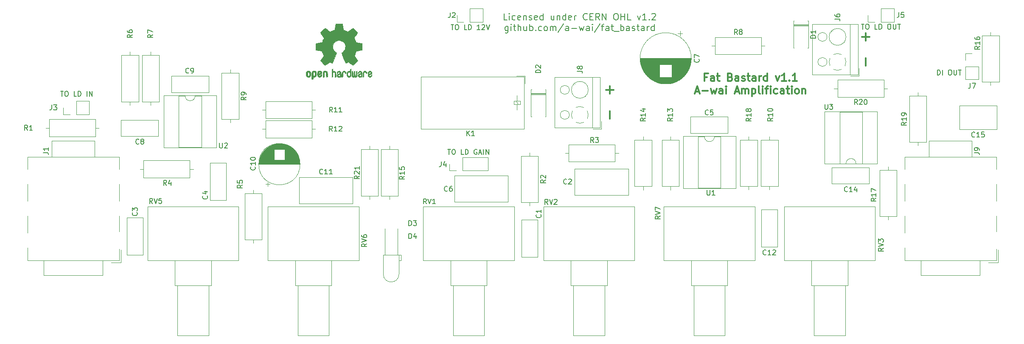
<source format=gto>
G04 #@! TF.GenerationSoftware,KiCad,Pcbnew,5.1.4+dfsg1-1*
G04 #@! TF.CreationDate,2019-10-02T13:30:15+02:00*
G04 #@! TF.ProjectId,fat_bastard_main,6661745f-6261-4737-9461-72645f6d6169,rev?*
G04 #@! TF.SameCoordinates,Original*
G04 #@! TF.FileFunction,Legend,Top*
G04 #@! TF.FilePolarity,Positive*
%FSLAX46Y46*%
G04 Gerber Fmt 4.6, Leading zero omitted, Abs format (unit mm)*
G04 Created by KiCad (PCBNEW 5.1.4+dfsg1-1) date 2019-10-02 13:30:15*
%MOMM*%
%LPD*%
G04 APERTURE LIST*
%ADD10C,0.300000*%
%ADD11C,0.200000*%
%ADD12C,0.010000*%
%ADD13C,0.120000*%
%ADD14C,0.150000*%
G04 APERTURE END LIST*
D10*
X167173257Y-77139704D02*
X167173257Y-75615895D01*
X167935161Y-76377800D02*
X166411352Y-76377800D01*
X167173257Y-82118104D02*
X167173257Y-80594295D01*
X218201857Y-71551704D02*
X218201857Y-70027895D01*
X218201857Y-66573304D02*
X218201857Y-65049495D01*
X218963761Y-65811400D02*
X217439952Y-65811400D01*
D11*
X146651885Y-62428895D02*
X146032838Y-62428895D01*
X146032838Y-61128895D01*
X147085219Y-62428895D02*
X147085219Y-61562228D01*
X147085219Y-61128895D02*
X147023314Y-61190800D01*
X147085219Y-61252704D01*
X147147123Y-61190800D01*
X147085219Y-61128895D01*
X147085219Y-61252704D01*
X148261409Y-62366990D02*
X148137600Y-62428895D01*
X147889980Y-62428895D01*
X147766171Y-62366990D01*
X147704266Y-62305085D01*
X147642361Y-62181276D01*
X147642361Y-61809847D01*
X147704266Y-61686038D01*
X147766171Y-61624133D01*
X147889980Y-61562228D01*
X148137600Y-61562228D01*
X148261409Y-61624133D01*
X149313790Y-62366990D02*
X149189980Y-62428895D01*
X148942361Y-62428895D01*
X148818552Y-62366990D01*
X148756647Y-62243180D01*
X148756647Y-61747942D01*
X148818552Y-61624133D01*
X148942361Y-61562228D01*
X149189980Y-61562228D01*
X149313790Y-61624133D01*
X149375695Y-61747942D01*
X149375695Y-61871752D01*
X148756647Y-61995561D01*
X149932838Y-61562228D02*
X149932838Y-62428895D01*
X149932838Y-61686038D02*
X149994742Y-61624133D01*
X150118552Y-61562228D01*
X150304266Y-61562228D01*
X150428076Y-61624133D01*
X150489980Y-61747942D01*
X150489980Y-62428895D01*
X151047123Y-62366990D02*
X151170933Y-62428895D01*
X151418552Y-62428895D01*
X151542361Y-62366990D01*
X151604266Y-62243180D01*
X151604266Y-62181276D01*
X151542361Y-62057466D01*
X151418552Y-61995561D01*
X151232838Y-61995561D01*
X151109028Y-61933657D01*
X151047123Y-61809847D01*
X151047123Y-61747942D01*
X151109028Y-61624133D01*
X151232838Y-61562228D01*
X151418552Y-61562228D01*
X151542361Y-61624133D01*
X152656647Y-62366990D02*
X152532838Y-62428895D01*
X152285219Y-62428895D01*
X152161409Y-62366990D01*
X152099504Y-62243180D01*
X152099504Y-61747942D01*
X152161409Y-61624133D01*
X152285219Y-61562228D01*
X152532838Y-61562228D01*
X152656647Y-61624133D01*
X152718552Y-61747942D01*
X152718552Y-61871752D01*
X152099504Y-61995561D01*
X153832838Y-62428895D02*
X153832838Y-61128895D01*
X153832838Y-62366990D02*
X153709028Y-62428895D01*
X153461409Y-62428895D01*
X153337600Y-62366990D01*
X153275695Y-62305085D01*
X153213790Y-62181276D01*
X153213790Y-61809847D01*
X153275695Y-61686038D01*
X153337600Y-61624133D01*
X153461409Y-61562228D01*
X153709028Y-61562228D01*
X153832838Y-61624133D01*
X155999504Y-61562228D02*
X155999504Y-62428895D01*
X155442361Y-61562228D02*
X155442361Y-62243180D01*
X155504266Y-62366990D01*
X155628076Y-62428895D01*
X155813790Y-62428895D01*
X155937600Y-62366990D01*
X155999504Y-62305085D01*
X156618552Y-61562228D02*
X156618552Y-62428895D01*
X156618552Y-61686038D02*
X156680457Y-61624133D01*
X156804266Y-61562228D01*
X156989980Y-61562228D01*
X157113790Y-61624133D01*
X157175695Y-61747942D01*
X157175695Y-62428895D01*
X158351885Y-62428895D02*
X158351885Y-61128895D01*
X158351885Y-62366990D02*
X158228076Y-62428895D01*
X157980457Y-62428895D01*
X157856647Y-62366990D01*
X157794742Y-62305085D01*
X157732838Y-62181276D01*
X157732838Y-61809847D01*
X157794742Y-61686038D01*
X157856647Y-61624133D01*
X157980457Y-61562228D01*
X158228076Y-61562228D01*
X158351885Y-61624133D01*
X159466171Y-62366990D02*
X159342361Y-62428895D01*
X159094742Y-62428895D01*
X158970933Y-62366990D01*
X158909028Y-62243180D01*
X158909028Y-61747942D01*
X158970933Y-61624133D01*
X159094742Y-61562228D01*
X159342361Y-61562228D01*
X159466171Y-61624133D01*
X159528076Y-61747942D01*
X159528076Y-61871752D01*
X158909028Y-61995561D01*
X160085219Y-62428895D02*
X160085219Y-61562228D01*
X160085219Y-61809847D02*
X160147123Y-61686038D01*
X160209028Y-61624133D01*
X160332838Y-61562228D01*
X160456647Y-61562228D01*
X162623314Y-62305085D02*
X162561409Y-62366990D01*
X162375695Y-62428895D01*
X162251885Y-62428895D01*
X162066171Y-62366990D01*
X161942361Y-62243180D01*
X161880457Y-62119371D01*
X161818552Y-61871752D01*
X161818552Y-61686038D01*
X161880457Y-61438419D01*
X161942361Y-61314609D01*
X162066171Y-61190800D01*
X162251885Y-61128895D01*
X162375695Y-61128895D01*
X162561409Y-61190800D01*
X162623314Y-61252704D01*
X163180457Y-61747942D02*
X163613790Y-61747942D01*
X163799504Y-62428895D02*
X163180457Y-62428895D01*
X163180457Y-61128895D01*
X163799504Y-61128895D01*
X165099504Y-62428895D02*
X164666171Y-61809847D01*
X164356647Y-62428895D02*
X164356647Y-61128895D01*
X164851885Y-61128895D01*
X164975695Y-61190800D01*
X165037600Y-61252704D01*
X165099504Y-61376514D01*
X165099504Y-61562228D01*
X165037600Y-61686038D01*
X164975695Y-61747942D01*
X164851885Y-61809847D01*
X164356647Y-61809847D01*
X165656647Y-62428895D02*
X165656647Y-61128895D01*
X166399504Y-62428895D01*
X166399504Y-61128895D01*
X168256647Y-61128895D02*
X168504266Y-61128895D01*
X168628076Y-61190800D01*
X168751885Y-61314609D01*
X168813790Y-61562228D01*
X168813790Y-61995561D01*
X168751885Y-62243180D01*
X168628076Y-62366990D01*
X168504266Y-62428895D01*
X168256647Y-62428895D01*
X168132838Y-62366990D01*
X168009028Y-62243180D01*
X167947123Y-61995561D01*
X167947123Y-61562228D01*
X168009028Y-61314609D01*
X168132838Y-61190800D01*
X168256647Y-61128895D01*
X169370933Y-62428895D02*
X169370933Y-61128895D01*
X169370933Y-61747942D02*
X170113790Y-61747942D01*
X170113790Y-62428895D02*
X170113790Y-61128895D01*
X171351885Y-62428895D02*
X170732838Y-62428895D01*
X170732838Y-61128895D01*
X172651885Y-61562228D02*
X172961409Y-62428895D01*
X173270933Y-61562228D01*
X174447123Y-62428895D02*
X173704266Y-62428895D01*
X174075695Y-62428895D02*
X174075695Y-61128895D01*
X173951885Y-61314609D01*
X173828076Y-61438419D01*
X173704266Y-61500323D01*
X175004266Y-62305085D02*
X175066171Y-62366990D01*
X175004266Y-62428895D01*
X174942361Y-62366990D01*
X175004266Y-62305085D01*
X175004266Y-62428895D01*
X175561409Y-61252704D02*
X175623314Y-61190800D01*
X175747123Y-61128895D01*
X176056647Y-61128895D01*
X176180457Y-61190800D01*
X176242361Y-61252704D01*
X176304266Y-61376514D01*
X176304266Y-61500323D01*
X176242361Y-61686038D01*
X175499504Y-62428895D01*
X176304266Y-62428895D01*
X146837600Y-63712228D02*
X146837600Y-64764609D01*
X146775695Y-64888419D01*
X146713790Y-64950323D01*
X146589980Y-65012228D01*
X146404266Y-65012228D01*
X146280457Y-64950323D01*
X146837600Y-64516990D02*
X146713790Y-64578895D01*
X146466171Y-64578895D01*
X146342361Y-64516990D01*
X146280457Y-64455085D01*
X146218552Y-64331276D01*
X146218552Y-63959847D01*
X146280457Y-63836038D01*
X146342361Y-63774133D01*
X146466171Y-63712228D01*
X146713790Y-63712228D01*
X146837600Y-63774133D01*
X147456647Y-64578895D02*
X147456647Y-63712228D01*
X147456647Y-63278895D02*
X147394742Y-63340800D01*
X147456647Y-63402704D01*
X147518552Y-63340800D01*
X147456647Y-63278895D01*
X147456647Y-63402704D01*
X147889980Y-63712228D02*
X148385219Y-63712228D01*
X148075695Y-63278895D02*
X148075695Y-64393180D01*
X148137600Y-64516990D01*
X148261409Y-64578895D01*
X148385219Y-64578895D01*
X148818552Y-64578895D02*
X148818552Y-63278895D01*
X149375695Y-64578895D02*
X149375695Y-63897942D01*
X149313790Y-63774133D01*
X149189980Y-63712228D01*
X149004266Y-63712228D01*
X148880457Y-63774133D01*
X148818552Y-63836038D01*
X150551885Y-63712228D02*
X150551885Y-64578895D01*
X149994742Y-63712228D02*
X149994742Y-64393180D01*
X150056647Y-64516990D01*
X150180457Y-64578895D01*
X150366171Y-64578895D01*
X150489980Y-64516990D01*
X150551885Y-64455085D01*
X151170933Y-64578895D02*
X151170933Y-63278895D01*
X151170933Y-63774133D02*
X151294742Y-63712228D01*
X151542361Y-63712228D01*
X151666171Y-63774133D01*
X151728076Y-63836038D01*
X151789980Y-63959847D01*
X151789980Y-64331276D01*
X151728076Y-64455085D01*
X151666171Y-64516990D01*
X151542361Y-64578895D01*
X151294742Y-64578895D01*
X151170933Y-64516990D01*
X152347123Y-64455085D02*
X152409028Y-64516990D01*
X152347123Y-64578895D01*
X152285219Y-64516990D01*
X152347123Y-64455085D01*
X152347123Y-64578895D01*
X153523314Y-64516990D02*
X153399504Y-64578895D01*
X153151885Y-64578895D01*
X153028076Y-64516990D01*
X152966171Y-64455085D01*
X152904266Y-64331276D01*
X152904266Y-63959847D01*
X152966171Y-63836038D01*
X153028076Y-63774133D01*
X153151885Y-63712228D01*
X153399504Y-63712228D01*
X153523314Y-63774133D01*
X154266171Y-64578895D02*
X154142361Y-64516990D01*
X154080457Y-64455085D01*
X154018552Y-64331276D01*
X154018552Y-63959847D01*
X154080457Y-63836038D01*
X154142361Y-63774133D01*
X154266171Y-63712228D01*
X154451885Y-63712228D01*
X154575695Y-63774133D01*
X154637600Y-63836038D01*
X154699504Y-63959847D01*
X154699504Y-64331276D01*
X154637600Y-64455085D01*
X154575695Y-64516990D01*
X154451885Y-64578895D01*
X154266171Y-64578895D01*
X155256647Y-64578895D02*
X155256647Y-63712228D01*
X155256647Y-63836038D02*
X155318552Y-63774133D01*
X155442361Y-63712228D01*
X155628076Y-63712228D01*
X155751885Y-63774133D01*
X155813790Y-63897942D01*
X155813790Y-64578895D01*
X155813790Y-63897942D02*
X155875695Y-63774133D01*
X155999504Y-63712228D01*
X156185219Y-63712228D01*
X156309028Y-63774133D01*
X156370933Y-63897942D01*
X156370933Y-64578895D01*
X157918552Y-63216990D02*
X156804266Y-64888419D01*
X158909028Y-64578895D02*
X158909028Y-63897942D01*
X158847123Y-63774133D01*
X158723314Y-63712228D01*
X158475695Y-63712228D01*
X158351885Y-63774133D01*
X158909028Y-64516990D02*
X158785219Y-64578895D01*
X158475695Y-64578895D01*
X158351885Y-64516990D01*
X158289980Y-64393180D01*
X158289980Y-64269371D01*
X158351885Y-64145561D01*
X158475695Y-64083657D01*
X158785219Y-64083657D01*
X158909028Y-64021752D01*
X159528076Y-64083657D02*
X160518552Y-64083657D01*
X161013790Y-63712228D02*
X161261409Y-64578895D01*
X161509028Y-63959847D01*
X161756647Y-64578895D01*
X162004266Y-63712228D01*
X163056647Y-64578895D02*
X163056647Y-63897942D01*
X162994742Y-63774133D01*
X162870933Y-63712228D01*
X162623314Y-63712228D01*
X162499504Y-63774133D01*
X163056647Y-64516990D02*
X162932838Y-64578895D01*
X162623314Y-64578895D01*
X162499504Y-64516990D01*
X162437600Y-64393180D01*
X162437600Y-64269371D01*
X162499504Y-64145561D01*
X162623314Y-64083657D01*
X162932838Y-64083657D01*
X163056647Y-64021752D01*
X163675695Y-64578895D02*
X163675695Y-63712228D01*
X163675695Y-63278895D02*
X163613790Y-63340800D01*
X163675695Y-63402704D01*
X163737600Y-63340800D01*
X163675695Y-63278895D01*
X163675695Y-63402704D01*
X165223314Y-63216990D02*
X164109028Y-64888419D01*
X165470933Y-63712228D02*
X165966171Y-63712228D01*
X165656647Y-64578895D02*
X165656647Y-63464609D01*
X165718552Y-63340800D01*
X165842361Y-63278895D01*
X165966171Y-63278895D01*
X166956647Y-64578895D02*
X166956647Y-63897942D01*
X166894742Y-63774133D01*
X166770933Y-63712228D01*
X166523314Y-63712228D01*
X166399504Y-63774133D01*
X166956647Y-64516990D02*
X166832838Y-64578895D01*
X166523314Y-64578895D01*
X166399504Y-64516990D01*
X166337600Y-64393180D01*
X166337600Y-64269371D01*
X166399504Y-64145561D01*
X166523314Y-64083657D01*
X166832838Y-64083657D01*
X166956647Y-64021752D01*
X167389980Y-63712228D02*
X167885219Y-63712228D01*
X167575695Y-63278895D02*
X167575695Y-64393180D01*
X167637600Y-64516990D01*
X167761409Y-64578895D01*
X167885219Y-64578895D01*
X168009028Y-64702704D02*
X168999504Y-64702704D01*
X169309028Y-64578895D02*
X169309028Y-63278895D01*
X169309028Y-63774133D02*
X169432838Y-63712228D01*
X169680457Y-63712228D01*
X169804266Y-63774133D01*
X169866171Y-63836038D01*
X169928076Y-63959847D01*
X169928076Y-64331276D01*
X169866171Y-64455085D01*
X169804266Y-64516990D01*
X169680457Y-64578895D01*
X169432838Y-64578895D01*
X169309028Y-64516990D01*
X171042361Y-64578895D02*
X171042361Y-63897942D01*
X170980457Y-63774133D01*
X170856647Y-63712228D01*
X170609028Y-63712228D01*
X170485219Y-63774133D01*
X171042361Y-64516990D02*
X170918552Y-64578895D01*
X170609028Y-64578895D01*
X170485219Y-64516990D01*
X170423314Y-64393180D01*
X170423314Y-64269371D01*
X170485219Y-64145561D01*
X170609028Y-64083657D01*
X170918552Y-64083657D01*
X171042361Y-64021752D01*
X171599504Y-64516990D02*
X171723314Y-64578895D01*
X171970933Y-64578895D01*
X172094742Y-64516990D01*
X172156647Y-64393180D01*
X172156647Y-64331276D01*
X172094742Y-64207466D01*
X171970933Y-64145561D01*
X171785219Y-64145561D01*
X171661409Y-64083657D01*
X171599504Y-63959847D01*
X171599504Y-63897942D01*
X171661409Y-63774133D01*
X171785219Y-63712228D01*
X171970933Y-63712228D01*
X172094742Y-63774133D01*
X172528076Y-63712228D02*
X173023314Y-63712228D01*
X172713790Y-63278895D02*
X172713790Y-64393180D01*
X172775695Y-64516990D01*
X172899504Y-64578895D01*
X173023314Y-64578895D01*
X174013790Y-64578895D02*
X174013790Y-63897942D01*
X173951885Y-63774133D01*
X173828076Y-63712228D01*
X173580457Y-63712228D01*
X173456647Y-63774133D01*
X174013790Y-64516990D02*
X173889980Y-64578895D01*
X173580457Y-64578895D01*
X173456647Y-64516990D01*
X173394742Y-64393180D01*
X173394742Y-64269371D01*
X173456647Y-64145561D01*
X173580457Y-64083657D01*
X173889980Y-64083657D01*
X174013790Y-64021752D01*
X174632838Y-64578895D02*
X174632838Y-63712228D01*
X174632838Y-63959847D02*
X174694742Y-63836038D01*
X174756647Y-63774133D01*
X174880457Y-63712228D01*
X175004266Y-63712228D01*
X175994742Y-64578895D02*
X175994742Y-63278895D01*
X175994742Y-64516990D02*
X175870933Y-64578895D01*
X175623314Y-64578895D01*
X175499504Y-64516990D01*
X175437600Y-64455085D01*
X175375695Y-64331276D01*
X175375695Y-63959847D01*
X175437600Y-63836038D01*
X175499504Y-63774133D01*
X175623314Y-63712228D01*
X175870933Y-63712228D01*
X175994742Y-63774133D01*
D10*
X186545828Y-73827257D02*
X186045828Y-73827257D01*
X186045828Y-74612971D02*
X186045828Y-73112971D01*
X186760114Y-73112971D01*
X187974400Y-74612971D02*
X187974400Y-73827257D01*
X187902971Y-73684400D01*
X187760114Y-73612971D01*
X187474400Y-73612971D01*
X187331542Y-73684400D01*
X187974400Y-74541542D02*
X187831542Y-74612971D01*
X187474400Y-74612971D01*
X187331542Y-74541542D01*
X187260114Y-74398685D01*
X187260114Y-74255828D01*
X187331542Y-74112971D01*
X187474400Y-74041542D01*
X187831542Y-74041542D01*
X187974400Y-73970114D01*
X188474400Y-73612971D02*
X189045828Y-73612971D01*
X188688685Y-73112971D02*
X188688685Y-74398685D01*
X188760114Y-74541542D01*
X188902971Y-74612971D01*
X189045828Y-74612971D01*
X191188685Y-73827257D02*
X191402971Y-73898685D01*
X191474400Y-73970114D01*
X191545828Y-74112971D01*
X191545828Y-74327257D01*
X191474400Y-74470114D01*
X191402971Y-74541542D01*
X191260114Y-74612971D01*
X190688685Y-74612971D01*
X190688685Y-73112971D01*
X191188685Y-73112971D01*
X191331542Y-73184400D01*
X191402971Y-73255828D01*
X191474400Y-73398685D01*
X191474400Y-73541542D01*
X191402971Y-73684400D01*
X191331542Y-73755828D01*
X191188685Y-73827257D01*
X190688685Y-73827257D01*
X192831542Y-74612971D02*
X192831542Y-73827257D01*
X192760114Y-73684400D01*
X192617257Y-73612971D01*
X192331542Y-73612971D01*
X192188685Y-73684400D01*
X192831542Y-74541542D02*
X192688685Y-74612971D01*
X192331542Y-74612971D01*
X192188685Y-74541542D01*
X192117257Y-74398685D01*
X192117257Y-74255828D01*
X192188685Y-74112971D01*
X192331542Y-74041542D01*
X192688685Y-74041542D01*
X192831542Y-73970114D01*
X193474400Y-74541542D02*
X193617257Y-74612971D01*
X193902971Y-74612971D01*
X194045828Y-74541542D01*
X194117257Y-74398685D01*
X194117257Y-74327257D01*
X194045828Y-74184400D01*
X193902971Y-74112971D01*
X193688685Y-74112971D01*
X193545828Y-74041542D01*
X193474400Y-73898685D01*
X193474400Y-73827257D01*
X193545828Y-73684400D01*
X193688685Y-73612971D01*
X193902971Y-73612971D01*
X194045828Y-73684400D01*
X194545828Y-73612971D02*
X195117257Y-73612971D01*
X194760114Y-73112971D02*
X194760114Y-74398685D01*
X194831542Y-74541542D01*
X194974400Y-74612971D01*
X195117257Y-74612971D01*
X196260114Y-74612971D02*
X196260114Y-73827257D01*
X196188685Y-73684400D01*
X196045828Y-73612971D01*
X195760114Y-73612971D01*
X195617257Y-73684400D01*
X196260114Y-74541542D02*
X196117257Y-74612971D01*
X195760114Y-74612971D01*
X195617257Y-74541542D01*
X195545828Y-74398685D01*
X195545828Y-74255828D01*
X195617257Y-74112971D01*
X195760114Y-74041542D01*
X196117257Y-74041542D01*
X196260114Y-73970114D01*
X196974400Y-74612971D02*
X196974400Y-73612971D01*
X196974400Y-73898685D02*
X197045828Y-73755828D01*
X197117257Y-73684400D01*
X197260114Y-73612971D01*
X197402971Y-73612971D01*
X198545828Y-74612971D02*
X198545828Y-73112971D01*
X198545828Y-74541542D02*
X198402971Y-74612971D01*
X198117257Y-74612971D01*
X197974400Y-74541542D01*
X197902971Y-74470114D01*
X197831542Y-74327257D01*
X197831542Y-73898685D01*
X197902971Y-73755828D01*
X197974400Y-73684400D01*
X198117257Y-73612971D01*
X198402971Y-73612971D01*
X198545828Y-73684400D01*
X200260114Y-73612971D02*
X200617257Y-74612971D01*
X200974400Y-73612971D01*
X202331542Y-74612971D02*
X201474399Y-74612971D01*
X201902971Y-74612971D02*
X201902971Y-73112971D01*
X201760114Y-73327257D01*
X201617257Y-73470114D01*
X201474399Y-73541542D01*
X202974400Y-74470114D02*
X203045828Y-74541542D01*
X202974400Y-74612971D01*
X202902971Y-74541542D01*
X202974400Y-74470114D01*
X202974400Y-74612971D01*
X204474399Y-74612971D02*
X203617257Y-74612971D01*
X204045828Y-74612971D02*
X204045828Y-73112971D01*
X203902971Y-73327257D01*
X203760114Y-73470114D01*
X203617257Y-73541542D01*
X184224400Y-76734400D02*
X184938685Y-76734400D01*
X184081542Y-77162971D02*
X184581542Y-75662971D01*
X185081542Y-77162971D01*
X185581542Y-76591542D02*
X186724400Y-76591542D01*
X187295828Y-76162971D02*
X187581542Y-77162971D01*
X187867257Y-76448685D01*
X188152971Y-77162971D01*
X188438685Y-76162971D01*
X189652971Y-77162971D02*
X189652971Y-76377257D01*
X189581542Y-76234400D01*
X189438685Y-76162971D01*
X189152971Y-76162971D01*
X189010114Y-76234400D01*
X189652971Y-77091542D02*
X189510114Y-77162971D01*
X189152971Y-77162971D01*
X189010114Y-77091542D01*
X188938685Y-76948685D01*
X188938685Y-76805828D01*
X189010114Y-76662971D01*
X189152971Y-76591542D01*
X189510114Y-76591542D01*
X189652971Y-76520114D01*
X190367257Y-77162971D02*
X190367257Y-76162971D01*
X190367257Y-75662971D02*
X190295828Y-75734400D01*
X190367257Y-75805828D01*
X190438685Y-75734400D01*
X190367257Y-75662971D01*
X190367257Y-75805828D01*
X192152971Y-76734400D02*
X192867257Y-76734400D01*
X192010114Y-77162971D02*
X192510114Y-75662971D01*
X193010114Y-77162971D01*
X193510114Y-77162971D02*
X193510114Y-76162971D01*
X193510114Y-76305828D02*
X193581542Y-76234400D01*
X193724400Y-76162971D01*
X193938685Y-76162971D01*
X194081542Y-76234400D01*
X194152971Y-76377257D01*
X194152971Y-77162971D01*
X194152971Y-76377257D02*
X194224400Y-76234400D01*
X194367257Y-76162971D01*
X194581542Y-76162971D01*
X194724400Y-76234400D01*
X194795828Y-76377257D01*
X194795828Y-77162971D01*
X195510114Y-76162971D02*
X195510114Y-77662971D01*
X195510114Y-76234400D02*
X195652971Y-76162971D01*
X195938685Y-76162971D01*
X196081542Y-76234400D01*
X196152971Y-76305828D01*
X196224400Y-76448685D01*
X196224400Y-76877257D01*
X196152971Y-77020114D01*
X196081542Y-77091542D01*
X195938685Y-77162971D01*
X195652971Y-77162971D01*
X195510114Y-77091542D01*
X197081542Y-77162971D02*
X196938685Y-77091542D01*
X196867257Y-76948685D01*
X196867257Y-75662971D01*
X197652971Y-77162971D02*
X197652971Y-76162971D01*
X197652971Y-75662971D02*
X197581542Y-75734400D01*
X197652971Y-75805828D01*
X197724400Y-75734400D01*
X197652971Y-75662971D01*
X197652971Y-75805828D01*
X198152971Y-76162971D02*
X198724400Y-76162971D01*
X198367257Y-77162971D02*
X198367257Y-75877257D01*
X198438685Y-75734400D01*
X198581542Y-75662971D01*
X198724400Y-75662971D01*
X199224400Y-77162971D02*
X199224400Y-76162971D01*
X199224400Y-75662971D02*
X199152971Y-75734400D01*
X199224400Y-75805828D01*
X199295828Y-75734400D01*
X199224400Y-75662971D01*
X199224400Y-75805828D01*
X200581542Y-77091542D02*
X200438685Y-77162971D01*
X200152971Y-77162971D01*
X200010114Y-77091542D01*
X199938685Y-77020114D01*
X199867257Y-76877257D01*
X199867257Y-76448685D01*
X199938685Y-76305828D01*
X200010114Y-76234400D01*
X200152971Y-76162971D01*
X200438685Y-76162971D01*
X200581542Y-76234400D01*
X201867257Y-77162971D02*
X201867257Y-76377257D01*
X201795828Y-76234400D01*
X201652971Y-76162971D01*
X201367257Y-76162971D01*
X201224400Y-76234400D01*
X201867257Y-77091542D02*
X201724400Y-77162971D01*
X201367257Y-77162971D01*
X201224400Y-77091542D01*
X201152971Y-76948685D01*
X201152971Y-76805828D01*
X201224400Y-76662971D01*
X201367257Y-76591542D01*
X201724400Y-76591542D01*
X201867257Y-76520114D01*
X202367257Y-76162971D02*
X202938685Y-76162971D01*
X202581542Y-75662971D02*
X202581542Y-76948685D01*
X202652971Y-77091542D01*
X202795828Y-77162971D01*
X202938685Y-77162971D01*
X203438685Y-77162971D02*
X203438685Y-76162971D01*
X203438685Y-75662971D02*
X203367257Y-75734400D01*
X203438685Y-75805828D01*
X203510114Y-75734400D01*
X203438685Y-75662971D01*
X203438685Y-75805828D01*
X204367257Y-77162971D02*
X204224400Y-77091542D01*
X204152971Y-77020114D01*
X204081542Y-76877257D01*
X204081542Y-76448685D01*
X204152971Y-76305828D01*
X204224400Y-76234400D01*
X204367257Y-76162971D01*
X204581542Y-76162971D01*
X204724400Y-76234400D01*
X204795828Y-76305828D01*
X204867257Y-76448685D01*
X204867257Y-76877257D01*
X204795828Y-77020114D01*
X204724400Y-77091542D01*
X204581542Y-77162971D01*
X204367257Y-77162971D01*
X205510114Y-76162971D02*
X205510114Y-77162971D01*
X205510114Y-76305828D02*
X205581542Y-76234400D01*
X205724400Y-76162971D01*
X205938685Y-76162971D01*
X206081542Y-76234400D01*
X206152971Y-76377257D01*
X206152971Y-77162971D01*
D12*
G36*
X113315214Y-63159998D02*
G01*
X113473206Y-63160863D01*
X113587547Y-63163205D01*
X113665607Y-63167762D01*
X113714754Y-63175270D01*
X113742359Y-63186466D01*
X113755792Y-63202088D01*
X113762421Y-63222873D01*
X113763065Y-63225563D01*
X113773135Y-63274113D01*
X113791775Y-63369905D01*
X113817045Y-63502743D01*
X113847007Y-63662431D01*
X113879722Y-63838774D01*
X113880864Y-63844967D01*
X113913633Y-64017782D01*
X113944293Y-64170469D01*
X113970864Y-64293871D01*
X113991367Y-64378831D01*
X114003826Y-64416190D01*
X114004420Y-64416852D01*
X114041119Y-64435095D01*
X114116786Y-64465497D01*
X114215078Y-64501493D01*
X114215625Y-64501685D01*
X114339433Y-64548222D01*
X114485396Y-64607504D01*
X114622981Y-64667109D01*
X114629493Y-64670056D01*
X114853590Y-64771765D01*
X115349819Y-64432897D01*
X115502046Y-64329592D01*
X115639941Y-64237237D01*
X115755515Y-64161084D01*
X115840779Y-64106385D01*
X115887744Y-64078393D01*
X115892204Y-64076317D01*
X115926334Y-64085560D01*
X115990081Y-64130156D01*
X116085931Y-64212209D01*
X116216369Y-64333821D01*
X116349528Y-64463205D01*
X116477894Y-64590702D01*
X116592781Y-64707046D01*
X116687273Y-64805052D01*
X116754453Y-64877536D01*
X116787406Y-64917313D01*
X116788632Y-64919361D01*
X116792274Y-64946656D01*
X116778550Y-64991234D01*
X116744069Y-65059112D01*
X116685439Y-65156311D01*
X116599270Y-65288851D01*
X116484400Y-65459476D01*
X116382454Y-65609655D01*
X116291323Y-65744350D01*
X116216273Y-65855740D01*
X116162569Y-65936005D01*
X116135480Y-65977325D01*
X116133774Y-65980130D01*
X116137082Y-66019721D01*
X116162153Y-66096669D01*
X116203998Y-66196432D01*
X116218912Y-66228291D01*
X116283986Y-66370226D01*
X116353412Y-66531273D01*
X116409809Y-66670621D01*
X116450447Y-66774044D01*
X116482726Y-66852642D01*
X116501378Y-66893720D01*
X116503697Y-66896885D01*
X116538003Y-66902128D01*
X116618869Y-66916494D01*
X116735543Y-66937937D01*
X116877275Y-66964413D01*
X117033310Y-66993877D01*
X117192898Y-67024283D01*
X117345285Y-67053588D01*
X117479721Y-67079745D01*
X117585452Y-67100710D01*
X117651726Y-67114439D01*
X117667982Y-67118320D01*
X117684773Y-67127900D01*
X117697449Y-67149536D01*
X117706578Y-67190531D01*
X117712731Y-67258189D01*
X117716480Y-67359812D01*
X117718392Y-67502703D01*
X117719040Y-67694165D01*
X117719074Y-67772645D01*
X117719074Y-68410906D01*
X117565798Y-68441160D01*
X117480522Y-68457564D01*
X117353270Y-68481509D01*
X117199515Y-68510107D01*
X117034734Y-68540467D01*
X116989189Y-68548806D01*
X116837132Y-68578370D01*
X116704668Y-68607442D01*
X116602914Y-68633329D01*
X116542988Y-68653337D01*
X116533005Y-68659301D01*
X116508493Y-68701534D01*
X116473348Y-68783370D01*
X116434373Y-68888683D01*
X116426642Y-68911368D01*
X116375560Y-69052018D01*
X116312154Y-69210714D01*
X116250104Y-69353225D01*
X116249798Y-69353886D01*
X116146467Y-69577440D01*
X116826161Y-70577232D01*
X116389821Y-71014300D01*
X116257849Y-71144381D01*
X116137479Y-71259048D01*
X116035473Y-71352181D01*
X115958591Y-71417658D01*
X115913593Y-71449357D01*
X115907138Y-71451368D01*
X115869240Y-71435529D01*
X115791908Y-71391496D01*
X115683589Y-71324490D01*
X115552732Y-71239734D01*
X115411252Y-71144816D01*
X115267661Y-71047998D01*
X115139635Y-70963751D01*
X115035305Y-70897258D01*
X114962800Y-70853702D01*
X114930358Y-70838264D01*
X114890776Y-70851328D01*
X114815719Y-70885750D01*
X114720668Y-70934380D01*
X114710592Y-70939785D01*
X114582591Y-71003980D01*
X114494818Y-71035463D01*
X114440228Y-71035798D01*
X114411775Y-71006548D01*
X114411610Y-71006138D01*
X114397388Y-70971498D01*
X114363469Y-70889269D01*
X114312484Y-70765814D01*
X114247062Y-70607498D01*
X114169834Y-70420686D01*
X114083429Y-70211742D01*
X113999751Y-70009446D01*
X113907788Y-69786200D01*
X113823350Y-69579392D01*
X113748969Y-69395362D01*
X113687174Y-69240451D01*
X113640497Y-69120996D01*
X113611468Y-69043339D01*
X113602522Y-69014356D01*
X113624956Y-68981110D01*
X113683639Y-68928123D01*
X113761889Y-68869704D01*
X113984734Y-68684952D01*
X114158918Y-68473182D01*
X114282354Y-68238856D01*
X114352954Y-67986434D01*
X114368631Y-67720377D01*
X114357236Y-67597575D01*
X114295150Y-67342793D01*
X114188223Y-67117801D01*
X114043089Y-66924817D01*
X113866378Y-66766061D01*
X113664722Y-66643750D01*
X113444754Y-66560105D01*
X113213106Y-66517344D01*
X112976409Y-66517687D01*
X112741295Y-66563352D01*
X112514396Y-66656559D01*
X112302344Y-66799527D01*
X112213836Y-66880383D01*
X112044089Y-67088007D01*
X111925899Y-67314895D01*
X111858478Y-67554433D01*
X111841040Y-67800007D01*
X111872798Y-68045003D01*
X111952965Y-68282808D01*
X112080755Y-68506807D01*
X112255380Y-68710387D01*
X112450512Y-68869704D01*
X112531791Y-68930602D01*
X112589209Y-68983015D01*
X112609878Y-69014406D01*
X112599056Y-69048639D01*
X112568277Y-69130419D01*
X112520074Y-69253407D01*
X112456978Y-69411263D01*
X112381522Y-69597649D01*
X112296238Y-69806226D01*
X112212419Y-70009496D01*
X112119945Y-70232933D01*
X112034289Y-70439984D01*
X111958082Y-70624286D01*
X111893953Y-70779475D01*
X111844532Y-70899188D01*
X111812448Y-70977061D01*
X111800559Y-71006138D01*
X111772474Y-71035677D01*
X111718149Y-71035591D01*
X111630595Y-71004326D01*
X111502819Y-70940329D01*
X111501808Y-70939785D01*
X111405602Y-70890121D01*
X111327831Y-70853945D01*
X111283977Y-70838408D01*
X111282042Y-70838264D01*
X111249029Y-70854024D01*
X111176146Y-70897850D01*
X111071522Y-70964557D01*
X110943290Y-71048964D01*
X110801148Y-71144816D01*
X110656433Y-71241867D01*
X110526004Y-71326270D01*
X110418310Y-71392801D01*
X110341798Y-71436238D01*
X110305262Y-71451368D01*
X110271618Y-71431482D01*
X110203976Y-71375903D01*
X110109093Y-71290754D01*
X109993730Y-71182153D01*
X109864645Y-71056221D01*
X109822429Y-71014149D01*
X109385939Y-70576931D01*
X109718177Y-70089340D01*
X109819146Y-69939605D01*
X109907762Y-69805220D01*
X109979054Y-69693969D01*
X110028050Y-69613639D01*
X110049778Y-69572014D01*
X110050415Y-69569053D01*
X110038960Y-69529818D01*
X110008149Y-69450895D01*
X109963316Y-69345509D01*
X109931847Y-69274954D01*
X109873008Y-69139876D01*
X109817596Y-69003409D01*
X109774636Y-68888103D01*
X109762966Y-68852977D01*
X109729811Y-68759174D01*
X109697401Y-68686694D01*
X109679599Y-68659301D01*
X109640314Y-68642536D01*
X109554574Y-68618770D01*
X109433503Y-68590697D01*
X109288227Y-68561009D01*
X109223212Y-68548806D01*
X109058113Y-68518468D01*
X108899752Y-68489093D01*
X108763604Y-68463569D01*
X108665143Y-68444785D01*
X108646602Y-68441160D01*
X108493327Y-68410906D01*
X108493327Y-67772645D01*
X108493671Y-67562770D01*
X108495084Y-67403980D01*
X108498136Y-67288973D01*
X108503397Y-67210446D01*
X108511437Y-67161096D01*
X108522827Y-67133619D01*
X108538137Y-67120713D01*
X108544418Y-67118320D01*
X108582304Y-67109833D01*
X108666005Y-67092900D01*
X108784767Y-67069566D01*
X108927839Y-67041875D01*
X109084468Y-67011873D01*
X109243903Y-66981604D01*
X109395391Y-66953115D01*
X109528181Y-66928449D01*
X109631519Y-66909651D01*
X109694655Y-66898767D01*
X109708703Y-66896885D01*
X109721430Y-66871704D01*
X109749600Y-66804622D01*
X109787948Y-66708333D01*
X109802591Y-66670621D01*
X109861652Y-66524921D01*
X109931200Y-66363951D01*
X109993488Y-66228291D01*
X110039321Y-66124561D01*
X110069813Y-66039326D01*
X110079992Y-65987126D01*
X110078369Y-65980130D01*
X110056857Y-65947102D01*
X110007735Y-65873643D01*
X109936277Y-65767577D01*
X109847755Y-65636726D01*
X109747441Y-65488912D01*
X109727606Y-65459734D01*
X109611212Y-65286863D01*
X109525652Y-65155226D01*
X109467516Y-65058761D01*
X109433392Y-64991408D01*
X109419869Y-64947106D01*
X109423536Y-64919794D01*
X109423630Y-64919620D01*
X109452493Y-64883746D01*
X109516333Y-64814391D01*
X109608231Y-64718745D01*
X109721267Y-64603999D01*
X109848521Y-64477341D01*
X109862872Y-64463205D01*
X110023243Y-64307903D01*
X110147005Y-64193870D01*
X110236645Y-64119002D01*
X110294648Y-64081196D01*
X110320196Y-64076317D01*
X110357482Y-64097603D01*
X110434857Y-64146773D01*
X110544333Y-64218575D01*
X110677920Y-64307755D01*
X110827630Y-64409063D01*
X110862582Y-64432897D01*
X111358810Y-64771765D01*
X111582907Y-64670056D01*
X111719189Y-64610783D01*
X111865476Y-64551170D01*
X111991235Y-64503640D01*
X111996775Y-64501685D01*
X112095143Y-64465677D01*
X112170971Y-64435229D01*
X112207918Y-64416905D01*
X112207980Y-64416852D01*
X112219704Y-64383729D01*
X112239632Y-64302267D01*
X112265787Y-64181625D01*
X112296190Y-64030959D01*
X112328863Y-63859428D01*
X112331536Y-63844967D01*
X112364310Y-63668235D01*
X112394398Y-63507810D01*
X112419861Y-63373888D01*
X112438759Y-63276663D01*
X112449153Y-63226332D01*
X112449335Y-63225563D01*
X112455661Y-63204153D01*
X112467961Y-63187988D01*
X112493606Y-63176331D01*
X112539965Y-63168445D01*
X112614408Y-63163593D01*
X112724305Y-63161039D01*
X112877025Y-63160045D01*
X113079938Y-63159874D01*
X113106200Y-63159874D01*
X113315214Y-63159998D01*
X113315214Y-63159998D01*
G37*
X113315214Y-63159998D02*
X113473206Y-63160863D01*
X113587547Y-63163205D01*
X113665607Y-63167762D01*
X113714754Y-63175270D01*
X113742359Y-63186466D01*
X113755792Y-63202088D01*
X113762421Y-63222873D01*
X113763065Y-63225563D01*
X113773135Y-63274113D01*
X113791775Y-63369905D01*
X113817045Y-63502743D01*
X113847007Y-63662431D01*
X113879722Y-63838774D01*
X113880864Y-63844967D01*
X113913633Y-64017782D01*
X113944293Y-64170469D01*
X113970864Y-64293871D01*
X113991367Y-64378831D01*
X114003826Y-64416190D01*
X114004420Y-64416852D01*
X114041119Y-64435095D01*
X114116786Y-64465497D01*
X114215078Y-64501493D01*
X114215625Y-64501685D01*
X114339433Y-64548222D01*
X114485396Y-64607504D01*
X114622981Y-64667109D01*
X114629493Y-64670056D01*
X114853590Y-64771765D01*
X115349819Y-64432897D01*
X115502046Y-64329592D01*
X115639941Y-64237237D01*
X115755515Y-64161084D01*
X115840779Y-64106385D01*
X115887744Y-64078393D01*
X115892204Y-64076317D01*
X115926334Y-64085560D01*
X115990081Y-64130156D01*
X116085931Y-64212209D01*
X116216369Y-64333821D01*
X116349528Y-64463205D01*
X116477894Y-64590702D01*
X116592781Y-64707046D01*
X116687273Y-64805052D01*
X116754453Y-64877536D01*
X116787406Y-64917313D01*
X116788632Y-64919361D01*
X116792274Y-64946656D01*
X116778550Y-64991234D01*
X116744069Y-65059112D01*
X116685439Y-65156311D01*
X116599270Y-65288851D01*
X116484400Y-65459476D01*
X116382454Y-65609655D01*
X116291323Y-65744350D01*
X116216273Y-65855740D01*
X116162569Y-65936005D01*
X116135480Y-65977325D01*
X116133774Y-65980130D01*
X116137082Y-66019721D01*
X116162153Y-66096669D01*
X116203998Y-66196432D01*
X116218912Y-66228291D01*
X116283986Y-66370226D01*
X116353412Y-66531273D01*
X116409809Y-66670621D01*
X116450447Y-66774044D01*
X116482726Y-66852642D01*
X116501378Y-66893720D01*
X116503697Y-66896885D01*
X116538003Y-66902128D01*
X116618869Y-66916494D01*
X116735543Y-66937937D01*
X116877275Y-66964413D01*
X117033310Y-66993877D01*
X117192898Y-67024283D01*
X117345285Y-67053588D01*
X117479721Y-67079745D01*
X117585452Y-67100710D01*
X117651726Y-67114439D01*
X117667982Y-67118320D01*
X117684773Y-67127900D01*
X117697449Y-67149536D01*
X117706578Y-67190531D01*
X117712731Y-67258189D01*
X117716480Y-67359812D01*
X117718392Y-67502703D01*
X117719040Y-67694165D01*
X117719074Y-67772645D01*
X117719074Y-68410906D01*
X117565798Y-68441160D01*
X117480522Y-68457564D01*
X117353270Y-68481509D01*
X117199515Y-68510107D01*
X117034734Y-68540467D01*
X116989189Y-68548806D01*
X116837132Y-68578370D01*
X116704668Y-68607442D01*
X116602914Y-68633329D01*
X116542988Y-68653337D01*
X116533005Y-68659301D01*
X116508493Y-68701534D01*
X116473348Y-68783370D01*
X116434373Y-68888683D01*
X116426642Y-68911368D01*
X116375560Y-69052018D01*
X116312154Y-69210714D01*
X116250104Y-69353225D01*
X116249798Y-69353886D01*
X116146467Y-69577440D01*
X116826161Y-70577232D01*
X116389821Y-71014300D01*
X116257849Y-71144381D01*
X116137479Y-71259048D01*
X116035473Y-71352181D01*
X115958591Y-71417658D01*
X115913593Y-71449357D01*
X115907138Y-71451368D01*
X115869240Y-71435529D01*
X115791908Y-71391496D01*
X115683589Y-71324490D01*
X115552732Y-71239734D01*
X115411252Y-71144816D01*
X115267661Y-71047998D01*
X115139635Y-70963751D01*
X115035305Y-70897258D01*
X114962800Y-70853702D01*
X114930358Y-70838264D01*
X114890776Y-70851328D01*
X114815719Y-70885750D01*
X114720668Y-70934380D01*
X114710592Y-70939785D01*
X114582591Y-71003980D01*
X114494818Y-71035463D01*
X114440228Y-71035798D01*
X114411775Y-71006548D01*
X114411610Y-71006138D01*
X114397388Y-70971498D01*
X114363469Y-70889269D01*
X114312484Y-70765814D01*
X114247062Y-70607498D01*
X114169834Y-70420686D01*
X114083429Y-70211742D01*
X113999751Y-70009446D01*
X113907788Y-69786200D01*
X113823350Y-69579392D01*
X113748969Y-69395362D01*
X113687174Y-69240451D01*
X113640497Y-69120996D01*
X113611468Y-69043339D01*
X113602522Y-69014356D01*
X113624956Y-68981110D01*
X113683639Y-68928123D01*
X113761889Y-68869704D01*
X113984734Y-68684952D01*
X114158918Y-68473182D01*
X114282354Y-68238856D01*
X114352954Y-67986434D01*
X114368631Y-67720377D01*
X114357236Y-67597575D01*
X114295150Y-67342793D01*
X114188223Y-67117801D01*
X114043089Y-66924817D01*
X113866378Y-66766061D01*
X113664722Y-66643750D01*
X113444754Y-66560105D01*
X113213106Y-66517344D01*
X112976409Y-66517687D01*
X112741295Y-66563352D01*
X112514396Y-66656559D01*
X112302344Y-66799527D01*
X112213836Y-66880383D01*
X112044089Y-67088007D01*
X111925899Y-67314895D01*
X111858478Y-67554433D01*
X111841040Y-67800007D01*
X111872798Y-68045003D01*
X111952965Y-68282808D01*
X112080755Y-68506807D01*
X112255380Y-68710387D01*
X112450512Y-68869704D01*
X112531791Y-68930602D01*
X112589209Y-68983015D01*
X112609878Y-69014406D01*
X112599056Y-69048639D01*
X112568277Y-69130419D01*
X112520074Y-69253407D01*
X112456978Y-69411263D01*
X112381522Y-69597649D01*
X112296238Y-69806226D01*
X112212419Y-70009496D01*
X112119945Y-70232933D01*
X112034289Y-70439984D01*
X111958082Y-70624286D01*
X111893953Y-70779475D01*
X111844532Y-70899188D01*
X111812448Y-70977061D01*
X111800559Y-71006138D01*
X111772474Y-71035677D01*
X111718149Y-71035591D01*
X111630595Y-71004326D01*
X111502819Y-70940329D01*
X111501808Y-70939785D01*
X111405602Y-70890121D01*
X111327831Y-70853945D01*
X111283977Y-70838408D01*
X111282042Y-70838264D01*
X111249029Y-70854024D01*
X111176146Y-70897850D01*
X111071522Y-70964557D01*
X110943290Y-71048964D01*
X110801148Y-71144816D01*
X110656433Y-71241867D01*
X110526004Y-71326270D01*
X110418310Y-71392801D01*
X110341798Y-71436238D01*
X110305262Y-71451368D01*
X110271618Y-71431482D01*
X110203976Y-71375903D01*
X110109093Y-71290754D01*
X109993730Y-71182153D01*
X109864645Y-71056221D01*
X109822429Y-71014149D01*
X109385939Y-70576931D01*
X109718177Y-70089340D01*
X109819146Y-69939605D01*
X109907762Y-69805220D01*
X109979054Y-69693969D01*
X110028050Y-69613639D01*
X110049778Y-69572014D01*
X110050415Y-69569053D01*
X110038960Y-69529818D01*
X110008149Y-69450895D01*
X109963316Y-69345509D01*
X109931847Y-69274954D01*
X109873008Y-69139876D01*
X109817596Y-69003409D01*
X109774636Y-68888103D01*
X109762966Y-68852977D01*
X109729811Y-68759174D01*
X109697401Y-68686694D01*
X109679599Y-68659301D01*
X109640314Y-68642536D01*
X109554574Y-68618770D01*
X109433503Y-68590697D01*
X109288227Y-68561009D01*
X109223212Y-68548806D01*
X109058113Y-68518468D01*
X108899752Y-68489093D01*
X108763604Y-68463569D01*
X108665143Y-68444785D01*
X108646602Y-68441160D01*
X108493327Y-68410906D01*
X108493327Y-67772645D01*
X108493671Y-67562770D01*
X108495084Y-67403980D01*
X108498136Y-67288973D01*
X108503397Y-67210446D01*
X108511437Y-67161096D01*
X108522827Y-67133619D01*
X108538137Y-67120713D01*
X108544418Y-67118320D01*
X108582304Y-67109833D01*
X108666005Y-67092900D01*
X108784767Y-67069566D01*
X108927839Y-67041875D01*
X109084468Y-67011873D01*
X109243903Y-66981604D01*
X109395391Y-66953115D01*
X109528181Y-66928449D01*
X109631519Y-66909651D01*
X109694655Y-66898767D01*
X109708703Y-66896885D01*
X109721430Y-66871704D01*
X109749600Y-66804622D01*
X109787948Y-66708333D01*
X109802591Y-66670621D01*
X109861652Y-66524921D01*
X109931200Y-66363951D01*
X109993488Y-66228291D01*
X110039321Y-66124561D01*
X110069813Y-66039326D01*
X110079992Y-65987126D01*
X110078369Y-65980130D01*
X110056857Y-65947102D01*
X110007735Y-65873643D01*
X109936277Y-65767577D01*
X109847755Y-65636726D01*
X109747441Y-65488912D01*
X109727606Y-65459734D01*
X109611212Y-65286863D01*
X109525652Y-65155226D01*
X109467516Y-65058761D01*
X109433392Y-64991408D01*
X109419869Y-64947106D01*
X109423536Y-64919794D01*
X109423630Y-64919620D01*
X109452493Y-64883746D01*
X109516333Y-64814391D01*
X109608231Y-64718745D01*
X109721267Y-64603999D01*
X109848521Y-64477341D01*
X109862872Y-64463205D01*
X110023243Y-64307903D01*
X110147005Y-64193870D01*
X110236645Y-64119002D01*
X110294648Y-64081196D01*
X110320196Y-64076317D01*
X110357482Y-64097603D01*
X110434857Y-64146773D01*
X110544333Y-64218575D01*
X110677920Y-64307755D01*
X110827630Y-64409063D01*
X110862582Y-64432897D01*
X111358810Y-64771765D01*
X111582907Y-64670056D01*
X111719189Y-64610783D01*
X111865476Y-64551170D01*
X111991235Y-64503640D01*
X111996775Y-64501685D01*
X112095143Y-64465677D01*
X112170971Y-64435229D01*
X112207918Y-64416905D01*
X112207980Y-64416852D01*
X112219704Y-64383729D01*
X112239632Y-64302267D01*
X112265787Y-64181625D01*
X112296190Y-64030959D01*
X112328863Y-63859428D01*
X112331536Y-63844967D01*
X112364310Y-63668235D01*
X112394398Y-63507810D01*
X112419861Y-63373888D01*
X112438759Y-63276663D01*
X112449153Y-63226332D01*
X112449335Y-63225563D01*
X112455661Y-63204153D01*
X112467961Y-63187988D01*
X112493606Y-63176331D01*
X112539965Y-63168445D01*
X112614408Y-63163593D01*
X112724305Y-63161039D01*
X112877025Y-63160045D01*
X113079938Y-63159874D01*
X113106200Y-63159874D01*
X113315214Y-63159998D01*
G36*
X119449639Y-72663540D02*
G01*
X119565150Y-72739034D01*
X119620864Y-72806617D01*
X119665004Y-72929255D01*
X119668509Y-73026298D01*
X119660568Y-73156056D01*
X119361315Y-73287039D01*
X119215811Y-73353958D01*
X119120737Y-73407790D01*
X119071301Y-73454416D01*
X119062711Y-73499720D01*
X119090172Y-73549582D01*
X119120453Y-73582632D01*
X119208563Y-73635633D01*
X119304396Y-73639347D01*
X119392412Y-73598041D01*
X119457069Y-73515983D01*
X119468633Y-73487008D01*
X119524025Y-73396509D01*
X119587753Y-73357940D01*
X119675166Y-73324946D01*
X119675166Y-73450034D01*
X119667438Y-73535156D01*
X119637166Y-73606938D01*
X119573718Y-73689356D01*
X119564288Y-73700066D01*
X119493713Y-73773391D01*
X119433047Y-73812742D01*
X119357150Y-73830845D01*
X119294230Y-73836774D01*
X119181687Y-73838251D01*
X119101570Y-73819535D01*
X119051590Y-73791747D01*
X118973038Y-73730641D01*
X118918663Y-73664554D01*
X118884252Y-73581441D01*
X118865588Y-73469254D01*
X118858456Y-73315946D01*
X118857887Y-73238136D01*
X118859822Y-73144853D01*
X119036099Y-73144853D01*
X119038144Y-73194896D01*
X119043239Y-73203092D01*
X119076866Y-73191958D01*
X119149230Y-73162493D01*
X119245947Y-73120601D01*
X119266173Y-73111597D01*
X119388403Y-73049442D01*
X119455747Y-72994815D01*
X119470548Y-72943649D01*
X119435147Y-72891876D01*
X119405911Y-72869000D01*
X119300416Y-72823250D01*
X119201676Y-72830808D01*
X119119012Y-72886651D01*
X119061748Y-72985753D01*
X119043388Y-73064414D01*
X119036099Y-73144853D01*
X118859822Y-73144853D01*
X118861659Y-73056351D01*
X118875559Y-72921853D01*
X118903094Y-72823916D01*
X118947772Y-72751811D01*
X119013101Y-72694813D01*
X119041583Y-72676393D01*
X119170963Y-72628422D01*
X119312612Y-72625403D01*
X119449639Y-72663540D01*
X119449639Y-72663540D01*
G37*
X119449639Y-72663540D02*
X119565150Y-72739034D01*
X119620864Y-72806617D01*
X119665004Y-72929255D01*
X119668509Y-73026298D01*
X119660568Y-73156056D01*
X119361315Y-73287039D01*
X119215811Y-73353958D01*
X119120737Y-73407790D01*
X119071301Y-73454416D01*
X119062711Y-73499720D01*
X119090172Y-73549582D01*
X119120453Y-73582632D01*
X119208563Y-73635633D01*
X119304396Y-73639347D01*
X119392412Y-73598041D01*
X119457069Y-73515983D01*
X119468633Y-73487008D01*
X119524025Y-73396509D01*
X119587753Y-73357940D01*
X119675166Y-73324946D01*
X119675166Y-73450034D01*
X119667438Y-73535156D01*
X119637166Y-73606938D01*
X119573718Y-73689356D01*
X119564288Y-73700066D01*
X119493713Y-73773391D01*
X119433047Y-73812742D01*
X119357150Y-73830845D01*
X119294230Y-73836774D01*
X119181687Y-73838251D01*
X119101570Y-73819535D01*
X119051590Y-73791747D01*
X118973038Y-73730641D01*
X118918663Y-73664554D01*
X118884252Y-73581441D01*
X118865588Y-73469254D01*
X118858456Y-73315946D01*
X118857887Y-73238136D01*
X118859822Y-73144853D01*
X119036099Y-73144853D01*
X119038144Y-73194896D01*
X119043239Y-73203092D01*
X119076866Y-73191958D01*
X119149230Y-73162493D01*
X119245947Y-73120601D01*
X119266173Y-73111597D01*
X119388403Y-73049442D01*
X119455747Y-72994815D01*
X119470548Y-72943649D01*
X119435147Y-72891876D01*
X119405911Y-72869000D01*
X119300416Y-72823250D01*
X119201676Y-72830808D01*
X119119012Y-72886651D01*
X119061748Y-72985753D01*
X119043388Y-73064414D01*
X119036099Y-73144853D01*
X118859822Y-73144853D01*
X118861659Y-73056351D01*
X118875559Y-72921853D01*
X118903094Y-72823916D01*
X118947772Y-72751811D01*
X119013101Y-72694813D01*
X119041583Y-72676393D01*
X119170963Y-72628422D01*
X119312612Y-72625403D01*
X119449639Y-72663540D01*
G36*
X118441890Y-72647018D02*
G01*
X118476785Y-72662269D01*
X118560077Y-72728235D01*
X118631303Y-72823618D01*
X118675353Y-72925406D01*
X118682522Y-72975587D01*
X118658485Y-73045647D01*
X118605761Y-73082717D01*
X118549231Y-73105164D01*
X118523346Y-73109300D01*
X118510742Y-73079283D01*
X118485854Y-73013961D01*
X118474935Y-72984445D01*
X118413708Y-72882348D01*
X118325061Y-72831423D01*
X118211393Y-72832989D01*
X118202974Y-72834994D01*
X118142288Y-72863767D01*
X118097674Y-72919859D01*
X118067202Y-73010163D01*
X118048944Y-73141571D01*
X118040971Y-73320974D01*
X118040223Y-73416433D01*
X118039852Y-73566913D01*
X118037423Y-73669495D01*
X118030960Y-73734672D01*
X118018488Y-73772938D01*
X117998033Y-73794785D01*
X117967619Y-73810707D01*
X117965861Y-73811509D01*
X117907291Y-73836272D01*
X117878275Y-73845391D01*
X117873816Y-73817822D01*
X117869999Y-73741620D01*
X117867099Y-73626541D01*
X117865391Y-73482341D01*
X117865051Y-73376814D01*
X117866788Y-73172613D01*
X117873582Y-73017697D01*
X117887807Y-72903024D01*
X117911838Y-72819551D01*
X117948048Y-72758236D01*
X117998812Y-72710034D01*
X118048939Y-72676393D01*
X118169475Y-72631619D01*
X118309757Y-72621521D01*
X118441890Y-72647018D01*
X118441890Y-72647018D01*
G37*
X118441890Y-72647018D02*
X118476785Y-72662269D01*
X118560077Y-72728235D01*
X118631303Y-72823618D01*
X118675353Y-72925406D01*
X118682522Y-72975587D01*
X118658485Y-73045647D01*
X118605761Y-73082717D01*
X118549231Y-73105164D01*
X118523346Y-73109300D01*
X118510742Y-73079283D01*
X118485854Y-73013961D01*
X118474935Y-72984445D01*
X118413708Y-72882348D01*
X118325061Y-72831423D01*
X118211393Y-72832989D01*
X118202974Y-72834994D01*
X118142288Y-72863767D01*
X118097674Y-72919859D01*
X118067202Y-73010163D01*
X118048944Y-73141571D01*
X118040971Y-73320974D01*
X118040223Y-73416433D01*
X118039852Y-73566913D01*
X118037423Y-73669495D01*
X118030960Y-73734672D01*
X118018488Y-73772938D01*
X117998033Y-73794785D01*
X117967619Y-73810707D01*
X117965861Y-73811509D01*
X117907291Y-73836272D01*
X117878275Y-73845391D01*
X117873816Y-73817822D01*
X117869999Y-73741620D01*
X117867099Y-73626541D01*
X117865391Y-73482341D01*
X117865051Y-73376814D01*
X117866788Y-73172613D01*
X117873582Y-73017697D01*
X117887807Y-72903024D01*
X117911838Y-72819551D01*
X117948048Y-72758236D01*
X117998812Y-72710034D01*
X118048939Y-72676393D01*
X118169475Y-72631619D01*
X118309757Y-72621521D01*
X118441890Y-72647018D01*
G36*
X117420606Y-72642156D02*
G01*
X117504669Y-72680393D01*
X117570650Y-72726726D01*
X117618994Y-72778532D01*
X117652372Y-72845363D01*
X117673453Y-72936769D01*
X117684907Y-73062301D01*
X117689403Y-73231508D01*
X117689878Y-73342933D01*
X117689878Y-73777627D01*
X117615516Y-73811509D01*
X117556946Y-73836272D01*
X117527930Y-73845391D01*
X117522379Y-73818257D01*
X117517975Y-73745094D01*
X117515278Y-73638263D01*
X117514706Y-73553437D01*
X117512246Y-73430887D01*
X117505612Y-73333668D01*
X117495926Y-73274134D01*
X117488232Y-73261483D01*
X117436511Y-73274402D01*
X117355317Y-73307539D01*
X117261302Y-73352461D01*
X117171117Y-73400735D01*
X117101415Y-73443928D01*
X117068848Y-73473608D01*
X117068719Y-73473929D01*
X117071520Y-73528857D01*
X117096639Y-73581292D01*
X117140741Y-73623881D01*
X117205109Y-73638126D01*
X117260121Y-73636466D01*
X117338035Y-73635245D01*
X117378932Y-73653498D01*
X117403495Y-73701726D01*
X117406592Y-73710820D01*
X117417240Y-73779598D01*
X117388765Y-73821360D01*
X117314544Y-73841263D01*
X117234368Y-73844944D01*
X117090090Y-73817658D01*
X117015403Y-73778690D01*
X116923163Y-73687148D01*
X116874243Y-73574782D01*
X116869854Y-73456051D01*
X116911201Y-73345411D01*
X116973397Y-73276080D01*
X117035494Y-73237265D01*
X117133095Y-73188125D01*
X117246832Y-73138292D01*
X117265790Y-73130677D01*
X117390721Y-73075545D01*
X117462739Y-73026954D01*
X117485900Y-72978647D01*
X117464264Y-72924370D01*
X117427120Y-72881943D01*
X117339327Y-72829702D01*
X117242730Y-72825784D01*
X117154144Y-72866041D01*
X117090386Y-72946326D01*
X117082017Y-72967040D01*
X117033296Y-73043225D01*
X116962165Y-73099785D01*
X116872407Y-73146201D01*
X116872407Y-73014584D01*
X116877690Y-72934168D01*
X116900342Y-72870786D01*
X116950567Y-72803163D01*
X116998782Y-72751076D01*
X117073754Y-72677322D01*
X117132006Y-72637702D01*
X117194572Y-72621810D01*
X117265393Y-72619184D01*
X117420606Y-72642156D01*
X117420606Y-72642156D01*
G37*
X117420606Y-72642156D02*
X117504669Y-72680393D01*
X117570650Y-72726726D01*
X117618994Y-72778532D01*
X117652372Y-72845363D01*
X117673453Y-72936769D01*
X117684907Y-73062301D01*
X117689403Y-73231508D01*
X117689878Y-73342933D01*
X117689878Y-73777627D01*
X117615516Y-73811509D01*
X117556946Y-73836272D01*
X117527930Y-73845391D01*
X117522379Y-73818257D01*
X117517975Y-73745094D01*
X117515278Y-73638263D01*
X117514706Y-73553437D01*
X117512246Y-73430887D01*
X117505612Y-73333668D01*
X117495926Y-73274134D01*
X117488232Y-73261483D01*
X117436511Y-73274402D01*
X117355317Y-73307539D01*
X117261302Y-73352461D01*
X117171117Y-73400735D01*
X117101415Y-73443928D01*
X117068848Y-73473608D01*
X117068719Y-73473929D01*
X117071520Y-73528857D01*
X117096639Y-73581292D01*
X117140741Y-73623881D01*
X117205109Y-73638126D01*
X117260121Y-73636466D01*
X117338035Y-73635245D01*
X117378932Y-73653498D01*
X117403495Y-73701726D01*
X117406592Y-73710820D01*
X117417240Y-73779598D01*
X117388765Y-73821360D01*
X117314544Y-73841263D01*
X117234368Y-73844944D01*
X117090090Y-73817658D01*
X117015403Y-73778690D01*
X116923163Y-73687148D01*
X116874243Y-73574782D01*
X116869854Y-73456051D01*
X116911201Y-73345411D01*
X116973397Y-73276080D01*
X117035494Y-73237265D01*
X117133095Y-73188125D01*
X117246832Y-73138292D01*
X117265790Y-73130677D01*
X117390721Y-73075545D01*
X117462739Y-73026954D01*
X117485900Y-72978647D01*
X117464264Y-72924370D01*
X117427120Y-72881943D01*
X117339327Y-72829702D01*
X117242730Y-72825784D01*
X117154144Y-72866041D01*
X117090386Y-72946326D01*
X117082017Y-72967040D01*
X117033296Y-73043225D01*
X116962165Y-73099785D01*
X116872407Y-73146201D01*
X116872407Y-73014584D01*
X116877690Y-72934168D01*
X116900342Y-72870786D01*
X116950567Y-72803163D01*
X116998782Y-72751076D01*
X117073754Y-72677322D01*
X117132006Y-72637702D01*
X117194572Y-72621810D01*
X117265393Y-72619184D01*
X117420606Y-72642156D01*
G36*
X116686324Y-72646840D02*
G01*
X116690779Y-72723653D01*
X116694271Y-72840391D01*
X116696515Y-72987821D01*
X116697235Y-73142455D01*
X116697235Y-73665727D01*
X116604845Y-73758117D01*
X116541178Y-73815047D01*
X116485289Y-73838107D01*
X116408902Y-73836647D01*
X116378580Y-73832934D01*
X116283810Y-73822126D01*
X116205422Y-73815933D01*
X116186315Y-73815361D01*
X116121899Y-73819102D01*
X116029771Y-73828494D01*
X115994050Y-73832934D01*
X115906314Y-73839801D01*
X115847353Y-73824885D01*
X115788890Y-73778835D01*
X115767785Y-73758117D01*
X115675395Y-73665727D01*
X115675395Y-72686947D01*
X115749758Y-72653066D01*
X115813790Y-72627970D01*
X115851252Y-72619184D01*
X115860857Y-72646950D01*
X115869835Y-72724530D01*
X115877586Y-72843348D01*
X115883514Y-72994828D01*
X115886373Y-73122805D01*
X115894361Y-73626425D01*
X115964048Y-73636278D01*
X116027429Y-73629389D01*
X116058486Y-73607083D01*
X116067167Y-73565379D01*
X116074578Y-73476544D01*
X116080131Y-73351834D01*
X116083236Y-73202507D01*
X116083684Y-73125661D01*
X116084131Y-72683287D01*
X116176074Y-72651235D01*
X116241149Y-72629443D01*
X116276547Y-72619281D01*
X116277568Y-72619184D01*
X116281120Y-72646809D01*
X116285023Y-72723411D01*
X116288951Y-72839579D01*
X116292576Y-72985904D01*
X116295108Y-73122805D01*
X116303097Y-73626425D01*
X116478269Y-73626425D01*
X116486307Y-73166965D01*
X116494346Y-72707505D01*
X116579743Y-72663344D01*
X116642793Y-72633019D01*
X116680110Y-72619258D01*
X116681187Y-72619184D01*
X116686324Y-72646840D01*
X116686324Y-72646840D01*
G37*
X116686324Y-72646840D02*
X116690779Y-72723653D01*
X116694271Y-72840391D01*
X116696515Y-72987821D01*
X116697235Y-73142455D01*
X116697235Y-73665727D01*
X116604845Y-73758117D01*
X116541178Y-73815047D01*
X116485289Y-73838107D01*
X116408902Y-73836647D01*
X116378580Y-73832934D01*
X116283810Y-73822126D01*
X116205422Y-73815933D01*
X116186315Y-73815361D01*
X116121899Y-73819102D01*
X116029771Y-73828494D01*
X115994050Y-73832934D01*
X115906314Y-73839801D01*
X115847353Y-73824885D01*
X115788890Y-73778835D01*
X115767785Y-73758117D01*
X115675395Y-73665727D01*
X115675395Y-72686947D01*
X115749758Y-72653066D01*
X115813790Y-72627970D01*
X115851252Y-72619184D01*
X115860857Y-72646950D01*
X115869835Y-72724530D01*
X115877586Y-72843348D01*
X115883514Y-72994828D01*
X115886373Y-73122805D01*
X115894361Y-73626425D01*
X115964048Y-73636278D01*
X116027429Y-73629389D01*
X116058486Y-73607083D01*
X116067167Y-73565379D01*
X116074578Y-73476544D01*
X116080131Y-73351834D01*
X116083236Y-73202507D01*
X116083684Y-73125661D01*
X116084131Y-72683287D01*
X116176074Y-72651235D01*
X116241149Y-72629443D01*
X116276547Y-72619281D01*
X116277568Y-72619184D01*
X116281120Y-72646809D01*
X116285023Y-72723411D01*
X116288951Y-72839579D01*
X116292576Y-72985904D01*
X116295108Y-73122805D01*
X116303097Y-73626425D01*
X116478269Y-73626425D01*
X116486307Y-73166965D01*
X116494346Y-72707505D01*
X116579743Y-72663344D01*
X116642793Y-72633019D01*
X116680110Y-72619258D01*
X116681187Y-72619184D01*
X116686324Y-72646840D01*
G36*
X115500114Y-72861455D02*
G01*
X115499743Y-73079661D01*
X115498308Y-73247519D01*
X115495202Y-73373070D01*
X115489822Y-73464355D01*
X115481562Y-73529415D01*
X115469816Y-73576291D01*
X115453981Y-73613024D01*
X115441990Y-73633991D01*
X115342690Y-73747694D01*
X115216788Y-73818965D01*
X115077491Y-73844538D01*
X114938005Y-73821150D01*
X114854943Y-73779119D01*
X114767745Y-73706411D01*
X114708317Y-73617612D01*
X114672461Y-73501320D01*
X114655981Y-73346135D01*
X114653647Y-73232287D01*
X114653961Y-73224106D01*
X114857924Y-73224106D01*
X114859170Y-73354657D01*
X114864878Y-73441080D01*
X114878004Y-73497618D01*
X114901506Y-73538514D01*
X114929586Y-73569362D01*
X115023888Y-73628905D01*
X115125140Y-73633992D01*
X115220836Y-73584279D01*
X115228284Y-73577543D01*
X115260074Y-73542502D01*
X115280008Y-73500811D01*
X115290800Y-73438762D01*
X115295165Y-73342644D01*
X115295855Y-73236379D01*
X115294359Y-73102880D01*
X115288164Y-73013822D01*
X115274714Y-72955293D01*
X115251451Y-72913382D01*
X115232375Y-72891123D01*
X115143763Y-72834985D01*
X115041708Y-72828235D01*
X114944295Y-72871114D01*
X114925496Y-72887032D01*
X114893493Y-72922382D01*
X114873518Y-72964502D01*
X114862793Y-73027251D01*
X114858539Y-73124487D01*
X114857924Y-73224106D01*
X114653961Y-73224106D01*
X114660704Y-73048947D01*
X114684672Y-72911195D01*
X114729748Y-72807632D01*
X114800128Y-72726856D01*
X114854943Y-72685455D01*
X114954576Y-72640728D01*
X115070055Y-72619967D01*
X115177399Y-72625525D01*
X115237464Y-72647943D01*
X115261035Y-72654323D01*
X115276677Y-72630535D01*
X115287595Y-72566788D01*
X115295855Y-72469687D01*
X115304899Y-72361541D01*
X115317461Y-72296475D01*
X115340319Y-72259268D01*
X115380251Y-72234699D01*
X115405338Y-72223819D01*
X115500223Y-72184072D01*
X115500114Y-72861455D01*
X115500114Y-72861455D01*
G37*
X115500114Y-72861455D02*
X115499743Y-73079661D01*
X115498308Y-73247519D01*
X115495202Y-73373070D01*
X115489822Y-73464355D01*
X115481562Y-73529415D01*
X115469816Y-73576291D01*
X115453981Y-73613024D01*
X115441990Y-73633991D01*
X115342690Y-73747694D01*
X115216788Y-73818965D01*
X115077491Y-73844538D01*
X114938005Y-73821150D01*
X114854943Y-73779119D01*
X114767745Y-73706411D01*
X114708317Y-73617612D01*
X114672461Y-73501320D01*
X114655981Y-73346135D01*
X114653647Y-73232287D01*
X114653961Y-73224106D01*
X114857924Y-73224106D01*
X114859170Y-73354657D01*
X114864878Y-73441080D01*
X114878004Y-73497618D01*
X114901506Y-73538514D01*
X114929586Y-73569362D01*
X115023888Y-73628905D01*
X115125140Y-73633992D01*
X115220836Y-73584279D01*
X115228284Y-73577543D01*
X115260074Y-73542502D01*
X115280008Y-73500811D01*
X115290800Y-73438762D01*
X115295165Y-73342644D01*
X115295855Y-73236379D01*
X115294359Y-73102880D01*
X115288164Y-73013822D01*
X115274714Y-72955293D01*
X115251451Y-72913382D01*
X115232375Y-72891123D01*
X115143763Y-72834985D01*
X115041708Y-72828235D01*
X114944295Y-72871114D01*
X114925496Y-72887032D01*
X114893493Y-72922382D01*
X114873518Y-72964502D01*
X114862793Y-73027251D01*
X114858539Y-73124487D01*
X114857924Y-73224106D01*
X114653961Y-73224106D01*
X114660704Y-73048947D01*
X114684672Y-72911195D01*
X114729748Y-72807632D01*
X114800128Y-72726856D01*
X114854943Y-72685455D01*
X114954576Y-72640728D01*
X115070055Y-72619967D01*
X115177399Y-72625525D01*
X115237464Y-72647943D01*
X115261035Y-72654323D01*
X115276677Y-72630535D01*
X115287595Y-72566788D01*
X115295855Y-72469687D01*
X115304899Y-72361541D01*
X115317461Y-72296475D01*
X115340319Y-72259268D01*
X115380251Y-72234699D01*
X115405338Y-72223819D01*
X115500223Y-72184072D01*
X115500114Y-72861455D01*
G36*
X114172143Y-72628920D02*
G01*
X114304765Y-72677859D01*
X114412210Y-72764419D01*
X114454232Y-72825352D01*
X114500043Y-72937161D01*
X114499091Y-73018006D01*
X114451008Y-73072378D01*
X114433217Y-73081624D01*
X114356404Y-73110450D01*
X114317176Y-73103065D01*
X114303889Y-73054658D01*
X114303212Y-73027920D01*
X114278886Y-72929548D01*
X114215481Y-72860734D01*
X114127354Y-72827498D01*
X114028863Y-72835861D01*
X113948802Y-72879296D01*
X113921761Y-72904072D01*
X113902594Y-72934129D01*
X113889646Y-72979565D01*
X113881264Y-73050476D01*
X113875793Y-73156960D01*
X113871578Y-73309112D01*
X113870487Y-73357287D01*
X113866507Y-73522095D01*
X113861981Y-73638088D01*
X113855195Y-73714833D01*
X113844431Y-73761893D01*
X113827973Y-73788835D01*
X113804106Y-73805223D01*
X113788826Y-73812463D01*
X113723933Y-73837220D01*
X113685734Y-73845391D01*
X113673112Y-73818103D01*
X113665408Y-73735603D01*
X113662580Y-73596941D01*
X113664586Y-73401162D01*
X113665211Y-73370965D01*
X113669621Y-73192349D01*
X113674835Y-73061923D01*
X113682255Y-72969492D01*
X113693282Y-72904858D01*
X113709317Y-72857825D01*
X113731761Y-72818196D01*
X113743502Y-72801215D01*
X113810819Y-72726080D01*
X113886110Y-72667638D01*
X113895328Y-72662536D01*
X114030333Y-72622260D01*
X114172143Y-72628920D01*
X114172143Y-72628920D01*
G37*
X114172143Y-72628920D02*
X114304765Y-72677859D01*
X114412210Y-72764419D01*
X114454232Y-72825352D01*
X114500043Y-72937161D01*
X114499091Y-73018006D01*
X114451008Y-73072378D01*
X114433217Y-73081624D01*
X114356404Y-73110450D01*
X114317176Y-73103065D01*
X114303889Y-73054658D01*
X114303212Y-73027920D01*
X114278886Y-72929548D01*
X114215481Y-72860734D01*
X114127354Y-72827498D01*
X114028863Y-72835861D01*
X113948802Y-72879296D01*
X113921761Y-72904072D01*
X113902594Y-72934129D01*
X113889646Y-72979565D01*
X113881264Y-73050476D01*
X113875793Y-73156960D01*
X113871578Y-73309112D01*
X113870487Y-73357287D01*
X113866507Y-73522095D01*
X113861981Y-73638088D01*
X113855195Y-73714833D01*
X113844431Y-73761893D01*
X113827973Y-73788835D01*
X113804106Y-73805223D01*
X113788826Y-73812463D01*
X113723933Y-73837220D01*
X113685734Y-73845391D01*
X113673112Y-73818103D01*
X113665408Y-73735603D01*
X113662580Y-73596941D01*
X113664586Y-73401162D01*
X113665211Y-73370965D01*
X113669621Y-73192349D01*
X113674835Y-73061923D01*
X113682255Y-72969492D01*
X113693282Y-72904858D01*
X113709317Y-72857825D01*
X113731761Y-72818196D01*
X113743502Y-72801215D01*
X113810819Y-72726080D01*
X113886110Y-72667638D01*
X113895328Y-72662536D01*
X114030333Y-72622260D01*
X114172143Y-72628920D01*
G36*
X113186144Y-72631360D02*
G01*
X113300543Y-72673842D01*
X113301852Y-72674658D01*
X113372603Y-72726730D01*
X113424836Y-72787584D01*
X113461571Y-72866887D01*
X113485834Y-72974309D01*
X113500645Y-73119517D01*
X113509029Y-73312179D01*
X113509764Y-73339628D01*
X113520320Y-73753521D01*
X113431491Y-73799456D01*
X113367218Y-73830498D01*
X113328410Y-73845206D01*
X113326615Y-73845391D01*
X113319900Y-73818250D01*
X113314565Y-73745041D01*
X113311283Y-73638081D01*
X113310568Y-73551469D01*
X113310551Y-73411162D01*
X113304137Y-73323051D01*
X113281780Y-73281025D01*
X113233932Y-73278975D01*
X113151049Y-73310790D01*
X113025913Y-73369272D01*
X112933897Y-73417845D01*
X112886571Y-73459986D01*
X112872658Y-73505916D01*
X112872637Y-73508189D01*
X112895595Y-73587311D01*
X112963570Y-73630055D01*
X113067598Y-73636246D01*
X113142530Y-73635172D01*
X113182039Y-73656753D01*
X113206678Y-73708591D01*
X113220859Y-73774632D01*
X113200423Y-73812104D01*
X113192728Y-73817467D01*
X113120283Y-73839006D01*
X113018833Y-73842055D01*
X112914357Y-73827778D01*
X112840325Y-73801688D01*
X112737972Y-73714785D01*
X112679791Y-73593816D01*
X112668269Y-73499308D01*
X112677062Y-73414062D01*
X112708880Y-73344476D01*
X112771884Y-73282672D01*
X112874231Y-73220772D01*
X113024082Y-73150897D01*
X113033212Y-73146948D01*
X113168197Y-73084588D01*
X113251494Y-73033446D01*
X113287197Y-72987488D01*
X113279403Y-72940683D01*
X113232207Y-72886998D01*
X113218094Y-72874644D01*
X113123559Y-72826741D01*
X113025606Y-72828758D01*
X112940297Y-72875724D01*
X112883696Y-72962669D01*
X112878437Y-72979734D01*
X112827223Y-73062504D01*
X112762237Y-73102372D01*
X112668269Y-73141882D01*
X112668269Y-73039658D01*
X112696853Y-72891072D01*
X112781695Y-72754784D01*
X112825845Y-72709191D01*
X112926205Y-72650674D01*
X113053835Y-72624184D01*
X113186144Y-72631360D01*
X113186144Y-72631360D01*
G37*
X113186144Y-72631360D02*
X113300543Y-72673842D01*
X113301852Y-72674658D01*
X113372603Y-72726730D01*
X113424836Y-72787584D01*
X113461571Y-72866887D01*
X113485834Y-72974309D01*
X113500645Y-73119517D01*
X113509029Y-73312179D01*
X113509764Y-73339628D01*
X113520320Y-73753521D01*
X113431491Y-73799456D01*
X113367218Y-73830498D01*
X113328410Y-73845206D01*
X113326615Y-73845391D01*
X113319900Y-73818250D01*
X113314565Y-73745041D01*
X113311283Y-73638081D01*
X113310568Y-73551469D01*
X113310551Y-73411162D01*
X113304137Y-73323051D01*
X113281780Y-73281025D01*
X113233932Y-73278975D01*
X113151049Y-73310790D01*
X113025913Y-73369272D01*
X112933897Y-73417845D01*
X112886571Y-73459986D01*
X112872658Y-73505916D01*
X112872637Y-73508189D01*
X112895595Y-73587311D01*
X112963570Y-73630055D01*
X113067598Y-73636246D01*
X113142530Y-73635172D01*
X113182039Y-73656753D01*
X113206678Y-73708591D01*
X113220859Y-73774632D01*
X113200423Y-73812104D01*
X113192728Y-73817467D01*
X113120283Y-73839006D01*
X113018833Y-73842055D01*
X112914357Y-73827778D01*
X112840325Y-73801688D01*
X112737972Y-73714785D01*
X112679791Y-73593816D01*
X112668269Y-73499308D01*
X112677062Y-73414062D01*
X112708880Y-73344476D01*
X112771884Y-73282672D01*
X112874231Y-73220772D01*
X113024082Y-73150897D01*
X113033212Y-73146948D01*
X113168197Y-73084588D01*
X113251494Y-73033446D01*
X113287197Y-72987488D01*
X113279403Y-72940683D01*
X113232207Y-72886998D01*
X113218094Y-72874644D01*
X113123559Y-72826741D01*
X113025606Y-72828758D01*
X112940297Y-72875724D01*
X112883696Y-72962669D01*
X112878437Y-72979734D01*
X112827223Y-73062504D01*
X112762237Y-73102372D01*
X112668269Y-73141882D01*
X112668269Y-73039658D01*
X112696853Y-72891072D01*
X112781695Y-72754784D01*
X112825845Y-72709191D01*
X112926205Y-72650674D01*
X113053835Y-72624184D01*
X113186144Y-72631360D01*
G36*
X111850798Y-72430857D02*
G01*
X111859354Y-72550188D01*
X111869181Y-72620506D01*
X111882799Y-72651179D01*
X111902727Y-72651571D01*
X111909189Y-72647910D01*
X111995140Y-72621398D01*
X112106945Y-72622946D01*
X112220614Y-72650199D01*
X112291710Y-72685455D01*
X112364605Y-72741778D01*
X112417893Y-72805519D01*
X112454475Y-72886510D01*
X112477250Y-72994586D01*
X112489119Y-73139580D01*
X112492982Y-73331326D01*
X112493051Y-73368109D01*
X112493097Y-73781288D01*
X112401154Y-73813339D01*
X112335852Y-73835144D01*
X112300024Y-73845297D01*
X112298970Y-73845391D01*
X112295442Y-73817860D01*
X112292439Y-73741923D01*
X112290190Y-73627565D01*
X112288924Y-73484769D01*
X112288729Y-73397951D01*
X112288323Y-73226773D01*
X112286232Y-73104088D01*
X112281147Y-73020000D01*
X112271760Y-72964614D01*
X112256761Y-72928032D01*
X112234842Y-72900359D01*
X112221157Y-72887032D01*
X112127149Y-72833328D01*
X112024564Y-72829307D01*
X111931490Y-72874725D01*
X111914278Y-72891123D01*
X111889032Y-72921957D01*
X111871520Y-72958531D01*
X111860342Y-73011415D01*
X111854096Y-73091177D01*
X111851382Y-73208385D01*
X111850798Y-73369991D01*
X111850798Y-73781288D01*
X111758855Y-73813339D01*
X111693553Y-73835144D01*
X111657725Y-73845297D01*
X111656671Y-73845391D01*
X111653975Y-73817448D01*
X111651545Y-73738630D01*
X111649478Y-73616453D01*
X111647871Y-73458432D01*
X111646823Y-73272083D01*
X111646431Y-73064920D01*
X111646430Y-73055706D01*
X111646430Y-72266020D01*
X111741315Y-72225997D01*
X111836200Y-72185973D01*
X111850798Y-72430857D01*
X111850798Y-72430857D01*
G37*
X111850798Y-72430857D02*
X111859354Y-72550188D01*
X111869181Y-72620506D01*
X111882799Y-72651179D01*
X111902727Y-72651571D01*
X111909189Y-72647910D01*
X111995140Y-72621398D01*
X112106945Y-72622946D01*
X112220614Y-72650199D01*
X112291710Y-72685455D01*
X112364605Y-72741778D01*
X112417893Y-72805519D01*
X112454475Y-72886510D01*
X112477250Y-72994586D01*
X112489119Y-73139580D01*
X112492982Y-73331326D01*
X112493051Y-73368109D01*
X112493097Y-73781288D01*
X112401154Y-73813339D01*
X112335852Y-73835144D01*
X112300024Y-73845297D01*
X112298970Y-73845391D01*
X112295442Y-73817860D01*
X112292439Y-73741923D01*
X112290190Y-73627565D01*
X112288924Y-73484769D01*
X112288729Y-73397951D01*
X112288323Y-73226773D01*
X112286232Y-73104088D01*
X112281147Y-73020000D01*
X112271760Y-72964614D01*
X112256761Y-72928032D01*
X112234842Y-72900359D01*
X112221157Y-72887032D01*
X112127149Y-72833328D01*
X112024564Y-72829307D01*
X111931490Y-72874725D01*
X111914278Y-72891123D01*
X111889032Y-72921957D01*
X111871520Y-72958531D01*
X111860342Y-73011415D01*
X111854096Y-73091177D01*
X111851382Y-73208385D01*
X111850798Y-73369991D01*
X111850798Y-73781288D01*
X111758855Y-73813339D01*
X111693553Y-73835144D01*
X111657725Y-73845297D01*
X111656671Y-73845391D01*
X111653975Y-73817448D01*
X111651545Y-73738630D01*
X111649478Y-73616453D01*
X111647871Y-73458432D01*
X111646823Y-73272083D01*
X111646431Y-73064920D01*
X111646430Y-73055706D01*
X111646430Y-72266020D01*
X111741315Y-72225997D01*
X111836200Y-72185973D01*
X111850798Y-72430857D01*
G36*
X109421752Y-72591676D02*
G01*
X109536858Y-72669111D01*
X109625811Y-72780949D01*
X109678949Y-72923265D01*
X109689697Y-73028015D01*
X109688476Y-73071726D01*
X109678256Y-73105194D01*
X109650161Y-73135179D01*
X109595316Y-73168440D01*
X109504845Y-73211738D01*
X109369872Y-73271833D01*
X109369189Y-73272134D01*
X109244951Y-73329037D01*
X109143073Y-73379565D01*
X109073967Y-73418280D01*
X109048046Y-73439740D01*
X109048039Y-73439913D01*
X109070885Y-73486644D01*
X109124309Y-73538154D01*
X109185642Y-73575261D01*
X109216715Y-73582632D01*
X109301489Y-73557138D01*
X109374493Y-73493291D01*
X109410113Y-73423094D01*
X109444380Y-73371343D01*
X109511503Y-73312409D01*
X109590408Y-73261496D01*
X109660021Y-73233809D01*
X109674577Y-73232287D01*
X109690963Y-73257321D01*
X109691950Y-73321311D01*
X109679908Y-73407593D01*
X109657207Y-73499501D01*
X109626214Y-73580369D01*
X109624648Y-73583509D01*
X109531381Y-73713734D01*
X109410504Y-73802311D01*
X109273227Y-73845786D01*
X109130760Y-73840706D01*
X108994312Y-73783616D01*
X108988245Y-73779602D01*
X108880910Y-73682326D01*
X108810332Y-73555409D01*
X108771274Y-73388526D01*
X108766032Y-73341639D01*
X108756748Y-73120329D01*
X108767878Y-73017124D01*
X109048039Y-73017124D01*
X109051679Y-73081503D01*
X109071589Y-73100291D01*
X109121226Y-73086235D01*
X109199467Y-73053009D01*
X109286926Y-73011359D01*
X109289099Y-73010256D01*
X109363230Y-72971265D01*
X109392981Y-72945244D01*
X109385645Y-72917965D01*
X109354753Y-72882121D01*
X109276160Y-72830251D01*
X109191523Y-72826439D01*
X109115603Y-72864189D01*
X109063165Y-72937001D01*
X109048039Y-73017124D01*
X108767878Y-73017124D01*
X108775844Y-72943261D01*
X108824834Y-72802829D01*
X108893036Y-72704447D01*
X109016135Y-72605030D01*
X109151728Y-72555711D01*
X109290155Y-72552568D01*
X109421752Y-72591676D01*
X109421752Y-72591676D01*
G37*
X109421752Y-72591676D02*
X109536858Y-72669111D01*
X109625811Y-72780949D01*
X109678949Y-72923265D01*
X109689697Y-73028015D01*
X109688476Y-73071726D01*
X109678256Y-73105194D01*
X109650161Y-73135179D01*
X109595316Y-73168440D01*
X109504845Y-73211738D01*
X109369872Y-73271833D01*
X109369189Y-73272134D01*
X109244951Y-73329037D01*
X109143073Y-73379565D01*
X109073967Y-73418280D01*
X109048046Y-73439740D01*
X109048039Y-73439913D01*
X109070885Y-73486644D01*
X109124309Y-73538154D01*
X109185642Y-73575261D01*
X109216715Y-73582632D01*
X109301489Y-73557138D01*
X109374493Y-73493291D01*
X109410113Y-73423094D01*
X109444380Y-73371343D01*
X109511503Y-73312409D01*
X109590408Y-73261496D01*
X109660021Y-73233809D01*
X109674577Y-73232287D01*
X109690963Y-73257321D01*
X109691950Y-73321311D01*
X109679908Y-73407593D01*
X109657207Y-73499501D01*
X109626214Y-73580369D01*
X109624648Y-73583509D01*
X109531381Y-73713734D01*
X109410504Y-73802311D01*
X109273227Y-73845786D01*
X109130760Y-73840706D01*
X108994312Y-73783616D01*
X108988245Y-73779602D01*
X108880910Y-73682326D01*
X108810332Y-73555409D01*
X108771274Y-73388526D01*
X108766032Y-73341639D01*
X108756748Y-73120329D01*
X108767878Y-73017124D01*
X109048039Y-73017124D01*
X109051679Y-73081503D01*
X109071589Y-73100291D01*
X109121226Y-73086235D01*
X109199467Y-73053009D01*
X109286926Y-73011359D01*
X109289099Y-73010256D01*
X109363230Y-72971265D01*
X109392981Y-72945244D01*
X109385645Y-72917965D01*
X109354753Y-72882121D01*
X109276160Y-72830251D01*
X109191523Y-72826439D01*
X109115603Y-72864189D01*
X109063165Y-72937001D01*
X109048039Y-73017124D01*
X108767878Y-73017124D01*
X108775844Y-72943261D01*
X108824834Y-72802829D01*
X108893036Y-72704447D01*
X109016135Y-72605030D01*
X109151728Y-72555711D01*
X109290155Y-72552568D01*
X109421752Y-72591676D01*
G36*
X107154421Y-72573015D02*
G01*
X107291261Y-72644968D01*
X107392251Y-72760766D01*
X107428125Y-72835213D01*
X107456039Y-72946992D01*
X107470329Y-73088227D01*
X107471684Y-73242371D01*
X107460795Y-73392879D01*
X107438353Y-73523205D01*
X107405050Y-73616803D01*
X107394815Y-73632922D01*
X107273582Y-73753249D01*
X107129587Y-73825317D01*
X106973339Y-73846408D01*
X106815348Y-73813802D01*
X106771380Y-73794253D01*
X106685756Y-73734012D01*
X106610608Y-73654135D01*
X106603506Y-73644004D01*
X106574639Y-73595181D01*
X106555557Y-73542990D01*
X106544284Y-73474285D01*
X106538845Y-73375918D01*
X106537262Y-73234744D01*
X106537235Y-73203092D01*
X106537307Y-73193019D01*
X106829189Y-73193019D01*
X106830887Y-73326256D01*
X106837572Y-73414674D01*
X106851625Y-73471785D01*
X106875429Y-73511102D01*
X106887579Y-73524241D01*
X106957436Y-73574172D01*
X107025259Y-73571895D01*
X107093835Y-73528584D01*
X107134735Y-73482346D01*
X107158958Y-73414857D01*
X107172561Y-73308433D01*
X107173494Y-73296020D01*
X107175816Y-73103147D01*
X107151550Y-72959900D01*
X107101024Y-72867160D01*
X107024568Y-72825807D01*
X106997276Y-72823552D01*
X106925611Y-72834893D01*
X106876590Y-72874184D01*
X106846618Y-72949326D01*
X106832099Y-73068222D01*
X106829189Y-73193019D01*
X106537307Y-73193019D01*
X106538322Y-73052659D01*
X106542888Y-72947549D01*
X106552888Y-72874714D01*
X106570279Y-72821108D01*
X106597016Y-72773681D01*
X106602924Y-72764864D01*
X106702232Y-72646007D01*
X106810442Y-72577008D01*
X106942181Y-72549619D01*
X106986917Y-72548281D01*
X107154421Y-72573015D01*
X107154421Y-72573015D01*
G37*
X107154421Y-72573015D02*
X107291261Y-72644968D01*
X107392251Y-72760766D01*
X107428125Y-72835213D01*
X107456039Y-72946992D01*
X107470329Y-73088227D01*
X107471684Y-73242371D01*
X107460795Y-73392879D01*
X107438353Y-73523205D01*
X107405050Y-73616803D01*
X107394815Y-73632922D01*
X107273582Y-73753249D01*
X107129587Y-73825317D01*
X106973339Y-73846408D01*
X106815348Y-73813802D01*
X106771380Y-73794253D01*
X106685756Y-73734012D01*
X106610608Y-73654135D01*
X106603506Y-73644004D01*
X106574639Y-73595181D01*
X106555557Y-73542990D01*
X106544284Y-73474285D01*
X106538845Y-73375918D01*
X106537262Y-73234744D01*
X106537235Y-73203092D01*
X106537307Y-73193019D01*
X106829189Y-73193019D01*
X106830887Y-73326256D01*
X106837572Y-73414674D01*
X106851625Y-73471785D01*
X106875429Y-73511102D01*
X106887579Y-73524241D01*
X106957436Y-73574172D01*
X107025259Y-73571895D01*
X107093835Y-73528584D01*
X107134735Y-73482346D01*
X107158958Y-73414857D01*
X107172561Y-73308433D01*
X107173494Y-73296020D01*
X107175816Y-73103147D01*
X107151550Y-72959900D01*
X107101024Y-72867160D01*
X107024568Y-72825807D01*
X106997276Y-72823552D01*
X106925611Y-72834893D01*
X106876590Y-72874184D01*
X106846618Y-72949326D01*
X106832099Y-73068222D01*
X106829189Y-73193019D01*
X106537307Y-73193019D01*
X106538322Y-73052659D01*
X106542888Y-72947549D01*
X106552888Y-72874714D01*
X106570279Y-72821108D01*
X106597016Y-72773681D01*
X106602924Y-72764864D01*
X106702232Y-72646007D01*
X106810442Y-72577008D01*
X106942181Y-72549619D01*
X106986917Y-72548281D01*
X107154421Y-72573015D01*
G36*
X110523629Y-72584719D02*
G01*
X110617323Y-72638914D01*
X110682464Y-72692707D01*
X110730107Y-72749066D01*
X110762928Y-72817987D01*
X110783606Y-72909468D01*
X110794820Y-73033506D01*
X110799249Y-73200098D01*
X110799763Y-73319851D01*
X110799763Y-73760659D01*
X110675683Y-73816283D01*
X110551602Y-73871907D01*
X110537005Y-73389095D01*
X110530973Y-73208779D01*
X110524645Y-73077901D01*
X110516806Y-72987511D01*
X110506237Y-72928664D01*
X110491723Y-72892413D01*
X110472048Y-72869810D01*
X110465735Y-72864917D01*
X110370088Y-72826706D01*
X110273407Y-72841827D01*
X110215855Y-72881943D01*
X110192445Y-72910370D01*
X110176239Y-72947672D01*
X110165941Y-73004223D01*
X110160249Y-73090394D01*
X110157864Y-73216558D01*
X110157464Y-73348042D01*
X110157386Y-73512999D01*
X110154561Y-73629761D01*
X110145107Y-73708510D01*
X110125140Y-73759431D01*
X110090776Y-73792706D01*
X110038132Y-73818520D01*
X109967817Y-73845344D01*
X109891020Y-73874542D01*
X109900162Y-73356346D01*
X109903843Y-73169539D01*
X109908150Y-73031490D01*
X109914323Y-72932568D01*
X109923602Y-72863145D01*
X109937227Y-72813590D01*
X109956439Y-72774273D01*
X109979602Y-72739584D01*
X110091352Y-72628770D01*
X110227713Y-72564689D01*
X110376025Y-72549339D01*
X110523629Y-72584719D01*
X110523629Y-72584719D01*
G37*
X110523629Y-72584719D02*
X110617323Y-72638914D01*
X110682464Y-72692707D01*
X110730107Y-72749066D01*
X110762928Y-72817987D01*
X110783606Y-72909468D01*
X110794820Y-73033506D01*
X110799249Y-73200098D01*
X110799763Y-73319851D01*
X110799763Y-73760659D01*
X110675683Y-73816283D01*
X110551602Y-73871907D01*
X110537005Y-73389095D01*
X110530973Y-73208779D01*
X110524645Y-73077901D01*
X110516806Y-72987511D01*
X110506237Y-72928664D01*
X110491723Y-72892413D01*
X110472048Y-72869810D01*
X110465735Y-72864917D01*
X110370088Y-72826706D01*
X110273407Y-72841827D01*
X110215855Y-72881943D01*
X110192445Y-72910370D01*
X110176239Y-72947672D01*
X110165941Y-73004223D01*
X110160249Y-73090394D01*
X110157864Y-73216558D01*
X110157464Y-73348042D01*
X110157386Y-73512999D01*
X110154561Y-73629761D01*
X110145107Y-73708510D01*
X110125140Y-73759431D01*
X110090776Y-73792706D01*
X110038132Y-73818520D01*
X109967817Y-73845344D01*
X109891020Y-73874542D01*
X109900162Y-73356346D01*
X109903843Y-73169539D01*
X109908150Y-73031490D01*
X109914323Y-72932568D01*
X109923602Y-72863145D01*
X109937227Y-72813590D01*
X109956439Y-72774273D01*
X109979602Y-72739584D01*
X110091352Y-72628770D01*
X110227713Y-72564689D01*
X110376025Y-72549339D01*
X110523629Y-72584719D01*
G36*
X108278100Y-72568903D02*
G01*
X108389650Y-72624522D01*
X108488108Y-72726931D01*
X108515223Y-72764864D01*
X108544762Y-72814500D01*
X108563928Y-72868412D01*
X108574893Y-72940364D01*
X108579829Y-73044122D01*
X108580913Y-73181101D01*
X108576018Y-73368815D01*
X108559004Y-73509758D01*
X108526377Y-73614908D01*
X108474642Y-73695243D01*
X108400304Y-73761741D01*
X108394842Y-73765678D01*
X108321580Y-73805953D01*
X108233360Y-73825880D01*
X108121162Y-73830793D01*
X107938767Y-73830793D01*
X107938691Y-74007857D01*
X107936993Y-74106470D01*
X107926650Y-74164314D01*
X107899622Y-74199006D01*
X107847868Y-74228164D01*
X107835439Y-74234121D01*
X107777277Y-74262039D01*
X107732244Y-74279672D01*
X107698759Y-74281194D01*
X107675238Y-74260781D01*
X107660100Y-74212607D01*
X107651763Y-74130846D01*
X107648644Y-74009672D01*
X107649160Y-73843260D01*
X107651729Y-73625785D01*
X107652532Y-73560736D01*
X107655422Y-73336502D01*
X107658012Y-73189821D01*
X107938614Y-73189821D01*
X107940191Y-73314326D01*
X107947200Y-73395787D01*
X107963058Y-73449515D01*
X107991181Y-73490823D01*
X108010275Y-73510971D01*
X108088335Y-73569921D01*
X108157447Y-73574720D01*
X108228760Y-73526038D01*
X108230568Y-73524241D01*
X108259583Y-73486618D01*
X108277233Y-73435484D01*
X108286136Y-73356738D01*
X108288909Y-73236276D01*
X108288959Y-73209588D01*
X108282258Y-73043583D01*
X108260448Y-72928505D01*
X108220965Y-72858254D01*
X108161244Y-72826729D01*
X108126728Y-72823552D01*
X108044811Y-72838460D01*
X107988621Y-72887548D01*
X107954798Y-72977362D01*
X107939980Y-73114445D01*
X107938614Y-73189821D01*
X107658012Y-73189821D01*
X107658487Y-73162952D01*
X107662447Y-73032382D01*
X107668026Y-72937087D01*
X107675946Y-72869364D01*
X107686931Y-72821507D01*
X107701701Y-72785813D01*
X107720982Y-72754578D01*
X107729249Y-72742824D01*
X107838912Y-72631797D01*
X107977565Y-72568847D01*
X108137954Y-72551297D01*
X108278100Y-72568903D01*
X108278100Y-72568903D01*
G37*
X108278100Y-72568903D02*
X108389650Y-72624522D01*
X108488108Y-72726931D01*
X108515223Y-72764864D01*
X108544762Y-72814500D01*
X108563928Y-72868412D01*
X108574893Y-72940364D01*
X108579829Y-73044122D01*
X108580913Y-73181101D01*
X108576018Y-73368815D01*
X108559004Y-73509758D01*
X108526377Y-73614908D01*
X108474642Y-73695243D01*
X108400304Y-73761741D01*
X108394842Y-73765678D01*
X108321580Y-73805953D01*
X108233360Y-73825880D01*
X108121162Y-73830793D01*
X107938767Y-73830793D01*
X107938691Y-74007857D01*
X107936993Y-74106470D01*
X107926650Y-74164314D01*
X107899622Y-74199006D01*
X107847868Y-74228164D01*
X107835439Y-74234121D01*
X107777277Y-74262039D01*
X107732244Y-74279672D01*
X107698759Y-74281194D01*
X107675238Y-74260781D01*
X107660100Y-74212607D01*
X107651763Y-74130846D01*
X107648644Y-74009672D01*
X107649160Y-73843260D01*
X107651729Y-73625785D01*
X107652532Y-73560736D01*
X107655422Y-73336502D01*
X107658012Y-73189821D01*
X107938614Y-73189821D01*
X107940191Y-73314326D01*
X107947200Y-73395787D01*
X107963058Y-73449515D01*
X107991181Y-73490823D01*
X108010275Y-73510971D01*
X108088335Y-73569921D01*
X108157447Y-73574720D01*
X108228760Y-73526038D01*
X108230568Y-73524241D01*
X108259583Y-73486618D01*
X108277233Y-73435484D01*
X108286136Y-73356738D01*
X108288909Y-73236276D01*
X108288959Y-73209588D01*
X108282258Y-73043583D01*
X108260448Y-72928505D01*
X108220965Y-72858254D01*
X108161244Y-72826729D01*
X108126728Y-72823552D01*
X108044811Y-72838460D01*
X107988621Y-72887548D01*
X107954798Y-72977362D01*
X107939980Y-73114445D01*
X107938614Y-73189821D01*
X107658012Y-73189821D01*
X107658487Y-73162952D01*
X107662447Y-73032382D01*
X107668026Y-72937087D01*
X107675946Y-72869364D01*
X107686931Y-72821507D01*
X107701701Y-72785813D01*
X107720982Y-72754578D01*
X107729249Y-72742824D01*
X107838912Y-72631797D01*
X107977565Y-72568847D01*
X108137954Y-72551297D01*
X108278100Y-72568903D01*
D13*
X154378000Y-77079400D02*
X151438000Y-77079400D01*
X154378000Y-77319400D02*
X151438000Y-77319400D01*
X154378000Y-77199400D02*
X151438000Y-77199400D01*
X151438000Y-81739400D02*
X151568000Y-81739400D01*
X151438000Y-76299400D02*
X151438000Y-81739400D01*
X151568000Y-76299400D02*
X151438000Y-76299400D01*
X154378000Y-81739400D02*
X154248000Y-81739400D01*
X154378000Y-76299400D02*
X154378000Y-81739400D01*
X154248000Y-76299400D02*
X154378000Y-76299400D01*
X206597400Y-62583400D02*
X206727400Y-62583400D01*
X206727400Y-62583400D02*
X206727400Y-68023400D01*
X206727400Y-68023400D02*
X206597400Y-68023400D01*
X203917400Y-62583400D02*
X203787400Y-62583400D01*
X203787400Y-62583400D02*
X203787400Y-68023400D01*
X203787400Y-68023400D02*
X203917400Y-68023400D01*
X206727400Y-63483400D02*
X203787400Y-63483400D01*
X206727400Y-63603400D02*
X203787400Y-63603400D01*
X206727400Y-63363400D02*
X203787400Y-63363400D01*
X124790200Y-106642400D02*
X124790200Y-106642400D01*
X124790200Y-109312400D02*
X124790200Y-106642400D01*
X124790200Y-109312400D02*
X124790200Y-109312400D01*
X124790200Y-106642400D02*
X124790200Y-109312400D01*
X122250200Y-106642400D02*
X122250200Y-106642400D01*
X122250200Y-109312400D02*
X122250200Y-106642400D01*
X122250200Y-109312400D02*
X122250200Y-109312400D01*
X122250200Y-106642400D02*
X122250200Y-109312400D01*
X125080200Y-109312400D02*
X125480200Y-109312400D01*
X125080200Y-110432400D02*
X125080200Y-109312400D01*
X125480200Y-110432400D02*
X125080200Y-110432400D01*
X125480200Y-109312400D02*
X125480200Y-110432400D01*
X121960200Y-109312400D02*
X125080200Y-109312400D01*
X125080200Y-109312400D02*
X125080200Y-113172400D01*
X121960200Y-109312400D02*
X121960200Y-113172400D01*
X125080200Y-113172400D02*
G75*
G02X121960200Y-113172400I-1560000J0D01*
G01*
X236883400Y-84234200D02*
X236883400Y-79494200D01*
X244323400Y-84234200D02*
X244323400Y-79494200D01*
X244323400Y-79494200D02*
X236883400Y-79494200D01*
X244323400Y-84234200D02*
X236883400Y-84234200D01*
X223830000Y-62830000D02*
X223830000Y-60170000D01*
X221230000Y-62830000D02*
X223830000Y-62830000D01*
X221230000Y-60170000D02*
X223830000Y-60170000D01*
X221230000Y-62830000D02*
X221230000Y-60170000D01*
X219960000Y-62830000D02*
X218630000Y-62830000D01*
X218630000Y-62830000D02*
X218630000Y-61500000D01*
X149535400Y-109728800D02*
X149535400Y-102288800D01*
X152775400Y-109728800D02*
X152775400Y-102288800D01*
X149535400Y-109728800D02*
X152775400Y-109728800D01*
X149535400Y-102288800D02*
X152775400Y-102288800D01*
X70770000Y-109297000D02*
X70770000Y-101857000D01*
X74010000Y-109297000D02*
X74010000Y-101857000D01*
X70770000Y-109297000D02*
X74010000Y-109297000D01*
X70770000Y-101857000D02*
X74010000Y-101857000D01*
X90621600Y-98422000D02*
X87381600Y-98422000D01*
X90621600Y-90982000D02*
X87381600Y-90982000D01*
X87381600Y-90982000D02*
X87381600Y-98422000D01*
X90621600Y-90982000D02*
X90621600Y-98422000D01*
X183264000Y-85008200D02*
X183264000Y-81768200D01*
X190704000Y-85008200D02*
X190704000Y-81768200D01*
X190704000Y-81768200D02*
X183264000Y-81768200D01*
X190704000Y-85008200D02*
X183264000Y-85008200D01*
X183402600Y-70089400D02*
G75*
G03X183402600Y-70089400I-5120000J0D01*
G01*
X183362600Y-70089400D02*
X173202600Y-70089400D01*
X183362600Y-70129400D02*
X173202600Y-70129400D01*
X183362600Y-70169400D02*
X173202600Y-70169400D01*
X183361600Y-70209400D02*
X173203600Y-70209400D01*
X183360600Y-70249400D02*
X173204600Y-70249400D01*
X183359600Y-70289400D02*
X173205600Y-70289400D01*
X183357600Y-70329400D02*
X173207600Y-70329400D01*
X183355600Y-70369400D02*
X173209600Y-70369400D01*
X183352600Y-70409400D02*
X173212600Y-70409400D01*
X183350600Y-70449400D02*
X173214600Y-70449400D01*
X183347600Y-70489400D02*
X173217600Y-70489400D01*
X183344600Y-70529400D02*
X173220600Y-70529400D01*
X183340600Y-70569400D02*
X173224600Y-70569400D01*
X183336600Y-70609400D02*
X173228600Y-70609400D01*
X183332600Y-70649400D02*
X173232600Y-70649400D01*
X183327600Y-70689400D02*
X173237600Y-70689400D01*
X183322600Y-70729400D02*
X173242600Y-70729400D01*
X183317600Y-70769400D02*
X173247600Y-70769400D01*
X183312600Y-70810400D02*
X173252600Y-70810400D01*
X183306600Y-70850400D02*
X173258600Y-70850400D01*
X183300600Y-70890400D02*
X173264600Y-70890400D01*
X183293600Y-70930400D02*
X173271600Y-70930400D01*
X183286600Y-70970400D02*
X173278600Y-70970400D01*
X183279600Y-71010400D02*
X173285600Y-71010400D01*
X183272600Y-71050400D02*
X173292600Y-71050400D01*
X183264600Y-71090400D02*
X173300600Y-71090400D01*
X183256600Y-71130400D02*
X173308600Y-71130400D01*
X183247600Y-71170400D02*
X173317600Y-71170400D01*
X183238600Y-71210400D02*
X173326600Y-71210400D01*
X183229600Y-71250400D02*
X173335600Y-71250400D01*
X183220600Y-71290400D02*
X173344600Y-71290400D01*
X183210600Y-71330400D02*
X173354600Y-71330400D01*
X183200600Y-71370400D02*
X179523600Y-71370400D01*
X177041600Y-71370400D02*
X173364600Y-71370400D01*
X183189600Y-71410400D02*
X179523600Y-71410400D01*
X177041600Y-71410400D02*
X173375600Y-71410400D01*
X183179600Y-71450400D02*
X179523600Y-71450400D01*
X177041600Y-71450400D02*
X173385600Y-71450400D01*
X183167600Y-71490400D02*
X179523600Y-71490400D01*
X177041600Y-71490400D02*
X173397600Y-71490400D01*
X183156600Y-71530400D02*
X179523600Y-71530400D01*
X177041600Y-71530400D02*
X173408600Y-71530400D01*
X183144600Y-71570400D02*
X179523600Y-71570400D01*
X177041600Y-71570400D02*
X173420600Y-71570400D01*
X183132600Y-71610400D02*
X179523600Y-71610400D01*
X177041600Y-71610400D02*
X173432600Y-71610400D01*
X183119600Y-71650400D02*
X179523600Y-71650400D01*
X177041600Y-71650400D02*
X173445600Y-71650400D01*
X183106600Y-71690400D02*
X179523600Y-71690400D01*
X177041600Y-71690400D02*
X173458600Y-71690400D01*
X183093600Y-71730400D02*
X179523600Y-71730400D01*
X177041600Y-71730400D02*
X173471600Y-71730400D01*
X183079600Y-71770400D02*
X179523600Y-71770400D01*
X177041600Y-71770400D02*
X173485600Y-71770400D01*
X183065600Y-71810400D02*
X179523600Y-71810400D01*
X177041600Y-71810400D02*
X173499600Y-71810400D01*
X183050600Y-71850400D02*
X179523600Y-71850400D01*
X177041600Y-71850400D02*
X173514600Y-71850400D01*
X183036600Y-71890400D02*
X179523600Y-71890400D01*
X177041600Y-71890400D02*
X173528600Y-71890400D01*
X183020600Y-71930400D02*
X179523600Y-71930400D01*
X177041600Y-71930400D02*
X173544600Y-71930400D01*
X183005600Y-71970400D02*
X179523600Y-71970400D01*
X177041600Y-71970400D02*
X173559600Y-71970400D01*
X182989600Y-72010400D02*
X179523600Y-72010400D01*
X177041600Y-72010400D02*
X173575600Y-72010400D01*
X182972600Y-72050400D02*
X179523600Y-72050400D01*
X177041600Y-72050400D02*
X173592600Y-72050400D01*
X182956600Y-72090400D02*
X179523600Y-72090400D01*
X177041600Y-72090400D02*
X173608600Y-72090400D01*
X182939600Y-72130400D02*
X179523600Y-72130400D01*
X177041600Y-72130400D02*
X173625600Y-72130400D01*
X182921600Y-72170400D02*
X179523600Y-72170400D01*
X177041600Y-72170400D02*
X173643600Y-72170400D01*
X182903600Y-72210400D02*
X179523600Y-72210400D01*
X177041600Y-72210400D02*
X173661600Y-72210400D01*
X182885600Y-72250400D02*
X179523600Y-72250400D01*
X177041600Y-72250400D02*
X173679600Y-72250400D01*
X182866600Y-72290400D02*
X179523600Y-72290400D01*
X177041600Y-72290400D02*
X173698600Y-72290400D01*
X182846600Y-72330400D02*
X179523600Y-72330400D01*
X177041600Y-72330400D02*
X173718600Y-72330400D01*
X182827600Y-72370400D02*
X179523600Y-72370400D01*
X177041600Y-72370400D02*
X173737600Y-72370400D01*
X182807600Y-72410400D02*
X179523600Y-72410400D01*
X177041600Y-72410400D02*
X173757600Y-72410400D01*
X182786600Y-72450400D02*
X179523600Y-72450400D01*
X177041600Y-72450400D02*
X173778600Y-72450400D01*
X182765600Y-72490400D02*
X179523600Y-72490400D01*
X177041600Y-72490400D02*
X173799600Y-72490400D01*
X182744600Y-72530400D02*
X179523600Y-72530400D01*
X177041600Y-72530400D02*
X173820600Y-72530400D01*
X182722600Y-72570400D02*
X179523600Y-72570400D01*
X177041600Y-72570400D02*
X173842600Y-72570400D01*
X182699600Y-72610400D02*
X179523600Y-72610400D01*
X177041600Y-72610400D02*
X173865600Y-72610400D01*
X182677600Y-72650400D02*
X179523600Y-72650400D01*
X177041600Y-72650400D02*
X173887600Y-72650400D01*
X182653600Y-72690400D02*
X179523600Y-72690400D01*
X177041600Y-72690400D02*
X173911600Y-72690400D01*
X182629600Y-72730400D02*
X179523600Y-72730400D01*
X177041600Y-72730400D02*
X173935600Y-72730400D01*
X182605600Y-72770400D02*
X179523600Y-72770400D01*
X177041600Y-72770400D02*
X173959600Y-72770400D01*
X182580600Y-72810400D02*
X179523600Y-72810400D01*
X177041600Y-72810400D02*
X173984600Y-72810400D01*
X182555600Y-72850400D02*
X179523600Y-72850400D01*
X177041600Y-72850400D02*
X174009600Y-72850400D01*
X182529600Y-72890400D02*
X179523600Y-72890400D01*
X177041600Y-72890400D02*
X174035600Y-72890400D01*
X182503600Y-72930400D02*
X179523600Y-72930400D01*
X177041600Y-72930400D02*
X174061600Y-72930400D01*
X182476600Y-72970400D02*
X179523600Y-72970400D01*
X177041600Y-72970400D02*
X174088600Y-72970400D01*
X182448600Y-73010400D02*
X179523600Y-73010400D01*
X177041600Y-73010400D02*
X174116600Y-73010400D01*
X182420600Y-73050400D02*
X179523600Y-73050400D01*
X177041600Y-73050400D02*
X174144600Y-73050400D01*
X182392600Y-73090400D02*
X179523600Y-73090400D01*
X177041600Y-73090400D02*
X174172600Y-73090400D01*
X182362600Y-73130400D02*
X179523600Y-73130400D01*
X177041600Y-73130400D02*
X174202600Y-73130400D01*
X182332600Y-73170400D02*
X179523600Y-73170400D01*
X177041600Y-73170400D02*
X174232600Y-73170400D01*
X182302600Y-73210400D02*
X179523600Y-73210400D01*
X177041600Y-73210400D02*
X174262600Y-73210400D01*
X182271600Y-73250400D02*
X179523600Y-73250400D01*
X177041600Y-73250400D02*
X174293600Y-73250400D01*
X182239600Y-73290400D02*
X179523600Y-73290400D01*
X177041600Y-73290400D02*
X174325600Y-73290400D01*
X182207600Y-73330400D02*
X179523600Y-73330400D01*
X177041600Y-73330400D02*
X174357600Y-73330400D01*
X182174600Y-73370400D02*
X179523600Y-73370400D01*
X177041600Y-73370400D02*
X174390600Y-73370400D01*
X182140600Y-73410400D02*
X179523600Y-73410400D01*
X177041600Y-73410400D02*
X174424600Y-73410400D01*
X182106600Y-73450400D02*
X179523600Y-73450400D01*
X177041600Y-73450400D02*
X174458600Y-73450400D01*
X182071600Y-73490400D02*
X179523600Y-73490400D01*
X177041600Y-73490400D02*
X174493600Y-73490400D01*
X182035600Y-73530400D02*
X179523600Y-73530400D01*
X177041600Y-73530400D02*
X174529600Y-73530400D01*
X181998600Y-73570400D02*
X179523600Y-73570400D01*
X177041600Y-73570400D02*
X174566600Y-73570400D01*
X181961600Y-73610400D02*
X179523600Y-73610400D01*
X177041600Y-73610400D02*
X174603600Y-73610400D01*
X181922600Y-73650400D02*
X179523600Y-73650400D01*
X177041600Y-73650400D02*
X174642600Y-73650400D01*
X181883600Y-73690400D02*
X179523600Y-73690400D01*
X177041600Y-73690400D02*
X174681600Y-73690400D01*
X181843600Y-73730400D02*
X179523600Y-73730400D01*
X177041600Y-73730400D02*
X174721600Y-73730400D01*
X181802600Y-73770400D02*
X179523600Y-73770400D01*
X177041600Y-73770400D02*
X174762600Y-73770400D01*
X181760600Y-73810400D02*
X179523600Y-73810400D01*
X177041600Y-73810400D02*
X174804600Y-73810400D01*
X181718600Y-73850400D02*
X174846600Y-73850400D01*
X181674600Y-73890400D02*
X174890600Y-73890400D01*
X181629600Y-73930400D02*
X174935600Y-73930400D01*
X181583600Y-73970400D02*
X174981600Y-73970400D01*
X181536600Y-74010400D02*
X175028600Y-74010400D01*
X181488600Y-74050400D02*
X175076600Y-74050400D01*
X181438600Y-74090400D02*
X175126600Y-74090400D01*
X181388600Y-74130400D02*
X175176600Y-74130400D01*
X181336600Y-74170400D02*
X175228600Y-74170400D01*
X181282600Y-74210400D02*
X175282600Y-74210400D01*
X181227600Y-74250400D02*
X175337600Y-74250400D01*
X181171600Y-74290400D02*
X175393600Y-74290400D01*
X181112600Y-74330400D02*
X175452600Y-74330400D01*
X181052600Y-74370400D02*
X175512600Y-74370400D01*
X180991600Y-74410400D02*
X175573600Y-74410400D01*
X180927600Y-74450400D02*
X175637600Y-74450400D01*
X180861600Y-74490400D02*
X175703600Y-74490400D01*
X180792600Y-74530400D02*
X175772600Y-74530400D01*
X180721600Y-74570400D02*
X175843600Y-74570400D01*
X180647600Y-74610400D02*
X175917600Y-74610400D01*
X180571600Y-74650400D02*
X175993600Y-74650400D01*
X180491600Y-74690400D02*
X176073600Y-74690400D01*
X180407600Y-74730400D02*
X176157600Y-74730400D01*
X180319600Y-74770400D02*
X176245600Y-74770400D01*
X180226600Y-74810400D02*
X176338600Y-74810400D01*
X180128600Y-74850400D02*
X176436600Y-74850400D01*
X180024600Y-74890400D02*
X176540600Y-74890400D01*
X179912600Y-74930400D02*
X176652600Y-74930400D01*
X179792600Y-74970400D02*
X176772600Y-74970400D01*
X179660600Y-75010400D02*
X176904600Y-75010400D01*
X179512600Y-75050400D02*
X177052600Y-75050400D01*
X179344600Y-75090400D02*
X177220600Y-75090400D01*
X179144600Y-75130400D02*
X177420600Y-75130400D01*
X178881600Y-75170400D02*
X177683600Y-75170400D01*
X181157600Y-64609754D02*
X181157600Y-65609754D01*
X181657600Y-65109754D02*
X180657600Y-65109754D01*
X69646000Y-85617800D02*
X69646000Y-82377800D01*
X77086000Y-85617800D02*
X77086000Y-82377800D01*
X77086000Y-82377800D02*
X69646000Y-82377800D01*
X77086000Y-85617800D02*
X69646000Y-85617800D01*
X87097400Y-76880200D02*
X79657400Y-76880200D01*
X87097400Y-73640200D02*
X79657400Y-73640200D01*
X87097400Y-76880200D02*
X87097400Y-73640200D01*
X79657400Y-76880200D02*
X79657400Y-73640200D01*
X105339000Y-91216400D02*
G75*
G03X105339000Y-91216400I-4120000J0D01*
G01*
X97139000Y-91216400D02*
X105299000Y-91216400D01*
X97139000Y-91176400D02*
X105299000Y-91176400D01*
X97139000Y-91136400D02*
X105299000Y-91136400D01*
X97140000Y-91096400D02*
X105298000Y-91096400D01*
X97142000Y-91056400D02*
X105296000Y-91056400D01*
X97143000Y-91016400D02*
X105295000Y-91016400D01*
X97145000Y-90976400D02*
X105293000Y-90976400D01*
X97148000Y-90936400D02*
X105290000Y-90936400D01*
X97151000Y-90896400D02*
X105287000Y-90896400D01*
X97154000Y-90856400D02*
X105284000Y-90856400D01*
X97158000Y-90816400D02*
X105280000Y-90816400D01*
X97162000Y-90776400D02*
X105276000Y-90776400D01*
X97167000Y-90736400D02*
X105271000Y-90736400D01*
X97171000Y-90696400D02*
X105267000Y-90696400D01*
X97177000Y-90656400D02*
X105261000Y-90656400D01*
X97182000Y-90616400D02*
X105256000Y-90616400D01*
X97189000Y-90576400D02*
X105249000Y-90576400D01*
X97195000Y-90536400D02*
X105243000Y-90536400D01*
X97202000Y-90495400D02*
X105236000Y-90495400D01*
X97209000Y-90455400D02*
X105229000Y-90455400D01*
X97217000Y-90415400D02*
X105221000Y-90415400D01*
X97225000Y-90375400D02*
X105213000Y-90375400D01*
X97234000Y-90335400D02*
X100179000Y-90335400D01*
X102259000Y-90335400D02*
X105204000Y-90335400D01*
X97243000Y-90295400D02*
X100179000Y-90295400D01*
X102259000Y-90295400D02*
X105195000Y-90295400D01*
X97252000Y-90255400D02*
X100179000Y-90255400D01*
X102259000Y-90255400D02*
X105186000Y-90255400D01*
X97262000Y-90215400D02*
X100179000Y-90215400D01*
X102259000Y-90215400D02*
X105176000Y-90215400D01*
X97272000Y-90175400D02*
X100179000Y-90175400D01*
X102259000Y-90175400D02*
X105166000Y-90175400D01*
X97283000Y-90135400D02*
X100179000Y-90135400D01*
X102259000Y-90135400D02*
X105155000Y-90135400D01*
X97294000Y-90095400D02*
X100179000Y-90095400D01*
X102259000Y-90095400D02*
X105144000Y-90095400D01*
X97305000Y-90055400D02*
X100179000Y-90055400D01*
X102259000Y-90055400D02*
X105133000Y-90055400D01*
X97317000Y-90015400D02*
X100179000Y-90015400D01*
X102259000Y-90015400D02*
X105121000Y-90015400D01*
X97330000Y-89975400D02*
X100179000Y-89975400D01*
X102259000Y-89975400D02*
X105108000Y-89975400D01*
X97342000Y-89935400D02*
X100179000Y-89935400D01*
X102259000Y-89935400D02*
X105096000Y-89935400D01*
X97356000Y-89895400D02*
X100179000Y-89895400D01*
X102259000Y-89895400D02*
X105082000Y-89895400D01*
X97369000Y-89855400D02*
X100179000Y-89855400D01*
X102259000Y-89855400D02*
X105069000Y-89855400D01*
X97384000Y-89815400D02*
X100179000Y-89815400D01*
X102259000Y-89815400D02*
X105054000Y-89815400D01*
X97398000Y-89775400D02*
X100179000Y-89775400D01*
X102259000Y-89775400D02*
X105040000Y-89775400D01*
X97414000Y-89735400D02*
X100179000Y-89735400D01*
X102259000Y-89735400D02*
X105024000Y-89735400D01*
X97429000Y-89695400D02*
X100179000Y-89695400D01*
X102259000Y-89695400D02*
X105009000Y-89695400D01*
X97445000Y-89655400D02*
X100179000Y-89655400D01*
X102259000Y-89655400D02*
X104993000Y-89655400D01*
X97462000Y-89615400D02*
X100179000Y-89615400D01*
X102259000Y-89615400D02*
X104976000Y-89615400D01*
X97479000Y-89575400D02*
X100179000Y-89575400D01*
X102259000Y-89575400D02*
X104959000Y-89575400D01*
X97497000Y-89535400D02*
X100179000Y-89535400D01*
X102259000Y-89535400D02*
X104941000Y-89535400D01*
X97515000Y-89495400D02*
X100179000Y-89495400D01*
X102259000Y-89495400D02*
X104923000Y-89495400D01*
X97533000Y-89455400D02*
X100179000Y-89455400D01*
X102259000Y-89455400D02*
X104905000Y-89455400D01*
X97553000Y-89415400D02*
X100179000Y-89415400D01*
X102259000Y-89415400D02*
X104885000Y-89415400D01*
X97572000Y-89375400D02*
X100179000Y-89375400D01*
X102259000Y-89375400D02*
X104866000Y-89375400D01*
X97592000Y-89335400D02*
X100179000Y-89335400D01*
X102259000Y-89335400D02*
X104846000Y-89335400D01*
X97613000Y-89295400D02*
X100179000Y-89295400D01*
X102259000Y-89295400D02*
X104825000Y-89295400D01*
X97635000Y-89255400D02*
X100179000Y-89255400D01*
X102259000Y-89255400D02*
X104803000Y-89255400D01*
X97657000Y-89215400D02*
X100179000Y-89215400D01*
X102259000Y-89215400D02*
X104781000Y-89215400D01*
X97679000Y-89175400D02*
X100179000Y-89175400D01*
X102259000Y-89175400D02*
X104759000Y-89175400D01*
X97702000Y-89135400D02*
X100179000Y-89135400D01*
X102259000Y-89135400D02*
X104736000Y-89135400D01*
X97726000Y-89095400D02*
X100179000Y-89095400D01*
X102259000Y-89095400D02*
X104712000Y-89095400D01*
X97750000Y-89055400D02*
X100179000Y-89055400D01*
X102259000Y-89055400D02*
X104688000Y-89055400D01*
X97775000Y-89015400D02*
X100179000Y-89015400D01*
X102259000Y-89015400D02*
X104663000Y-89015400D01*
X97801000Y-88975400D02*
X100179000Y-88975400D01*
X102259000Y-88975400D02*
X104637000Y-88975400D01*
X97827000Y-88935400D02*
X100179000Y-88935400D01*
X102259000Y-88935400D02*
X104611000Y-88935400D01*
X97854000Y-88895400D02*
X100179000Y-88895400D01*
X102259000Y-88895400D02*
X104584000Y-88895400D01*
X97881000Y-88855400D02*
X100179000Y-88855400D01*
X102259000Y-88855400D02*
X104557000Y-88855400D01*
X97910000Y-88815400D02*
X100179000Y-88815400D01*
X102259000Y-88815400D02*
X104528000Y-88815400D01*
X97939000Y-88775400D02*
X100179000Y-88775400D01*
X102259000Y-88775400D02*
X104499000Y-88775400D01*
X97969000Y-88735400D02*
X100179000Y-88735400D01*
X102259000Y-88735400D02*
X104469000Y-88735400D01*
X97999000Y-88695400D02*
X100179000Y-88695400D01*
X102259000Y-88695400D02*
X104439000Y-88695400D01*
X98030000Y-88655400D02*
X100179000Y-88655400D01*
X102259000Y-88655400D02*
X104408000Y-88655400D01*
X98063000Y-88615400D02*
X100179000Y-88615400D01*
X102259000Y-88615400D02*
X104375000Y-88615400D01*
X98095000Y-88575400D02*
X100179000Y-88575400D01*
X102259000Y-88575400D02*
X104343000Y-88575400D01*
X98129000Y-88535400D02*
X100179000Y-88535400D01*
X102259000Y-88535400D02*
X104309000Y-88535400D01*
X98164000Y-88495400D02*
X100179000Y-88495400D01*
X102259000Y-88495400D02*
X104274000Y-88495400D01*
X98200000Y-88455400D02*
X100179000Y-88455400D01*
X102259000Y-88455400D02*
X104238000Y-88455400D01*
X98236000Y-88415400D02*
X100179000Y-88415400D01*
X102259000Y-88415400D02*
X104202000Y-88415400D01*
X98274000Y-88375400D02*
X100179000Y-88375400D01*
X102259000Y-88375400D02*
X104164000Y-88375400D01*
X98312000Y-88335400D02*
X100179000Y-88335400D01*
X102259000Y-88335400D02*
X104126000Y-88335400D01*
X98352000Y-88295400D02*
X100179000Y-88295400D01*
X102259000Y-88295400D02*
X104086000Y-88295400D01*
X98393000Y-88255400D02*
X104045000Y-88255400D01*
X98435000Y-88215400D02*
X104003000Y-88215400D01*
X98478000Y-88175400D02*
X103960000Y-88175400D01*
X98522000Y-88135400D02*
X103916000Y-88135400D01*
X98568000Y-88095400D02*
X103870000Y-88095400D01*
X98615000Y-88055400D02*
X103823000Y-88055400D01*
X98663000Y-88015400D02*
X103775000Y-88015400D01*
X98714000Y-87975400D02*
X103724000Y-87975400D01*
X98765000Y-87935400D02*
X103673000Y-87935400D01*
X98819000Y-87895400D02*
X103619000Y-87895400D01*
X98874000Y-87855400D02*
X103564000Y-87855400D01*
X98932000Y-87815400D02*
X103506000Y-87815400D01*
X98991000Y-87775400D02*
X103447000Y-87775400D01*
X99053000Y-87735400D02*
X103385000Y-87735400D01*
X99117000Y-87695400D02*
X103321000Y-87695400D01*
X99185000Y-87655400D02*
X103253000Y-87655400D01*
X99255000Y-87615400D02*
X103183000Y-87615400D01*
X99329000Y-87575400D02*
X103109000Y-87575400D01*
X99406000Y-87535400D02*
X103032000Y-87535400D01*
X99488000Y-87495400D02*
X102950000Y-87495400D01*
X99574000Y-87455400D02*
X102864000Y-87455400D01*
X99667000Y-87415400D02*
X102771000Y-87415400D01*
X99766000Y-87375400D02*
X102672000Y-87375400D01*
X99873000Y-87335400D02*
X102565000Y-87335400D01*
X99990000Y-87295400D02*
X102448000Y-87295400D01*
X100121000Y-87255400D02*
X102317000Y-87255400D01*
X100271000Y-87215400D02*
X102167000Y-87215400D01*
X100451000Y-87175400D02*
X101987000Y-87175400D01*
X100686000Y-87135400D02*
X101752000Y-87135400D01*
X98904000Y-95626098D02*
X98904000Y-94826098D01*
X98504000Y-95226098D02*
X99304000Y-95226098D01*
X197389000Y-107722200D02*
X197389000Y-100282200D01*
X200629000Y-107722200D02*
X200629000Y-100282200D01*
X197389000Y-107722200D02*
X200629000Y-107722200D01*
X197389000Y-100282200D02*
X200629000Y-100282200D01*
X218843400Y-91902800D02*
X218843400Y-95142800D01*
X211403400Y-91902800D02*
X211403400Y-95142800D01*
X211403400Y-95142800D02*
X218843400Y-95142800D01*
X211403400Y-91902800D02*
X218843400Y-91902800D01*
X69250000Y-110426000D02*
X50950000Y-110426000D01*
X50950000Y-110426000D02*
X50950000Y-107876000D01*
X50950000Y-104966000D02*
X50950000Y-101536000D01*
X50950000Y-98616000D02*
X50950000Y-95186000D01*
X69240000Y-95186000D02*
X69240000Y-98616000D01*
X69250000Y-101526000D02*
X69250000Y-104676000D01*
X69250000Y-108176000D02*
X69250000Y-110426000D01*
X69240000Y-89816000D02*
X69240000Y-92266000D01*
X50950000Y-89816000D02*
X50950000Y-92266000D01*
X69240000Y-89816000D02*
X50950000Y-89816000D01*
X54240000Y-113426000D02*
X54240000Y-110426000D01*
X65940000Y-113426000D02*
X54240000Y-113426000D01*
X65940000Y-113426000D02*
X65940000Y-110426000D01*
X64350000Y-89786000D02*
X64350000Y-86566000D01*
X64350000Y-86546000D02*
X55870000Y-86546000D01*
X55840000Y-89786000D02*
X55840000Y-86566000D01*
X67650000Y-110826000D02*
X69650000Y-110826000D01*
X69650000Y-110826000D02*
X69650000Y-108326000D01*
X141830000Y-62830000D02*
X141830000Y-60170000D01*
X139230000Y-62830000D02*
X141830000Y-62830000D01*
X139230000Y-60170000D02*
X141830000Y-60170000D01*
X139230000Y-62830000D02*
X139230000Y-60170000D01*
X137960000Y-62830000D02*
X136630000Y-62830000D01*
X136630000Y-62830000D02*
X136630000Y-61500000D01*
X58080600Y-81289200D02*
X58080600Y-79959200D01*
X59410600Y-81289200D02*
X58080600Y-81289200D01*
X60680600Y-81289200D02*
X60680600Y-78629200D01*
X60680600Y-78629200D02*
X63280600Y-78629200D01*
X60680600Y-81289200D02*
X63280600Y-81289200D01*
X63280600Y-81289200D02*
X63280600Y-78629200D01*
X142884200Y-92516000D02*
X142884200Y-89856000D01*
X137744200Y-92516000D02*
X142884200Y-92516000D01*
X137744200Y-89856000D02*
X142884200Y-89856000D01*
X137744200Y-92516000D02*
X137744200Y-89856000D01*
X136474200Y-92516000D02*
X135144200Y-92516000D01*
X135144200Y-92516000D02*
X135144200Y-91186000D01*
X214055952Y-70026488D02*
G75*
G02X214252600Y-70815200I-1483352J-788712D01*
G01*
X211783512Y-69331247D02*
G75*
G02X213361600Y-69331200I789088J-1483953D01*
G01*
X211088647Y-71604288D02*
G75*
G02X211088600Y-70026200I1483953J789088D01*
G01*
X213361688Y-72299153D02*
G75*
G02X211783600Y-72299200I-789088J1483953D01*
G01*
X214253050Y-70785817D02*
G75*
G02X214056600Y-71604200I-1680450J-29383D01*
G01*
X210472600Y-70815200D02*
G75*
G03X210472600Y-70815200I-900000J0D01*
G01*
X214252600Y-65815200D02*
G75*
G03X214252600Y-65815200I-1680000J0D01*
G01*
X210472600Y-65815200D02*
G75*
G03X210472600Y-65815200I-900000J0D01*
G01*
X215072600Y-73375200D02*
X215072600Y-63255200D01*
X207512600Y-73375200D02*
X207512600Y-63255200D01*
X216632600Y-73375200D02*
X216632600Y-63255200D01*
X207512600Y-73375200D02*
X216632600Y-73375200D01*
X207512600Y-63255200D02*
X216632600Y-63255200D01*
X211503600Y-64540200D02*
X211596600Y-64634200D01*
X213788600Y-66825200D02*
X213846600Y-66884200D01*
X211297600Y-64745200D02*
X211356600Y-64804200D01*
X213548600Y-66995200D02*
X213641600Y-67089200D01*
X215132600Y-73615200D02*
X216872600Y-73615200D01*
X216872600Y-73615200D02*
X216872600Y-72115200D01*
X165463000Y-84181600D02*
X165463000Y-82681600D01*
X163723000Y-84181600D02*
X165463000Y-84181600D01*
X162139000Y-77561600D02*
X162232000Y-77655600D01*
X159888000Y-75311600D02*
X159947000Y-75370600D01*
X162379000Y-77391600D02*
X162437000Y-77450600D01*
X160094000Y-75106600D02*
X160187000Y-75200600D01*
X156103000Y-73821600D02*
X165223000Y-73821600D01*
X156103000Y-83941600D02*
X165223000Y-83941600D01*
X165223000Y-83941600D02*
X165223000Y-73821600D01*
X156103000Y-83941600D02*
X156103000Y-73821600D01*
X163663000Y-83941600D02*
X163663000Y-73821600D01*
X159063000Y-76381600D02*
G75*
G03X159063000Y-76381600I-900000J0D01*
G01*
X162843000Y-76381600D02*
G75*
G03X162843000Y-76381600I-1680000J0D01*
G01*
X159063000Y-81381600D02*
G75*
G03X159063000Y-81381600I-900000J0D01*
G01*
X162843450Y-81352217D02*
G75*
G02X162647000Y-82170600I-1680450J-29383D01*
G01*
X161952088Y-82865553D02*
G75*
G02X160374000Y-82865600I-789088J1483953D01*
G01*
X159679047Y-82170688D02*
G75*
G02X159679000Y-80592600I1483953J789088D01*
G01*
X160373912Y-79897647D02*
G75*
G02X161952000Y-79897600I789088J-1483953D01*
G01*
X162646352Y-80592888D02*
G75*
G02X162843000Y-81381600I-1483352J-788712D01*
G01*
X244650000Y-110826000D02*
X244650000Y-108326000D01*
X242650000Y-110826000D02*
X244650000Y-110826000D01*
X230840000Y-89786000D02*
X230840000Y-86566000D01*
X239350000Y-86546000D02*
X230870000Y-86546000D01*
X239350000Y-89786000D02*
X239350000Y-86566000D01*
X240940000Y-113426000D02*
X240940000Y-110426000D01*
X240940000Y-113426000D02*
X229240000Y-113426000D01*
X229240000Y-113426000D02*
X229240000Y-110426000D01*
X244240000Y-89816000D02*
X225950000Y-89816000D01*
X225950000Y-89816000D02*
X225950000Y-92266000D01*
X244240000Y-89816000D02*
X244240000Y-92266000D01*
X244250000Y-108176000D02*
X244250000Y-110426000D01*
X244250000Y-101526000D02*
X244250000Y-104676000D01*
X244240000Y-95186000D02*
X244240000Y-98616000D01*
X225950000Y-98616000D02*
X225950000Y-95186000D01*
X225950000Y-104966000D02*
X225950000Y-101536000D01*
X225950000Y-110426000D02*
X225950000Y-107876000D01*
X244250000Y-110426000D02*
X225950000Y-110426000D01*
X148540800Y-73609400D02*
X150240800Y-73609400D01*
X150240800Y-73609400D02*
X150240800Y-75109400D01*
X129440800Y-73809400D02*
X150040800Y-73809400D01*
X150040800Y-73809400D02*
X150040800Y-84209400D01*
X150040800Y-84209400D02*
X129440800Y-84209400D01*
X129440800Y-84209400D02*
X129440800Y-73809400D01*
X148640800Y-78609400D02*
X148640800Y-77509400D01*
X148640800Y-79309400D02*
X148640800Y-80409400D01*
X148440800Y-78609400D02*
X148840800Y-79309400D01*
X149240800Y-78609400D02*
X148040800Y-78609400D01*
X148040800Y-78609400D02*
X148040800Y-79309400D01*
X148040800Y-79309400D02*
X149240800Y-79309400D01*
X149240800Y-79309400D02*
X149240800Y-78609400D01*
X64538600Y-85717800D02*
X64538600Y-82277800D01*
X64538600Y-82277800D02*
X55298600Y-82277800D01*
X55298600Y-82277800D02*
X55298600Y-85717800D01*
X55298600Y-85717800D02*
X64538600Y-85717800D01*
X65228600Y-83997800D02*
X64538600Y-83997800D01*
X54608600Y-83997800D02*
X55298600Y-83997800D01*
X152875400Y-89588600D02*
X149435400Y-89588600D01*
X149435400Y-89588600D02*
X149435400Y-98828600D01*
X149435400Y-98828600D02*
X152875400Y-98828600D01*
X152875400Y-98828600D02*
X152875400Y-89588600D01*
X151155400Y-88898600D02*
X151155400Y-89588600D01*
X151155400Y-99518600D02*
X151155400Y-98828600D01*
X168886000Y-89001600D02*
X168196000Y-89001600D01*
X158266000Y-89001600D02*
X158956000Y-89001600D01*
X168196000Y-87281600D02*
X158956000Y-87281600D01*
X168196000Y-90721600D02*
X168196000Y-87281600D01*
X158956000Y-90721600D02*
X168196000Y-90721600D01*
X158956000Y-87281600D02*
X158956000Y-90721600D01*
X73430000Y-92202000D02*
X74120000Y-92202000D01*
X84050000Y-92202000D02*
X83360000Y-92202000D01*
X74120000Y-93922000D02*
X83360000Y-93922000D01*
X74120000Y-90482000D02*
X74120000Y-93922000D01*
X83360000Y-90482000D02*
X74120000Y-90482000D01*
X83360000Y-93922000D02*
X83360000Y-90482000D01*
X97732000Y-97030800D02*
X94292000Y-97030800D01*
X94292000Y-97030800D02*
X94292000Y-106270800D01*
X94292000Y-106270800D02*
X97732000Y-106270800D01*
X97732000Y-106270800D02*
X97732000Y-97030800D01*
X96012000Y-96340800D02*
X96012000Y-97030800D01*
X96012000Y-106960800D02*
X96012000Y-106270800D01*
X71424800Y-68807200D02*
X71424800Y-69497200D01*
X71424800Y-79427200D02*
X71424800Y-78737200D01*
X69704800Y-69497200D02*
X69704800Y-78737200D01*
X73144800Y-69497200D02*
X69704800Y-69497200D01*
X73144800Y-78737200D02*
X73144800Y-69497200D01*
X69704800Y-78737200D02*
X73144800Y-78737200D01*
X75539600Y-68807200D02*
X75539600Y-69497200D01*
X75539600Y-79427200D02*
X75539600Y-78737200D01*
X73819600Y-69497200D02*
X73819600Y-78737200D01*
X77259600Y-69497200D02*
X73819600Y-69497200D01*
X77259600Y-78737200D02*
X77259600Y-69497200D01*
X73819600Y-78737200D02*
X77259600Y-78737200D01*
X198070600Y-67589400D02*
X197380600Y-67589400D01*
X187450600Y-67589400D02*
X188140600Y-67589400D01*
X197380600Y-65869400D02*
X188140600Y-65869400D01*
X197380600Y-69309400D02*
X197380600Y-65869400D01*
X188140600Y-69309400D02*
X197380600Y-69309400D01*
X188140600Y-65869400D02*
X188140600Y-69309400D01*
X93134600Y-73027800D02*
X89694600Y-73027800D01*
X89694600Y-73027800D02*
X89694600Y-82267800D01*
X89694600Y-82267800D02*
X93134600Y-82267800D01*
X93134600Y-82267800D02*
X93134600Y-73027800D01*
X91414600Y-72337800D02*
X91414600Y-73027800D01*
X91414600Y-82957800D02*
X91414600Y-82267800D01*
X200729000Y-86388200D02*
X197289000Y-86388200D01*
X197289000Y-86388200D02*
X197289000Y-95628200D01*
X197289000Y-95628200D02*
X200729000Y-95628200D01*
X200729000Y-95628200D02*
X200729000Y-86388200D01*
X199009000Y-85698200D02*
X199009000Y-86388200D01*
X199009000Y-96318200D02*
X199009000Y-95628200D01*
X97788600Y-80391000D02*
X98478600Y-80391000D01*
X108408600Y-80391000D02*
X107718600Y-80391000D01*
X98478600Y-82111000D02*
X107718600Y-82111000D01*
X98478600Y-78671000D02*
X98478600Y-82111000D01*
X107718600Y-78671000D02*
X98478600Y-78671000D01*
X107718600Y-82111000D02*
X107718600Y-78671000D01*
X98478600Y-82506400D02*
X98478600Y-85946400D01*
X98478600Y-85946400D02*
X107718600Y-85946400D01*
X107718600Y-85946400D02*
X107718600Y-82506400D01*
X107718600Y-82506400D02*
X98478600Y-82506400D01*
X97788600Y-84226400D02*
X98478600Y-84226400D01*
X108408600Y-84226400D02*
X107718600Y-84226400D01*
X179247800Y-96343600D02*
X179247800Y-95653600D01*
X179247800Y-85723600D02*
X179247800Y-86413600D01*
X180967800Y-95653600D02*
X180967800Y-86413600D01*
X177527800Y-95653600D02*
X180967800Y-95653600D01*
X177527800Y-86413600D02*
X177527800Y-95653600D01*
X180967800Y-86413600D02*
X177527800Y-86413600D01*
X172092200Y-95653600D02*
X175532200Y-95653600D01*
X175532200Y-95653600D02*
X175532200Y-86413600D01*
X175532200Y-86413600D02*
X172092200Y-86413600D01*
X172092200Y-86413600D02*
X172092200Y-95653600D01*
X173812200Y-96343600D02*
X173812200Y-95653600D01*
X173812200Y-85723600D02*
X173812200Y-86413600D01*
X121495400Y-97533200D02*
X124935400Y-97533200D01*
X124935400Y-97533200D02*
X124935400Y-88293200D01*
X124935400Y-88293200D02*
X121495400Y-88293200D01*
X121495400Y-88293200D02*
X121495400Y-97533200D01*
X123215400Y-98223200D02*
X123215400Y-97533200D01*
X123215400Y-87603200D02*
X123215400Y-88293200D01*
X241408800Y-74800200D02*
X244848800Y-74800200D01*
X244848800Y-74800200D02*
X244848800Y-65560200D01*
X244848800Y-65560200D02*
X241408800Y-65560200D01*
X241408800Y-65560200D02*
X241408800Y-74800200D01*
X243128800Y-75490200D02*
X243128800Y-74800200D01*
X243128800Y-64870200D02*
X243128800Y-65560200D01*
X222681800Y-102312600D02*
X222681800Y-101622600D01*
X222681800Y-91692600D02*
X222681800Y-92382600D01*
X224401800Y-101622600D02*
X224401800Y-92382600D01*
X220961800Y-101622600D02*
X224401800Y-101622600D01*
X220961800Y-92382600D02*
X220961800Y-101622600D01*
X224401800Y-92382600D02*
X220961800Y-92382600D01*
X142120000Y-125420000D02*
X135879000Y-125420000D01*
X142120000Y-115420000D02*
X135879000Y-115420000D01*
X135879000Y-115420000D02*
X135879000Y-125420000D01*
X142120000Y-115420000D02*
X142120000Y-125420000D01*
X142620000Y-115420000D02*
X135380000Y-115420000D01*
X142620000Y-110420000D02*
X135380000Y-110420000D01*
X135380000Y-110420000D02*
X135380000Y-115420000D01*
X142620000Y-110420000D02*
X142620000Y-115420000D01*
X148070000Y-110420000D02*
X129930000Y-110420000D01*
X148070000Y-99680000D02*
X129930000Y-99680000D01*
X129930000Y-99680000D02*
X129930000Y-110420000D01*
X148070000Y-99680000D02*
X148070000Y-110420000D01*
X172070000Y-99680000D02*
X172070000Y-110420000D01*
X153930000Y-99680000D02*
X153930000Y-110420000D01*
X172070000Y-99680000D02*
X153930000Y-99680000D01*
X172070000Y-110420000D02*
X153930000Y-110420000D01*
X166620000Y-110420000D02*
X166620000Y-115420000D01*
X159380000Y-110420000D02*
X159380000Y-115420000D01*
X166620000Y-110420000D02*
X159380000Y-110420000D01*
X166620000Y-115420000D02*
X159380000Y-115420000D01*
X166120000Y-115420000D02*
X166120000Y-125420000D01*
X159879000Y-115420000D02*
X159879000Y-125420000D01*
X166120000Y-115420000D02*
X159879000Y-115420000D01*
X166120000Y-125420000D02*
X159879000Y-125420000D01*
X214120000Y-125420000D02*
X207879000Y-125420000D01*
X214120000Y-115420000D02*
X207879000Y-115420000D01*
X207879000Y-115420000D02*
X207879000Y-125420000D01*
X214120000Y-115420000D02*
X214120000Y-125420000D01*
X214620000Y-115420000D02*
X207380000Y-115420000D01*
X214620000Y-110420000D02*
X207380000Y-110420000D01*
X207380000Y-110420000D02*
X207380000Y-115420000D01*
X214620000Y-110420000D02*
X214620000Y-115420000D01*
X220070000Y-110420000D02*
X201930000Y-110420000D01*
X220070000Y-99680000D02*
X201930000Y-99680000D01*
X201930000Y-99680000D02*
X201930000Y-110420000D01*
X220070000Y-99680000D02*
X220070000Y-110420000D01*
X87120000Y-125420000D02*
X80879000Y-125420000D01*
X87120000Y-115420000D02*
X80879000Y-115420000D01*
X80879000Y-115420000D02*
X80879000Y-125420000D01*
X87120000Y-115420000D02*
X87120000Y-125420000D01*
X87620000Y-115420000D02*
X80380000Y-115420000D01*
X87620000Y-110420000D02*
X80380000Y-110420000D01*
X80380000Y-110420000D02*
X80380000Y-115420000D01*
X87620000Y-110420000D02*
X87620000Y-115420000D01*
X93070000Y-110420000D02*
X74930000Y-110420000D01*
X93070000Y-99680000D02*
X74930000Y-99680000D01*
X74930000Y-99680000D02*
X74930000Y-110420000D01*
X93070000Y-99680000D02*
X93070000Y-110420000D01*
X117070000Y-99680000D02*
X117070000Y-110420000D01*
X98930000Y-99680000D02*
X98930000Y-110420000D01*
X117070000Y-99680000D02*
X98930000Y-99680000D01*
X117070000Y-110420000D02*
X98930000Y-110420000D01*
X111620000Y-110420000D02*
X111620000Y-115420000D01*
X104380000Y-110420000D02*
X104380000Y-115420000D01*
X111620000Y-110420000D02*
X104380000Y-110420000D01*
X111620000Y-115420000D02*
X104380000Y-115420000D01*
X111120000Y-115420000D02*
X111120000Y-125420000D01*
X104879000Y-115420000D02*
X104879000Y-125420000D01*
X111120000Y-115420000D02*
X104879000Y-115420000D01*
X111120000Y-125420000D02*
X104879000Y-125420000D01*
X196070000Y-99680000D02*
X196070000Y-110420000D01*
X177930000Y-99680000D02*
X177930000Y-110420000D01*
X196070000Y-99680000D02*
X177930000Y-99680000D01*
X196070000Y-110420000D02*
X177930000Y-110420000D01*
X190620000Y-110420000D02*
X190620000Y-115420000D01*
X183380000Y-110420000D02*
X183380000Y-115420000D01*
X190620000Y-110420000D02*
X183380000Y-110420000D01*
X190620000Y-115420000D02*
X183380000Y-115420000D01*
X190120000Y-115420000D02*
X190120000Y-125420000D01*
X183879000Y-115420000D02*
X183879000Y-125420000D01*
X190120000Y-115420000D02*
X183879000Y-115420000D01*
X190120000Y-125420000D02*
X183879000Y-125420000D01*
X188020200Y-85715800D02*
G75*
G02X186020200Y-85715800I-1000000J0D01*
G01*
X186020200Y-85715800D02*
X184770200Y-85715800D01*
X184770200Y-85715800D02*
X184770200Y-95995800D01*
X184770200Y-95995800D02*
X189270200Y-95995800D01*
X189270200Y-95995800D02*
X189270200Y-85715800D01*
X189270200Y-85715800D02*
X188020200Y-85715800D01*
X181770200Y-85655800D02*
X181770200Y-96055800D01*
X181770200Y-96055800D02*
X192270200Y-96055800D01*
X192270200Y-96055800D02*
X192270200Y-85655800D01*
X192270200Y-85655800D02*
X181770200Y-85655800D01*
X84413600Y-77562400D02*
G75*
G02X82413600Y-77562400I-1000000J0D01*
G01*
X82413600Y-77562400D02*
X81163600Y-77562400D01*
X81163600Y-77562400D02*
X81163600Y-87842400D01*
X81163600Y-87842400D02*
X85663600Y-87842400D01*
X85663600Y-87842400D02*
X85663600Y-77562400D01*
X85663600Y-77562400D02*
X84413600Y-77562400D01*
X78163600Y-77502400D02*
X78163600Y-87902400D01*
X78163600Y-87902400D02*
X88663600Y-87902400D01*
X88663600Y-87902400D02*
X88663600Y-77502400D01*
X88663600Y-77502400D02*
X78163600Y-77502400D01*
X210015000Y-91153600D02*
X220515000Y-91153600D01*
X210015000Y-80753600D02*
X210015000Y-91153600D01*
X220515000Y-80753600D02*
X210015000Y-80753600D01*
X220515000Y-91153600D02*
X220515000Y-80753600D01*
X213015000Y-91093600D02*
X214265000Y-91093600D01*
X213015000Y-80813600D02*
X213015000Y-91093600D01*
X217515000Y-80813600D02*
X213015000Y-80813600D01*
X217515000Y-91093600D02*
X217515000Y-80813600D01*
X216265000Y-91093600D02*
X217515000Y-91093600D01*
X214265000Y-91093600D02*
G75*
G02X216265000Y-91093600I1000000J0D01*
G01*
X193148800Y-95628200D02*
X196588800Y-95628200D01*
X196588800Y-95628200D02*
X196588800Y-86388200D01*
X196588800Y-86388200D02*
X193148800Y-86388200D01*
X193148800Y-86388200D02*
X193148800Y-95628200D01*
X194868800Y-96318200D02*
X194868800Y-95628200D01*
X194868800Y-85698200D02*
X194868800Y-86388200D01*
X226880000Y-86839800D02*
X230320000Y-86839800D01*
X230320000Y-86839800D02*
X230320000Y-77599800D01*
X230320000Y-77599800D02*
X226880000Y-77599800D01*
X226880000Y-77599800D02*
X226880000Y-86839800D01*
X228600000Y-87529800D02*
X228600000Y-86839800D01*
X228600000Y-76909800D02*
X228600000Y-77599800D01*
X211885400Y-76123800D02*
X212575400Y-76123800D01*
X222505400Y-76123800D02*
X221815400Y-76123800D01*
X212575400Y-77843800D02*
X221815400Y-77843800D01*
X212575400Y-74403800D02*
X212575400Y-77843800D01*
X221815400Y-74403800D02*
X212575400Y-74403800D01*
X221815400Y-77843800D02*
X221815400Y-74403800D01*
X125080000Y-113172400D02*
G75*
G02X121960000Y-113172400I-1560000J0D01*
G01*
X121960000Y-109312400D02*
X121960000Y-113172400D01*
X125080000Y-109312400D02*
X125080000Y-113172400D01*
X121960000Y-109312400D02*
X125080000Y-109312400D01*
X125480000Y-109312400D02*
X125480000Y-110432400D01*
X125480000Y-110432400D02*
X125080000Y-110432400D01*
X125080000Y-110432400D02*
X125080000Y-109312400D01*
X125080000Y-109312400D02*
X125480000Y-109312400D01*
X122250000Y-104102400D02*
X122250000Y-109312400D01*
X122250000Y-109312400D02*
X122250000Y-109312400D01*
X122250000Y-109312400D02*
X122250000Y-104102400D01*
X122250000Y-104102400D02*
X122250000Y-104102400D01*
X124790000Y-104102400D02*
X124790000Y-109312400D01*
X124790000Y-109312400D02*
X124790000Y-109312400D01*
X124790000Y-109312400D02*
X124790000Y-104102400D01*
X124790000Y-104102400D02*
X124790000Y-104102400D01*
X117507600Y-97533200D02*
X120947600Y-97533200D01*
X120947600Y-97533200D02*
X120947600Y-88293200D01*
X120947600Y-88293200D02*
X117507600Y-88293200D01*
X117507600Y-88293200D02*
X117507600Y-97533200D01*
X119227600Y-98223200D02*
X119227600Y-97533200D01*
X119227600Y-87603200D02*
X119227600Y-88293200D01*
X170867200Y-92122000D02*
X170867200Y-97362000D01*
X160127200Y-92122000D02*
X160127200Y-97362000D01*
X160127200Y-97362000D02*
X170867200Y-97362000D01*
X160127200Y-92122000D02*
X170867200Y-92122000D01*
X136124200Y-93544400D02*
X146864200Y-93544400D01*
X136124200Y-98784400D02*
X146864200Y-98784400D01*
X136124200Y-93544400D02*
X136124200Y-98784400D01*
X146864200Y-93544400D02*
X146864200Y-98784400D01*
X105130800Y-93874600D02*
X115870800Y-93874600D01*
X105130800Y-99114600D02*
X115870800Y-99114600D01*
X105130800Y-93874600D02*
X105130800Y-99114600D01*
X115870800Y-93874600D02*
X115870800Y-99114600D01*
X238065000Y-74304200D02*
X240725000Y-74304200D01*
X238065000Y-71704200D02*
X238065000Y-74304200D01*
X240725000Y-71704200D02*
X240725000Y-74304200D01*
X238065000Y-71704200D02*
X240725000Y-71704200D01*
X238065000Y-70434200D02*
X238065000Y-69104200D01*
X238065000Y-69104200D02*
X239395000Y-69104200D01*
D14*
X153334980Y-72950295D02*
X152334980Y-72950295D01*
X152334980Y-72712200D01*
X152382600Y-72569342D01*
X152477838Y-72474104D01*
X152573076Y-72426485D01*
X152763552Y-72378866D01*
X152906409Y-72378866D01*
X153096885Y-72426485D01*
X153192123Y-72474104D01*
X153287361Y-72569342D01*
X153334980Y-72712200D01*
X153334980Y-72950295D01*
X152430219Y-71997914D02*
X152382600Y-71950295D01*
X152334980Y-71855057D01*
X152334980Y-71616961D01*
X152382600Y-71521723D01*
X152430219Y-71474104D01*
X152525457Y-71426485D01*
X152620695Y-71426485D01*
X152763552Y-71474104D01*
X153334980Y-72045533D01*
X153334980Y-71426485D01*
X208179780Y-66041495D02*
X207179780Y-66041495D01*
X207179780Y-65803400D01*
X207227400Y-65660542D01*
X207322638Y-65565304D01*
X207417876Y-65517685D01*
X207608352Y-65470066D01*
X207751209Y-65470066D01*
X207941685Y-65517685D01*
X208036923Y-65565304D01*
X208132161Y-65660542D01*
X208179780Y-65803400D01*
X208179780Y-66041495D01*
X208179780Y-64517685D02*
X208179780Y-65089114D01*
X208179780Y-64803400D02*
X207179780Y-64803400D01*
X207322638Y-64898638D01*
X207417876Y-64993876D01*
X207465495Y-65089114D01*
X127049304Y-106065580D02*
X127049304Y-105065580D01*
X127287400Y-105065580D01*
X127430257Y-105113200D01*
X127525495Y-105208438D01*
X127573114Y-105303676D01*
X127620733Y-105494152D01*
X127620733Y-105637009D01*
X127573114Y-105827485D01*
X127525495Y-105922723D01*
X127430257Y-106017961D01*
X127287400Y-106065580D01*
X127049304Y-106065580D01*
X128477876Y-105398914D02*
X128477876Y-106065580D01*
X128239780Y-105017961D02*
X128001685Y-105732247D01*
X128620733Y-105732247D01*
X239960542Y-85721342D02*
X239912923Y-85768961D01*
X239770066Y-85816580D01*
X239674828Y-85816580D01*
X239531971Y-85768961D01*
X239436733Y-85673723D01*
X239389114Y-85578485D01*
X239341495Y-85388009D01*
X239341495Y-85245152D01*
X239389114Y-85054676D01*
X239436733Y-84959438D01*
X239531971Y-84864200D01*
X239674828Y-84816580D01*
X239770066Y-84816580D01*
X239912923Y-84864200D01*
X239960542Y-84911819D01*
X240912923Y-85816580D02*
X240341495Y-85816580D01*
X240627209Y-85816580D02*
X240627209Y-84816580D01*
X240531971Y-84959438D01*
X240436733Y-85054676D01*
X240341495Y-85102295D01*
X241817685Y-84816580D02*
X241341495Y-84816580D01*
X241293876Y-85292771D01*
X241341495Y-85245152D01*
X241436733Y-85197533D01*
X241674828Y-85197533D01*
X241770066Y-85245152D01*
X241817685Y-85292771D01*
X241865304Y-85388009D01*
X241865304Y-85626104D01*
X241817685Y-85721342D01*
X241770066Y-85768961D01*
X241674828Y-85816580D01*
X241436733Y-85816580D01*
X241341495Y-85768961D01*
X241293876Y-85721342D01*
X224837666Y-60920380D02*
X224837666Y-61634666D01*
X224790047Y-61777523D01*
X224694809Y-61872761D01*
X224551952Y-61920380D01*
X224456714Y-61920380D01*
X225790047Y-60920380D02*
X225313857Y-60920380D01*
X225266238Y-61396571D01*
X225313857Y-61348952D01*
X225409095Y-61301333D01*
X225647190Y-61301333D01*
X225742428Y-61348952D01*
X225790047Y-61396571D01*
X225837666Y-61491809D01*
X225837666Y-61729904D01*
X225790047Y-61825142D01*
X225742428Y-61872761D01*
X225647190Y-61920380D01*
X225409095Y-61920380D01*
X225313857Y-61872761D01*
X225266238Y-61825142D01*
X217329238Y-63257180D02*
X217900666Y-63257180D01*
X217614952Y-64257180D02*
X217614952Y-63257180D01*
X218424476Y-63257180D02*
X218614952Y-63257180D01*
X218710190Y-63304800D01*
X218805428Y-63400038D01*
X218853047Y-63590514D01*
X218853047Y-63923847D01*
X218805428Y-64114323D01*
X218710190Y-64209561D01*
X218614952Y-64257180D01*
X218424476Y-64257180D01*
X218329238Y-64209561D01*
X218234000Y-64114323D01*
X218186380Y-63923847D01*
X218186380Y-63590514D01*
X218234000Y-63400038D01*
X218329238Y-63304800D01*
X218424476Y-63257180D01*
X220519714Y-64257180D02*
X220043523Y-64257180D01*
X220043523Y-63257180D01*
X220853047Y-64257180D02*
X220853047Y-63257180D01*
X221091142Y-63257180D01*
X221234000Y-63304800D01*
X221329238Y-63400038D01*
X221376857Y-63495276D01*
X221424476Y-63685752D01*
X221424476Y-63828609D01*
X221376857Y-64019085D01*
X221329238Y-64114323D01*
X221234000Y-64209561D01*
X221091142Y-64257180D01*
X220853047Y-64257180D01*
X222805428Y-63257180D02*
X222995904Y-63257180D01*
X223091142Y-63304800D01*
X223186380Y-63400038D01*
X223234000Y-63590514D01*
X223234000Y-63923847D01*
X223186380Y-64114323D01*
X223091142Y-64209561D01*
X222995904Y-64257180D01*
X222805428Y-64257180D01*
X222710190Y-64209561D01*
X222614952Y-64114323D01*
X222567333Y-63923847D01*
X222567333Y-63590514D01*
X222614952Y-63400038D01*
X222710190Y-63304800D01*
X222805428Y-63257180D01*
X223662571Y-63257180D02*
X223662571Y-64066704D01*
X223710190Y-64161942D01*
X223757809Y-64209561D01*
X223853047Y-64257180D01*
X224043523Y-64257180D01*
X224138761Y-64209561D01*
X224186380Y-64161942D01*
X224234000Y-64066704D01*
X224234000Y-63257180D01*
X224567333Y-63257180D02*
X225138761Y-63257180D01*
X224853047Y-64257180D02*
X224853047Y-63257180D01*
X153341342Y-101284066D02*
X153388961Y-101331685D01*
X153436580Y-101474542D01*
X153436580Y-101569780D01*
X153388961Y-101712638D01*
X153293723Y-101807876D01*
X153198485Y-101855495D01*
X153008009Y-101903114D01*
X152865152Y-101903114D01*
X152674676Y-101855495D01*
X152579438Y-101807876D01*
X152484200Y-101712638D01*
X152436580Y-101569780D01*
X152436580Y-101474542D01*
X152484200Y-101331685D01*
X152531819Y-101284066D01*
X153436580Y-100331685D02*
X153436580Y-100903114D01*
X153436580Y-100617400D02*
X152436580Y-100617400D01*
X152579438Y-100712638D01*
X152674676Y-100807876D01*
X152722295Y-100903114D01*
X72772542Y-100877666D02*
X72820161Y-100925285D01*
X72867780Y-101068142D01*
X72867780Y-101163380D01*
X72820161Y-101306238D01*
X72724923Y-101401476D01*
X72629685Y-101449095D01*
X72439209Y-101496714D01*
X72296352Y-101496714D01*
X72105876Y-101449095D01*
X72010638Y-101401476D01*
X71915400Y-101306238D01*
X71867780Y-101163380D01*
X71867780Y-101068142D01*
X71915400Y-100925285D01*
X71963019Y-100877666D01*
X71867780Y-100544333D02*
X71867780Y-99925285D01*
X72248733Y-100258619D01*
X72248733Y-100115761D01*
X72296352Y-100020523D01*
X72343971Y-99972904D01*
X72439209Y-99925285D01*
X72677304Y-99925285D01*
X72772542Y-99972904D01*
X72820161Y-100020523D01*
X72867780Y-100115761D01*
X72867780Y-100401476D01*
X72820161Y-100496714D01*
X72772542Y-100544333D01*
X86793342Y-97550266D02*
X86840961Y-97597885D01*
X86888580Y-97740742D01*
X86888580Y-97835980D01*
X86840961Y-97978838D01*
X86745723Y-98074076D01*
X86650485Y-98121695D01*
X86460009Y-98169314D01*
X86317152Y-98169314D01*
X86126676Y-98121695D01*
X86031438Y-98074076D01*
X85936200Y-97978838D01*
X85888580Y-97835980D01*
X85888580Y-97740742D01*
X85936200Y-97597885D01*
X85983819Y-97550266D01*
X86221914Y-96693123D02*
X86888580Y-96693123D01*
X85840961Y-96931219D02*
X86555247Y-97169314D01*
X86555247Y-96550266D01*
X186802733Y-81281542D02*
X186755114Y-81329161D01*
X186612257Y-81376780D01*
X186517019Y-81376780D01*
X186374161Y-81329161D01*
X186278923Y-81233923D01*
X186231304Y-81138685D01*
X186183685Y-80948209D01*
X186183685Y-80805352D01*
X186231304Y-80614876D01*
X186278923Y-80519638D01*
X186374161Y-80424400D01*
X186517019Y-80376780D01*
X186612257Y-80376780D01*
X186755114Y-80424400D01*
X186802733Y-80472019D01*
X187707495Y-80376780D02*
X187231304Y-80376780D01*
X187183685Y-80852971D01*
X187231304Y-80805352D01*
X187326542Y-80757733D01*
X187564638Y-80757733D01*
X187659876Y-80805352D01*
X187707495Y-80852971D01*
X187755114Y-80948209D01*
X187755114Y-81186304D01*
X187707495Y-81281542D01*
X187659876Y-81329161D01*
X187564638Y-81376780D01*
X187326542Y-81376780D01*
X187231304Y-81329161D01*
X187183685Y-81281542D01*
X184889742Y-70256066D02*
X184937361Y-70303685D01*
X184984980Y-70446542D01*
X184984980Y-70541780D01*
X184937361Y-70684638D01*
X184842123Y-70779876D01*
X184746885Y-70827495D01*
X184556409Y-70875114D01*
X184413552Y-70875114D01*
X184223076Y-70827495D01*
X184127838Y-70779876D01*
X184032600Y-70684638D01*
X183984980Y-70541780D01*
X183984980Y-70446542D01*
X184032600Y-70303685D01*
X184080219Y-70256066D01*
X183984980Y-69922733D02*
X183984980Y-69256066D01*
X184984980Y-69684638D01*
X73199333Y-87104942D02*
X73151714Y-87152561D01*
X73008857Y-87200180D01*
X72913619Y-87200180D01*
X72770761Y-87152561D01*
X72675523Y-87057323D01*
X72627904Y-86962085D01*
X72580285Y-86771609D01*
X72580285Y-86628752D01*
X72627904Y-86438276D01*
X72675523Y-86343038D01*
X72770761Y-86247800D01*
X72913619Y-86200180D01*
X73008857Y-86200180D01*
X73151714Y-86247800D01*
X73199333Y-86295419D01*
X73770761Y-86628752D02*
X73675523Y-86581133D01*
X73627904Y-86533514D01*
X73580285Y-86438276D01*
X73580285Y-86390657D01*
X73627904Y-86295419D01*
X73675523Y-86247800D01*
X73770761Y-86200180D01*
X73961238Y-86200180D01*
X74056476Y-86247800D01*
X74104095Y-86295419D01*
X74151714Y-86390657D01*
X74151714Y-86438276D01*
X74104095Y-86533514D01*
X74056476Y-86581133D01*
X73961238Y-86628752D01*
X73770761Y-86628752D01*
X73675523Y-86676371D01*
X73627904Y-86723990D01*
X73580285Y-86819228D01*
X73580285Y-87009704D01*
X73627904Y-87104942D01*
X73675523Y-87152561D01*
X73770761Y-87200180D01*
X73961238Y-87200180D01*
X74056476Y-87152561D01*
X74104095Y-87104942D01*
X74151714Y-87009704D01*
X74151714Y-86819228D01*
X74104095Y-86723990D01*
X74056476Y-86676371D01*
X73961238Y-86628752D01*
X83145333Y-72950342D02*
X83097714Y-72997961D01*
X82954857Y-73045580D01*
X82859619Y-73045580D01*
X82716761Y-72997961D01*
X82621523Y-72902723D01*
X82573904Y-72807485D01*
X82526285Y-72617009D01*
X82526285Y-72474152D01*
X82573904Y-72283676D01*
X82621523Y-72188438D01*
X82716761Y-72093200D01*
X82859619Y-72045580D01*
X82954857Y-72045580D01*
X83097714Y-72093200D01*
X83145333Y-72140819D01*
X83621523Y-73045580D02*
X83812000Y-73045580D01*
X83907238Y-72997961D01*
X83954857Y-72950342D01*
X84050095Y-72807485D01*
X84097714Y-72617009D01*
X84097714Y-72236057D01*
X84050095Y-72140819D01*
X84002476Y-72093200D01*
X83907238Y-72045580D01*
X83716761Y-72045580D01*
X83621523Y-72093200D01*
X83573904Y-72140819D01*
X83526285Y-72236057D01*
X83526285Y-72474152D01*
X83573904Y-72569390D01*
X83621523Y-72617009D01*
X83716761Y-72664628D01*
X83907238Y-72664628D01*
X84002476Y-72617009D01*
X84050095Y-72569390D01*
X84097714Y-72474152D01*
X96343742Y-91752657D02*
X96391361Y-91800276D01*
X96438980Y-91943133D01*
X96438980Y-92038371D01*
X96391361Y-92181228D01*
X96296123Y-92276466D01*
X96200885Y-92324085D01*
X96010409Y-92371704D01*
X95867552Y-92371704D01*
X95677076Y-92324085D01*
X95581838Y-92276466D01*
X95486600Y-92181228D01*
X95438980Y-92038371D01*
X95438980Y-91943133D01*
X95486600Y-91800276D01*
X95534219Y-91752657D01*
X96438980Y-90800276D02*
X96438980Y-91371704D01*
X96438980Y-91085990D02*
X95438980Y-91085990D01*
X95581838Y-91181228D01*
X95677076Y-91276466D01*
X95724695Y-91371704D01*
X95438980Y-90181228D02*
X95438980Y-90085990D01*
X95486600Y-89990752D01*
X95534219Y-89943133D01*
X95629457Y-89895514D01*
X95819933Y-89847895D01*
X96058028Y-89847895D01*
X96248504Y-89895514D01*
X96343742Y-89943133D01*
X96391361Y-89990752D01*
X96438980Y-90085990D01*
X96438980Y-90181228D01*
X96391361Y-90276466D01*
X96343742Y-90324085D01*
X96248504Y-90371704D01*
X96058028Y-90419323D01*
X95819933Y-90419323D01*
X95629457Y-90371704D01*
X95534219Y-90324085D01*
X95486600Y-90276466D01*
X95438980Y-90181228D01*
X198315342Y-109221542D02*
X198267723Y-109269161D01*
X198124866Y-109316780D01*
X198029628Y-109316780D01*
X197886771Y-109269161D01*
X197791533Y-109173923D01*
X197743914Y-109078685D01*
X197696295Y-108888209D01*
X197696295Y-108745352D01*
X197743914Y-108554876D01*
X197791533Y-108459638D01*
X197886771Y-108364400D01*
X198029628Y-108316780D01*
X198124866Y-108316780D01*
X198267723Y-108364400D01*
X198315342Y-108412019D01*
X199267723Y-109316780D02*
X198696295Y-109316780D01*
X198982009Y-109316780D02*
X198982009Y-108316780D01*
X198886771Y-108459638D01*
X198791533Y-108554876D01*
X198696295Y-108602495D01*
X199648676Y-108412019D02*
X199696295Y-108364400D01*
X199791533Y-108316780D01*
X200029628Y-108316780D01*
X200124866Y-108364400D01*
X200172485Y-108412019D01*
X200220104Y-108507257D01*
X200220104Y-108602495D01*
X200172485Y-108745352D01*
X199601057Y-109316780D01*
X200220104Y-109316780D01*
X214571342Y-96623142D02*
X214523723Y-96670761D01*
X214380866Y-96718380D01*
X214285628Y-96718380D01*
X214142771Y-96670761D01*
X214047533Y-96575523D01*
X213999914Y-96480285D01*
X213952295Y-96289809D01*
X213952295Y-96146952D01*
X213999914Y-95956476D01*
X214047533Y-95861238D01*
X214142771Y-95766000D01*
X214285628Y-95718380D01*
X214380866Y-95718380D01*
X214523723Y-95766000D01*
X214571342Y-95813619D01*
X215523723Y-96718380D02*
X214952295Y-96718380D01*
X215238009Y-96718380D02*
X215238009Y-95718380D01*
X215142771Y-95861238D01*
X215047533Y-95956476D01*
X214952295Y-96004095D01*
X216380866Y-96051714D02*
X216380866Y-96718380D01*
X216142771Y-95670761D02*
X215904676Y-96385047D01*
X216523723Y-96385047D01*
X54087780Y-88903133D02*
X54802066Y-88903133D01*
X54944923Y-88950752D01*
X55040161Y-89045990D01*
X55087780Y-89188847D01*
X55087780Y-89284085D01*
X55087780Y-87903133D02*
X55087780Y-88474561D01*
X55087780Y-88188847D02*
X54087780Y-88188847D01*
X54230638Y-88284085D01*
X54325876Y-88379323D01*
X54373495Y-88474561D01*
X135296666Y-60952380D02*
X135296666Y-61666666D01*
X135249047Y-61809523D01*
X135153809Y-61904761D01*
X135010952Y-61952380D01*
X134915714Y-61952380D01*
X135725238Y-61047619D02*
X135772857Y-61000000D01*
X135868095Y-60952380D01*
X136106190Y-60952380D01*
X136201428Y-61000000D01*
X136249047Y-61047619D01*
X136296666Y-61142857D01*
X136296666Y-61238095D01*
X136249047Y-61380952D01*
X135677619Y-61952380D01*
X136296666Y-61952380D01*
X135436457Y-63358780D02*
X136007885Y-63358780D01*
X135722171Y-64358780D02*
X135722171Y-63358780D01*
X136531695Y-63358780D02*
X136722171Y-63358780D01*
X136817409Y-63406400D01*
X136912647Y-63501638D01*
X136960266Y-63692114D01*
X136960266Y-64025447D01*
X136912647Y-64215923D01*
X136817409Y-64311161D01*
X136722171Y-64358780D01*
X136531695Y-64358780D01*
X136436457Y-64311161D01*
X136341219Y-64215923D01*
X136293600Y-64025447D01*
X136293600Y-63692114D01*
X136341219Y-63501638D01*
X136436457Y-63406400D01*
X136531695Y-63358780D01*
X138626933Y-64358780D02*
X138150742Y-64358780D01*
X138150742Y-63358780D01*
X138960266Y-64358780D02*
X138960266Y-63358780D01*
X139198361Y-63358780D01*
X139341219Y-63406400D01*
X139436457Y-63501638D01*
X139484076Y-63596876D01*
X139531695Y-63787352D01*
X139531695Y-63930209D01*
X139484076Y-64120685D01*
X139436457Y-64215923D01*
X139341219Y-64311161D01*
X139198361Y-64358780D01*
X138960266Y-64358780D01*
X141245980Y-64358780D02*
X140674552Y-64358780D01*
X140960266Y-64358780D02*
X140960266Y-63358780D01*
X140865028Y-63501638D01*
X140769790Y-63596876D01*
X140674552Y-63644495D01*
X141626933Y-63454019D02*
X141674552Y-63406400D01*
X141769790Y-63358780D01*
X142007885Y-63358780D01*
X142103123Y-63406400D01*
X142150742Y-63454019D01*
X142198361Y-63549257D01*
X142198361Y-63644495D01*
X142150742Y-63787352D01*
X141579314Y-64358780D01*
X142198361Y-64358780D01*
X142484076Y-63358780D02*
X142817409Y-64358780D01*
X143150742Y-63358780D01*
X55800666Y-79386180D02*
X55800666Y-80100466D01*
X55753047Y-80243323D01*
X55657809Y-80338561D01*
X55514952Y-80386180D01*
X55419714Y-80386180D01*
X56181619Y-79386180D02*
X56800666Y-79386180D01*
X56467333Y-79767133D01*
X56610190Y-79767133D01*
X56705428Y-79814752D01*
X56753047Y-79862371D01*
X56800666Y-79957609D01*
X56800666Y-80195704D01*
X56753047Y-80290942D01*
X56705428Y-80338561D01*
X56610190Y-80386180D01*
X56324476Y-80386180D01*
X56229238Y-80338561D01*
X56181619Y-80290942D01*
X57544104Y-76668380D02*
X58115533Y-76668380D01*
X57829819Y-77668380D02*
X57829819Y-76668380D01*
X58639342Y-76668380D02*
X58829819Y-76668380D01*
X58925057Y-76716000D01*
X59020295Y-76811238D01*
X59067914Y-77001714D01*
X59067914Y-77335047D01*
X59020295Y-77525523D01*
X58925057Y-77620761D01*
X58829819Y-77668380D01*
X58639342Y-77668380D01*
X58544104Y-77620761D01*
X58448866Y-77525523D01*
X58401247Y-77335047D01*
X58401247Y-77001714D01*
X58448866Y-76811238D01*
X58544104Y-76716000D01*
X58639342Y-76668380D01*
X60734580Y-77668380D02*
X60258390Y-77668380D01*
X60258390Y-76668380D01*
X61067914Y-77668380D02*
X61067914Y-76668380D01*
X61306009Y-76668380D01*
X61448866Y-76716000D01*
X61544104Y-76811238D01*
X61591723Y-76906476D01*
X61639342Y-77096952D01*
X61639342Y-77239809D01*
X61591723Y-77430285D01*
X61544104Y-77525523D01*
X61448866Y-77620761D01*
X61306009Y-77668380D01*
X61067914Y-77668380D01*
X62829819Y-77668380D02*
X62829819Y-76668380D01*
X63306009Y-77668380D02*
X63306009Y-76668380D01*
X63877438Y-77668380D01*
X63877438Y-76668380D01*
X133524666Y-90689180D02*
X133524666Y-91403466D01*
X133477047Y-91546323D01*
X133381809Y-91641561D01*
X133238952Y-91689180D01*
X133143714Y-91689180D01*
X134429428Y-91022514D02*
X134429428Y-91689180D01*
X134191333Y-90641561D02*
X133953238Y-91355847D01*
X134572285Y-91355847D01*
X134796733Y-88250780D02*
X135368161Y-88250780D01*
X135082447Y-89250780D02*
X135082447Y-88250780D01*
X135891971Y-88250780D02*
X136082447Y-88250780D01*
X136177685Y-88298400D01*
X136272923Y-88393638D01*
X136320542Y-88584114D01*
X136320542Y-88917447D01*
X136272923Y-89107923D01*
X136177685Y-89203161D01*
X136082447Y-89250780D01*
X135891971Y-89250780D01*
X135796733Y-89203161D01*
X135701495Y-89107923D01*
X135653876Y-88917447D01*
X135653876Y-88584114D01*
X135701495Y-88393638D01*
X135796733Y-88298400D01*
X135891971Y-88250780D01*
X137987209Y-89250780D02*
X137511019Y-89250780D01*
X137511019Y-88250780D01*
X138320542Y-89250780D02*
X138320542Y-88250780D01*
X138558638Y-88250780D01*
X138701495Y-88298400D01*
X138796733Y-88393638D01*
X138844352Y-88488876D01*
X138891971Y-88679352D01*
X138891971Y-88822209D01*
X138844352Y-89012685D01*
X138796733Y-89107923D01*
X138701495Y-89203161D01*
X138558638Y-89250780D01*
X138320542Y-89250780D01*
X140606257Y-88298400D02*
X140511019Y-88250780D01*
X140368161Y-88250780D01*
X140225304Y-88298400D01*
X140130066Y-88393638D01*
X140082447Y-88488876D01*
X140034828Y-88679352D01*
X140034828Y-88822209D01*
X140082447Y-89012685D01*
X140130066Y-89107923D01*
X140225304Y-89203161D01*
X140368161Y-89250780D01*
X140463400Y-89250780D01*
X140606257Y-89203161D01*
X140653876Y-89155542D01*
X140653876Y-88822209D01*
X140463400Y-88822209D01*
X141034828Y-88965066D02*
X141511019Y-88965066D01*
X140939590Y-89250780D02*
X141272923Y-88250780D01*
X141606257Y-89250780D01*
X141939590Y-89250780D02*
X141939590Y-88250780D01*
X142415780Y-89250780D02*
X142415780Y-88250780D01*
X142987209Y-89250780D01*
X142987209Y-88250780D01*
X212050380Y-62233133D02*
X212764666Y-62233133D01*
X212907523Y-62280752D01*
X213002761Y-62375990D01*
X213050380Y-62518847D01*
X213050380Y-62614085D01*
X212050380Y-61328371D02*
X212050380Y-61518847D01*
X212098000Y-61614085D01*
X212145619Y-61661704D01*
X212288476Y-61756942D01*
X212478952Y-61804561D01*
X212859904Y-61804561D01*
X212955142Y-61756942D01*
X213002761Y-61709323D01*
X213050380Y-61614085D01*
X213050380Y-61423609D01*
X213002761Y-61328371D01*
X212955142Y-61280752D01*
X212859904Y-61233133D01*
X212621809Y-61233133D01*
X212526571Y-61280752D01*
X212478952Y-61328371D01*
X212431333Y-61423609D01*
X212431333Y-61614085D01*
X212478952Y-61709323D01*
X212526571Y-61756942D01*
X212621809Y-61804561D01*
X160666180Y-72647133D02*
X161380466Y-72647133D01*
X161523323Y-72694752D01*
X161618561Y-72789990D01*
X161666180Y-72932847D01*
X161666180Y-73028085D01*
X161094752Y-72028085D02*
X161047133Y-72123323D01*
X160999514Y-72170942D01*
X160904276Y-72218561D01*
X160856657Y-72218561D01*
X160761419Y-72170942D01*
X160713800Y-72123323D01*
X160666180Y-72028085D01*
X160666180Y-71837609D01*
X160713800Y-71742371D01*
X160761419Y-71694752D01*
X160856657Y-71647133D01*
X160904276Y-71647133D01*
X160999514Y-71694752D01*
X161047133Y-71742371D01*
X161094752Y-71837609D01*
X161094752Y-72028085D01*
X161142371Y-72123323D01*
X161189990Y-72170942D01*
X161285228Y-72218561D01*
X161475704Y-72218561D01*
X161570942Y-72170942D01*
X161618561Y-72123323D01*
X161666180Y-72028085D01*
X161666180Y-71837609D01*
X161618561Y-71742371D01*
X161570942Y-71694752D01*
X161475704Y-71647133D01*
X161285228Y-71647133D01*
X161189990Y-71694752D01*
X161142371Y-71742371D01*
X161094752Y-71837609D01*
X239888780Y-88928533D02*
X240603066Y-88928533D01*
X240745923Y-88976152D01*
X240841161Y-89071390D01*
X240888780Y-89214247D01*
X240888780Y-89309485D01*
X240888780Y-88404723D02*
X240888780Y-88214247D01*
X240841161Y-88119009D01*
X240793542Y-88071390D01*
X240650685Y-87976152D01*
X240460209Y-87928533D01*
X240079257Y-87928533D01*
X239984019Y-87976152D01*
X239936400Y-88023771D01*
X239888780Y-88119009D01*
X239888780Y-88309485D01*
X239936400Y-88404723D01*
X239984019Y-88452342D01*
X240079257Y-88499961D01*
X240317352Y-88499961D01*
X240412590Y-88452342D01*
X240460209Y-88404723D01*
X240507828Y-88309485D01*
X240507828Y-88119009D01*
X240460209Y-88023771D01*
X240412590Y-87976152D01*
X240317352Y-87928533D01*
X138602704Y-85561780D02*
X138602704Y-84561780D01*
X139174133Y-85561780D02*
X138745561Y-84990352D01*
X139174133Y-84561780D02*
X138602704Y-85133209D01*
X140126514Y-85561780D02*
X139555085Y-85561780D01*
X139840800Y-85561780D02*
X139840800Y-84561780D01*
X139745561Y-84704638D01*
X139650323Y-84799876D01*
X139555085Y-84847495D01*
X50988933Y-84450180D02*
X50655600Y-83973990D01*
X50417504Y-84450180D02*
X50417504Y-83450180D01*
X50798457Y-83450180D01*
X50893695Y-83497800D01*
X50941314Y-83545419D01*
X50988933Y-83640657D01*
X50988933Y-83783514D01*
X50941314Y-83878752D01*
X50893695Y-83926371D01*
X50798457Y-83973990D01*
X50417504Y-83973990D01*
X51941314Y-84450180D02*
X51369885Y-84450180D01*
X51655600Y-84450180D02*
X51655600Y-83450180D01*
X51560361Y-83593038D01*
X51465123Y-83688276D01*
X51369885Y-83735895D01*
X154327780Y-94375266D02*
X153851590Y-94708600D01*
X154327780Y-94946695D02*
X153327780Y-94946695D01*
X153327780Y-94565742D01*
X153375400Y-94470504D01*
X153423019Y-94422885D01*
X153518257Y-94375266D01*
X153661114Y-94375266D01*
X153756352Y-94422885D01*
X153803971Y-94470504D01*
X153851590Y-94565742D01*
X153851590Y-94946695D01*
X153423019Y-93994314D02*
X153375400Y-93946695D01*
X153327780Y-93851457D01*
X153327780Y-93613361D01*
X153375400Y-93518123D01*
X153423019Y-93470504D01*
X153518257Y-93422885D01*
X153613495Y-93422885D01*
X153756352Y-93470504D01*
X154327780Y-94041933D01*
X154327780Y-93422885D01*
X163942733Y-86888580D02*
X163609400Y-86412390D01*
X163371304Y-86888580D02*
X163371304Y-85888580D01*
X163752257Y-85888580D01*
X163847495Y-85936200D01*
X163895114Y-85983819D01*
X163942733Y-86079057D01*
X163942733Y-86221914D01*
X163895114Y-86317152D01*
X163847495Y-86364771D01*
X163752257Y-86412390D01*
X163371304Y-86412390D01*
X164276066Y-85888580D02*
X164895114Y-85888580D01*
X164561780Y-86269533D01*
X164704638Y-86269533D01*
X164799876Y-86317152D01*
X164847495Y-86364771D01*
X164895114Y-86460009D01*
X164895114Y-86698104D01*
X164847495Y-86793342D01*
X164799876Y-86840961D01*
X164704638Y-86888580D01*
X164418923Y-86888580D01*
X164323685Y-86840961D01*
X164276066Y-86793342D01*
X78700333Y-95422980D02*
X78367000Y-94946790D01*
X78128904Y-95422980D02*
X78128904Y-94422980D01*
X78509857Y-94422980D01*
X78605095Y-94470600D01*
X78652714Y-94518219D01*
X78700333Y-94613457D01*
X78700333Y-94756314D01*
X78652714Y-94851552D01*
X78605095Y-94899171D01*
X78509857Y-94946790D01*
X78128904Y-94946790D01*
X79557476Y-94756314D02*
X79557476Y-95422980D01*
X79319380Y-94375361D02*
X79081285Y-95089647D01*
X79700333Y-95089647D01*
X93848180Y-95365866D02*
X93371990Y-95699200D01*
X93848180Y-95937295D02*
X92848180Y-95937295D01*
X92848180Y-95556342D01*
X92895800Y-95461104D01*
X92943419Y-95413485D01*
X93038657Y-95365866D01*
X93181514Y-95365866D01*
X93276752Y-95413485D01*
X93324371Y-95461104D01*
X93371990Y-95556342D01*
X93371990Y-95937295D01*
X92848180Y-94461104D02*
X92848180Y-94937295D01*
X93324371Y-94984914D01*
X93276752Y-94937295D01*
X93229133Y-94842057D01*
X93229133Y-94603961D01*
X93276752Y-94508723D01*
X93324371Y-94461104D01*
X93419609Y-94413485D01*
X93657704Y-94413485D01*
X93752942Y-94461104D01*
X93800561Y-94508723D01*
X93848180Y-94603961D01*
X93848180Y-94842057D01*
X93800561Y-94937295D01*
X93752942Y-94984914D01*
X71877180Y-65368466D02*
X71400990Y-65701800D01*
X71877180Y-65939895D02*
X70877180Y-65939895D01*
X70877180Y-65558942D01*
X70924800Y-65463704D01*
X70972419Y-65416085D01*
X71067657Y-65368466D01*
X71210514Y-65368466D01*
X71305752Y-65416085D01*
X71353371Y-65463704D01*
X71400990Y-65558942D01*
X71400990Y-65939895D01*
X70877180Y-64511323D02*
X70877180Y-64701800D01*
X70924800Y-64797038D01*
X70972419Y-64844657D01*
X71115276Y-64939895D01*
X71305752Y-64987514D01*
X71686704Y-64987514D01*
X71781942Y-64939895D01*
X71829561Y-64892276D01*
X71877180Y-64797038D01*
X71877180Y-64606561D01*
X71829561Y-64511323D01*
X71781942Y-64463704D01*
X71686704Y-64416085D01*
X71448609Y-64416085D01*
X71353371Y-64463704D01*
X71305752Y-64511323D01*
X71258133Y-64606561D01*
X71258133Y-64797038D01*
X71305752Y-64892276D01*
X71353371Y-64939895D01*
X71448609Y-64987514D01*
X75966580Y-65368466D02*
X75490390Y-65701800D01*
X75966580Y-65939895D02*
X74966580Y-65939895D01*
X74966580Y-65558942D01*
X75014200Y-65463704D01*
X75061819Y-65416085D01*
X75157057Y-65368466D01*
X75299914Y-65368466D01*
X75395152Y-65416085D01*
X75442771Y-65463704D01*
X75490390Y-65558942D01*
X75490390Y-65939895D01*
X74966580Y-65035133D02*
X74966580Y-64368466D01*
X75966580Y-64797038D01*
X192593933Y-65321780D02*
X192260600Y-64845590D01*
X192022504Y-65321780D02*
X192022504Y-64321780D01*
X192403457Y-64321780D01*
X192498695Y-64369400D01*
X192546314Y-64417019D01*
X192593933Y-64512257D01*
X192593933Y-64655114D01*
X192546314Y-64750352D01*
X192498695Y-64797971D01*
X192403457Y-64845590D01*
X192022504Y-64845590D01*
X193165361Y-64750352D02*
X193070123Y-64702733D01*
X193022504Y-64655114D01*
X192974885Y-64559876D01*
X192974885Y-64512257D01*
X193022504Y-64417019D01*
X193070123Y-64369400D01*
X193165361Y-64321780D01*
X193355838Y-64321780D01*
X193451076Y-64369400D01*
X193498695Y-64417019D01*
X193546314Y-64512257D01*
X193546314Y-64559876D01*
X193498695Y-64655114D01*
X193451076Y-64702733D01*
X193355838Y-64750352D01*
X193165361Y-64750352D01*
X193070123Y-64797971D01*
X193022504Y-64845590D01*
X192974885Y-64940828D01*
X192974885Y-65131304D01*
X193022504Y-65226542D01*
X193070123Y-65274161D01*
X193165361Y-65321780D01*
X193355838Y-65321780D01*
X193451076Y-65274161D01*
X193498695Y-65226542D01*
X193546314Y-65131304D01*
X193546314Y-64940828D01*
X193498695Y-64845590D01*
X193451076Y-64797971D01*
X193355838Y-64750352D01*
X94586980Y-77814466D02*
X94110790Y-78147800D01*
X94586980Y-78385895D02*
X93586980Y-78385895D01*
X93586980Y-78004942D01*
X93634600Y-77909704D01*
X93682219Y-77862085D01*
X93777457Y-77814466D01*
X93920314Y-77814466D01*
X94015552Y-77862085D01*
X94063171Y-77909704D01*
X94110790Y-78004942D01*
X94110790Y-78385895D01*
X94586980Y-77338276D02*
X94586980Y-77147800D01*
X94539361Y-77052561D01*
X94491742Y-77004942D01*
X94348885Y-76909704D01*
X94158409Y-76862085D01*
X93777457Y-76862085D01*
X93682219Y-76909704D01*
X93634600Y-76957323D01*
X93586980Y-77052561D01*
X93586980Y-77243038D01*
X93634600Y-77338276D01*
X93682219Y-77385895D01*
X93777457Y-77433514D01*
X94015552Y-77433514D01*
X94110790Y-77385895D01*
X94158409Y-77338276D01*
X94206028Y-77243038D01*
X94206028Y-77052561D01*
X94158409Y-76957323D01*
X94110790Y-76909704D01*
X94015552Y-76862085D01*
X199613780Y-81999057D02*
X199137590Y-82332390D01*
X199613780Y-82570485D02*
X198613780Y-82570485D01*
X198613780Y-82189533D01*
X198661400Y-82094295D01*
X198709019Y-82046676D01*
X198804257Y-81999057D01*
X198947114Y-81999057D01*
X199042352Y-82046676D01*
X199089971Y-82094295D01*
X199137590Y-82189533D01*
X199137590Y-82570485D01*
X199613780Y-81046676D02*
X199613780Y-81618104D01*
X199613780Y-81332390D02*
X198613780Y-81332390D01*
X198756638Y-81427628D01*
X198851876Y-81522866D01*
X198899495Y-81618104D01*
X198613780Y-80427628D02*
X198613780Y-80332390D01*
X198661400Y-80237152D01*
X198709019Y-80189533D01*
X198804257Y-80141914D01*
X198994733Y-80094295D01*
X199232828Y-80094295D01*
X199423304Y-80141914D01*
X199518542Y-80189533D01*
X199566161Y-80237152D01*
X199613780Y-80332390D01*
X199613780Y-80427628D01*
X199566161Y-80522866D01*
X199518542Y-80570485D01*
X199423304Y-80618104D01*
X199232828Y-80665723D01*
X198994733Y-80665723D01*
X198804257Y-80618104D01*
X198709019Y-80570485D01*
X198661400Y-80522866D01*
X198613780Y-80427628D01*
X111802942Y-80843380D02*
X111469609Y-80367190D01*
X111231514Y-80843380D02*
X111231514Y-79843380D01*
X111612466Y-79843380D01*
X111707704Y-79891000D01*
X111755323Y-79938619D01*
X111802942Y-80033857D01*
X111802942Y-80176714D01*
X111755323Y-80271952D01*
X111707704Y-80319571D01*
X111612466Y-80367190D01*
X111231514Y-80367190D01*
X112755323Y-80843380D02*
X112183895Y-80843380D01*
X112469609Y-80843380D02*
X112469609Y-79843380D01*
X112374371Y-79986238D01*
X112279133Y-80081476D01*
X112183895Y-80129095D01*
X113707704Y-80843380D02*
X113136276Y-80843380D01*
X113421990Y-80843380D02*
X113421990Y-79843380D01*
X113326752Y-79986238D01*
X113231514Y-80081476D01*
X113136276Y-80129095D01*
X111777542Y-84653380D02*
X111444209Y-84177190D01*
X111206114Y-84653380D02*
X111206114Y-83653380D01*
X111587066Y-83653380D01*
X111682304Y-83701000D01*
X111729923Y-83748619D01*
X111777542Y-83843857D01*
X111777542Y-83986714D01*
X111729923Y-84081952D01*
X111682304Y-84129571D01*
X111587066Y-84177190D01*
X111206114Y-84177190D01*
X112729923Y-84653380D02*
X112158495Y-84653380D01*
X112444209Y-84653380D02*
X112444209Y-83653380D01*
X112348971Y-83796238D01*
X112253733Y-83891476D01*
X112158495Y-83939095D01*
X113110876Y-83748619D02*
X113158495Y-83701000D01*
X113253733Y-83653380D01*
X113491828Y-83653380D01*
X113587066Y-83701000D01*
X113634685Y-83748619D01*
X113682304Y-83843857D01*
X113682304Y-83939095D01*
X113634685Y-84081952D01*
X113063257Y-84653380D01*
X113682304Y-84653380D01*
X179649380Y-82024457D02*
X179173190Y-82357790D01*
X179649380Y-82595885D02*
X178649380Y-82595885D01*
X178649380Y-82214933D01*
X178697000Y-82119695D01*
X178744619Y-82072076D01*
X178839857Y-82024457D01*
X178982714Y-82024457D01*
X179077952Y-82072076D01*
X179125571Y-82119695D01*
X179173190Y-82214933D01*
X179173190Y-82595885D01*
X179649380Y-81072076D02*
X179649380Y-81643504D01*
X179649380Y-81357790D02*
X178649380Y-81357790D01*
X178792238Y-81453028D01*
X178887476Y-81548266D01*
X178935095Y-81643504D01*
X178649380Y-80738742D02*
X178649380Y-80119695D01*
X179030333Y-80453028D01*
X179030333Y-80310171D01*
X179077952Y-80214933D01*
X179125571Y-80167314D01*
X179220809Y-80119695D01*
X179458904Y-80119695D01*
X179554142Y-80167314D01*
X179601761Y-80214933D01*
X179649380Y-80310171D01*
X179649380Y-80595885D01*
X179601761Y-80691123D01*
X179554142Y-80738742D01*
X174264580Y-82024457D02*
X173788390Y-82357790D01*
X174264580Y-82595885D02*
X173264580Y-82595885D01*
X173264580Y-82214933D01*
X173312200Y-82119695D01*
X173359819Y-82072076D01*
X173455057Y-82024457D01*
X173597914Y-82024457D01*
X173693152Y-82072076D01*
X173740771Y-82119695D01*
X173788390Y-82214933D01*
X173788390Y-82595885D01*
X174264580Y-81072076D02*
X174264580Y-81643504D01*
X174264580Y-81357790D02*
X173264580Y-81357790D01*
X173407438Y-81453028D01*
X173502676Y-81548266D01*
X173550295Y-81643504D01*
X173597914Y-80214933D02*
X174264580Y-80214933D01*
X173216961Y-80453028D02*
X173931247Y-80691123D01*
X173931247Y-80072076D01*
X126182380Y-93632257D02*
X125706190Y-93965590D01*
X126182380Y-94203685D02*
X125182380Y-94203685D01*
X125182380Y-93822733D01*
X125230000Y-93727495D01*
X125277619Y-93679876D01*
X125372857Y-93632257D01*
X125515714Y-93632257D01*
X125610952Y-93679876D01*
X125658571Y-93727495D01*
X125706190Y-93822733D01*
X125706190Y-94203685D01*
X126182380Y-92679876D02*
X126182380Y-93251304D01*
X126182380Y-92965590D02*
X125182380Y-92965590D01*
X125325238Y-93060828D01*
X125420476Y-93156066D01*
X125468095Y-93251304D01*
X125182380Y-91775114D02*
X125182380Y-92251304D01*
X125658571Y-92298923D01*
X125610952Y-92251304D01*
X125563333Y-92156066D01*
X125563333Y-91917971D01*
X125610952Y-91822733D01*
X125658571Y-91775114D01*
X125753809Y-91727495D01*
X125991904Y-91727495D01*
X126087142Y-91775114D01*
X126134761Y-91822733D01*
X126182380Y-91917971D01*
X126182380Y-92156066D01*
X126134761Y-92251304D01*
X126087142Y-92298923D01*
X240964980Y-67698857D02*
X240488790Y-68032190D01*
X240964980Y-68270285D02*
X239964980Y-68270285D01*
X239964980Y-67889333D01*
X240012600Y-67794095D01*
X240060219Y-67746476D01*
X240155457Y-67698857D01*
X240298314Y-67698857D01*
X240393552Y-67746476D01*
X240441171Y-67794095D01*
X240488790Y-67889333D01*
X240488790Y-68270285D01*
X240964980Y-66746476D02*
X240964980Y-67317904D01*
X240964980Y-67032190D02*
X239964980Y-67032190D01*
X240107838Y-67127428D01*
X240203076Y-67222666D01*
X240250695Y-67317904D01*
X239964980Y-65889333D02*
X239964980Y-66079809D01*
X240012600Y-66175047D01*
X240060219Y-66222666D01*
X240203076Y-66317904D01*
X240393552Y-66365523D01*
X240774504Y-66365523D01*
X240869742Y-66317904D01*
X240917361Y-66270285D01*
X240964980Y-66175047D01*
X240964980Y-65984571D01*
X240917361Y-65889333D01*
X240869742Y-65841714D01*
X240774504Y-65794095D01*
X240536409Y-65794095D01*
X240441171Y-65841714D01*
X240393552Y-65889333D01*
X240345933Y-65984571D01*
X240345933Y-66175047D01*
X240393552Y-66270285D01*
X240441171Y-66317904D01*
X240536409Y-66365523D01*
X220263980Y-98001057D02*
X219787790Y-98334390D01*
X220263980Y-98572485D02*
X219263980Y-98572485D01*
X219263980Y-98191533D01*
X219311600Y-98096295D01*
X219359219Y-98048676D01*
X219454457Y-98001057D01*
X219597314Y-98001057D01*
X219692552Y-98048676D01*
X219740171Y-98096295D01*
X219787790Y-98191533D01*
X219787790Y-98572485D01*
X220263980Y-97048676D02*
X220263980Y-97620104D01*
X220263980Y-97334390D02*
X219263980Y-97334390D01*
X219406838Y-97429628D01*
X219502076Y-97524866D01*
X219549695Y-97620104D01*
X219263980Y-96715342D02*
X219263980Y-96048676D01*
X220263980Y-96477247D01*
X130544961Y-99131380D02*
X130211628Y-98655190D01*
X129973533Y-99131380D02*
X129973533Y-98131380D01*
X130354485Y-98131380D01*
X130449723Y-98179000D01*
X130497342Y-98226619D01*
X130544961Y-98321857D01*
X130544961Y-98464714D01*
X130497342Y-98559952D01*
X130449723Y-98607571D01*
X130354485Y-98655190D01*
X129973533Y-98655190D01*
X130830676Y-98131380D02*
X131164009Y-99131380D01*
X131497342Y-98131380D01*
X132354485Y-99131380D02*
X131783057Y-99131380D01*
X132068771Y-99131380D02*
X132068771Y-98131380D01*
X131973533Y-98274238D01*
X131878295Y-98369476D01*
X131783057Y-98417095D01*
X154801961Y-99232980D02*
X154468628Y-98756790D01*
X154230533Y-99232980D02*
X154230533Y-98232980D01*
X154611485Y-98232980D01*
X154706723Y-98280600D01*
X154754342Y-98328219D01*
X154801961Y-98423457D01*
X154801961Y-98566314D01*
X154754342Y-98661552D01*
X154706723Y-98709171D01*
X154611485Y-98756790D01*
X154230533Y-98756790D01*
X155087676Y-98232980D02*
X155421009Y-99232980D01*
X155754342Y-98232980D01*
X156040057Y-98328219D02*
X156087676Y-98280600D01*
X156182914Y-98232980D01*
X156421009Y-98232980D01*
X156516247Y-98280600D01*
X156563866Y-98328219D01*
X156611485Y-98423457D01*
X156611485Y-98518695D01*
X156563866Y-98661552D01*
X155992438Y-99232980D01*
X156611485Y-99232980D01*
X221711780Y-107961038D02*
X221235590Y-108294371D01*
X221711780Y-108532466D02*
X220711780Y-108532466D01*
X220711780Y-108151514D01*
X220759400Y-108056276D01*
X220807019Y-108008657D01*
X220902257Y-107961038D01*
X221045114Y-107961038D01*
X221140352Y-108008657D01*
X221187971Y-108056276D01*
X221235590Y-108151514D01*
X221235590Y-108532466D01*
X220711780Y-107675323D02*
X221711780Y-107341990D01*
X220711780Y-107008657D01*
X220711780Y-106770561D02*
X220711780Y-106151514D01*
X221092733Y-106484847D01*
X221092733Y-106341990D01*
X221140352Y-106246752D01*
X221187971Y-106199133D01*
X221283209Y-106151514D01*
X221521304Y-106151514D01*
X221616542Y-106199133D01*
X221664161Y-106246752D01*
X221711780Y-106341990D01*
X221711780Y-106627704D01*
X221664161Y-106722942D01*
X221616542Y-106770561D01*
X75909561Y-99055180D02*
X75576228Y-98578990D01*
X75338133Y-99055180D02*
X75338133Y-98055180D01*
X75719085Y-98055180D01*
X75814323Y-98102800D01*
X75861942Y-98150419D01*
X75909561Y-98245657D01*
X75909561Y-98388514D01*
X75861942Y-98483752D01*
X75814323Y-98531371D01*
X75719085Y-98578990D01*
X75338133Y-98578990D01*
X76195276Y-98055180D02*
X76528609Y-99055180D01*
X76861942Y-98055180D01*
X77671466Y-98055180D02*
X77195276Y-98055180D01*
X77147657Y-98531371D01*
X77195276Y-98483752D01*
X77290514Y-98436133D01*
X77528609Y-98436133D01*
X77623847Y-98483752D01*
X77671466Y-98531371D01*
X77719085Y-98626609D01*
X77719085Y-98864704D01*
X77671466Y-98959942D01*
X77623847Y-99007561D01*
X77528609Y-99055180D01*
X77290514Y-99055180D01*
X77195276Y-99007561D01*
X77147657Y-98959942D01*
X118652380Y-107095238D02*
X118176190Y-107428571D01*
X118652380Y-107666666D02*
X117652380Y-107666666D01*
X117652380Y-107285714D01*
X117700000Y-107190476D01*
X117747619Y-107142857D01*
X117842857Y-107095238D01*
X117985714Y-107095238D01*
X118080952Y-107142857D01*
X118128571Y-107190476D01*
X118176190Y-107285714D01*
X118176190Y-107666666D01*
X117652380Y-106809523D02*
X118652380Y-106476190D01*
X117652380Y-106142857D01*
X117652380Y-105380952D02*
X117652380Y-105571428D01*
X117700000Y-105666666D01*
X117747619Y-105714285D01*
X117890476Y-105809523D01*
X118080952Y-105857142D01*
X118461904Y-105857142D01*
X118557142Y-105809523D01*
X118604761Y-105761904D01*
X118652380Y-105666666D01*
X118652380Y-105476190D01*
X118604761Y-105380952D01*
X118557142Y-105333333D01*
X118461904Y-105285714D01*
X118223809Y-105285714D01*
X118128571Y-105333333D01*
X118080952Y-105380952D01*
X118033333Y-105476190D01*
X118033333Y-105666666D01*
X118080952Y-105761904D01*
X118128571Y-105809523D01*
X118223809Y-105857142D01*
X177210980Y-101585638D02*
X176734790Y-101918971D01*
X177210980Y-102157066D02*
X176210980Y-102157066D01*
X176210980Y-101776114D01*
X176258600Y-101680876D01*
X176306219Y-101633257D01*
X176401457Y-101585638D01*
X176544314Y-101585638D01*
X176639552Y-101633257D01*
X176687171Y-101680876D01*
X176734790Y-101776114D01*
X176734790Y-102157066D01*
X176210980Y-101299923D02*
X177210980Y-100966590D01*
X176210980Y-100633257D01*
X176210980Y-100395161D02*
X176210980Y-99728495D01*
X177210980Y-100157066D01*
X186537695Y-96404180D02*
X186537695Y-97213704D01*
X186585314Y-97308942D01*
X186632933Y-97356561D01*
X186728171Y-97404180D01*
X186918647Y-97404180D01*
X187013885Y-97356561D01*
X187061504Y-97308942D01*
X187109123Y-97213704D01*
X187109123Y-96404180D01*
X188109123Y-97404180D02*
X187537695Y-97404180D01*
X187823409Y-97404180D02*
X187823409Y-96404180D01*
X187728171Y-96547038D01*
X187632933Y-96642276D01*
X187537695Y-96689895D01*
X89281095Y-86980780D02*
X89281095Y-87790304D01*
X89328714Y-87885542D01*
X89376333Y-87933161D01*
X89471571Y-87980780D01*
X89662047Y-87980780D01*
X89757285Y-87933161D01*
X89804904Y-87885542D01*
X89852523Y-87790304D01*
X89852523Y-86980780D01*
X90281095Y-87076019D02*
X90328714Y-87028400D01*
X90423952Y-86980780D01*
X90662047Y-86980780D01*
X90757285Y-87028400D01*
X90804904Y-87076019D01*
X90852523Y-87171257D01*
X90852523Y-87266495D01*
X90804904Y-87409352D01*
X90233476Y-87980780D01*
X90852523Y-87980780D01*
X210058095Y-79259180D02*
X210058095Y-80068704D01*
X210105714Y-80163942D01*
X210153333Y-80211561D01*
X210248571Y-80259180D01*
X210439047Y-80259180D01*
X210534285Y-80211561D01*
X210581904Y-80163942D01*
X210629523Y-80068704D01*
X210629523Y-79259180D01*
X211010476Y-79259180D02*
X211629523Y-79259180D01*
X211296190Y-79640133D01*
X211439047Y-79640133D01*
X211534285Y-79687752D01*
X211581904Y-79735371D01*
X211629523Y-79830609D01*
X211629523Y-80068704D01*
X211581904Y-80163942D01*
X211534285Y-80211561D01*
X211439047Y-80259180D01*
X211153333Y-80259180D01*
X211058095Y-80211561D01*
X211010476Y-80163942D01*
X195321180Y-82049857D02*
X194844990Y-82383190D01*
X195321180Y-82621285D02*
X194321180Y-82621285D01*
X194321180Y-82240333D01*
X194368800Y-82145095D01*
X194416419Y-82097476D01*
X194511657Y-82049857D01*
X194654514Y-82049857D01*
X194749752Y-82097476D01*
X194797371Y-82145095D01*
X194844990Y-82240333D01*
X194844990Y-82621285D01*
X195321180Y-81097476D02*
X195321180Y-81668904D01*
X195321180Y-81383190D02*
X194321180Y-81383190D01*
X194464038Y-81478428D01*
X194559276Y-81573666D01*
X194606895Y-81668904D01*
X194749752Y-80526047D02*
X194702133Y-80621285D01*
X194654514Y-80668904D01*
X194559276Y-80716523D01*
X194511657Y-80716523D01*
X194416419Y-80668904D01*
X194368800Y-80621285D01*
X194321180Y-80526047D01*
X194321180Y-80335571D01*
X194368800Y-80240333D01*
X194416419Y-80192714D01*
X194511657Y-80145095D01*
X194559276Y-80145095D01*
X194654514Y-80192714D01*
X194702133Y-80240333D01*
X194749752Y-80335571D01*
X194749752Y-80526047D01*
X194797371Y-80621285D01*
X194844990Y-80668904D01*
X194940228Y-80716523D01*
X195130704Y-80716523D01*
X195225942Y-80668904D01*
X195273561Y-80621285D01*
X195321180Y-80526047D01*
X195321180Y-80335571D01*
X195273561Y-80240333D01*
X195225942Y-80192714D01*
X195130704Y-80145095D01*
X194940228Y-80145095D01*
X194844990Y-80192714D01*
X194797371Y-80240333D01*
X194749752Y-80335571D01*
X226332380Y-82862657D02*
X225856190Y-83195990D01*
X226332380Y-83434085D02*
X225332380Y-83434085D01*
X225332380Y-83053133D01*
X225380000Y-82957895D01*
X225427619Y-82910276D01*
X225522857Y-82862657D01*
X225665714Y-82862657D01*
X225760952Y-82910276D01*
X225808571Y-82957895D01*
X225856190Y-83053133D01*
X225856190Y-83434085D01*
X226332380Y-81910276D02*
X226332380Y-82481704D01*
X226332380Y-82195990D02*
X225332380Y-82195990D01*
X225475238Y-82291228D01*
X225570476Y-82386466D01*
X225618095Y-82481704D01*
X226332380Y-81434085D02*
X226332380Y-81243609D01*
X226284761Y-81148371D01*
X226237142Y-81100752D01*
X226094285Y-81005514D01*
X225903809Y-80957895D01*
X225522857Y-80957895D01*
X225427619Y-81005514D01*
X225380000Y-81053133D01*
X225332380Y-81148371D01*
X225332380Y-81338847D01*
X225380000Y-81434085D01*
X225427619Y-81481704D01*
X225522857Y-81529323D01*
X225760952Y-81529323D01*
X225856190Y-81481704D01*
X225903809Y-81434085D01*
X225951428Y-81338847D01*
X225951428Y-81148371D01*
X225903809Y-81053133D01*
X225856190Y-81005514D01*
X225760952Y-80957895D01*
X216552542Y-79296180D02*
X216219209Y-78819990D01*
X215981114Y-79296180D02*
X215981114Y-78296180D01*
X216362066Y-78296180D01*
X216457304Y-78343800D01*
X216504923Y-78391419D01*
X216552542Y-78486657D01*
X216552542Y-78629514D01*
X216504923Y-78724752D01*
X216457304Y-78772371D01*
X216362066Y-78819990D01*
X215981114Y-78819990D01*
X216933495Y-78391419D02*
X216981114Y-78343800D01*
X217076352Y-78296180D01*
X217314447Y-78296180D01*
X217409685Y-78343800D01*
X217457304Y-78391419D01*
X217504923Y-78486657D01*
X217504923Y-78581895D01*
X217457304Y-78724752D01*
X216885876Y-79296180D01*
X217504923Y-79296180D01*
X218123971Y-78296180D02*
X218219209Y-78296180D01*
X218314447Y-78343800D01*
X218362066Y-78391419D01*
X218409685Y-78486657D01*
X218457304Y-78677133D01*
X218457304Y-78915228D01*
X218409685Y-79105704D01*
X218362066Y-79200942D01*
X218314447Y-79248561D01*
X218219209Y-79296180D01*
X218123971Y-79296180D01*
X218028733Y-79248561D01*
X217981114Y-79200942D01*
X217933495Y-79105704D01*
X217885876Y-78915228D01*
X217885876Y-78677133D01*
X217933495Y-78486657D01*
X217981114Y-78391419D01*
X218028733Y-78343800D01*
X218123971Y-78296180D01*
X127049304Y-103474780D02*
X127049304Y-102474780D01*
X127287400Y-102474780D01*
X127430257Y-102522400D01*
X127525495Y-102617638D01*
X127573114Y-102712876D01*
X127620733Y-102903352D01*
X127620733Y-103046209D01*
X127573114Y-103236685D01*
X127525495Y-103331923D01*
X127430257Y-103427161D01*
X127287400Y-103474780D01*
X127049304Y-103474780D01*
X127954066Y-102474780D02*
X128573114Y-102474780D01*
X128239780Y-102855733D01*
X128382638Y-102855733D01*
X128477876Y-102903352D01*
X128525495Y-102950971D01*
X128573114Y-103046209D01*
X128573114Y-103284304D01*
X128525495Y-103379542D01*
X128477876Y-103427161D01*
X128382638Y-103474780D01*
X128096923Y-103474780D01*
X128001685Y-103427161D01*
X127954066Y-103379542D01*
X117165380Y-93556057D02*
X116689190Y-93889390D01*
X117165380Y-94127485D02*
X116165380Y-94127485D01*
X116165380Y-93746533D01*
X116213000Y-93651295D01*
X116260619Y-93603676D01*
X116355857Y-93556057D01*
X116498714Y-93556057D01*
X116593952Y-93603676D01*
X116641571Y-93651295D01*
X116689190Y-93746533D01*
X116689190Y-94127485D01*
X116260619Y-93175104D02*
X116213000Y-93127485D01*
X116165380Y-93032247D01*
X116165380Y-92794152D01*
X116213000Y-92698914D01*
X116260619Y-92651295D01*
X116355857Y-92603676D01*
X116451095Y-92603676D01*
X116593952Y-92651295D01*
X117165380Y-93222723D01*
X117165380Y-92603676D01*
X117165380Y-91651295D02*
X117165380Y-92222723D01*
X117165380Y-91937009D02*
X116165380Y-91937009D01*
X116308238Y-92032247D01*
X116403476Y-92127485D01*
X116451095Y-92222723D01*
X158532533Y-95099142D02*
X158484914Y-95146761D01*
X158342057Y-95194380D01*
X158246819Y-95194380D01*
X158103961Y-95146761D01*
X158008723Y-95051523D01*
X157961104Y-94956285D01*
X157913485Y-94765809D01*
X157913485Y-94622952D01*
X157961104Y-94432476D01*
X158008723Y-94337238D01*
X158103961Y-94242000D01*
X158246819Y-94194380D01*
X158342057Y-94194380D01*
X158484914Y-94242000D01*
X158532533Y-94289619D01*
X158913485Y-94289619D02*
X158961104Y-94242000D01*
X159056342Y-94194380D01*
X159294438Y-94194380D01*
X159389676Y-94242000D01*
X159437295Y-94289619D01*
X159484914Y-94384857D01*
X159484914Y-94480095D01*
X159437295Y-94622952D01*
X158865866Y-95194380D01*
X159484914Y-95194380D01*
X134758133Y-96521542D02*
X134710514Y-96569161D01*
X134567657Y-96616780D01*
X134472419Y-96616780D01*
X134329561Y-96569161D01*
X134234323Y-96473923D01*
X134186704Y-96378685D01*
X134139085Y-96188209D01*
X134139085Y-96045352D01*
X134186704Y-95854876D01*
X134234323Y-95759638D01*
X134329561Y-95664400D01*
X134472419Y-95616780D01*
X134567657Y-95616780D01*
X134710514Y-95664400D01*
X134758133Y-95712019D01*
X135615276Y-95616780D02*
X135424800Y-95616780D01*
X135329561Y-95664400D01*
X135281942Y-95712019D01*
X135186704Y-95854876D01*
X135139085Y-96045352D01*
X135139085Y-96426304D01*
X135186704Y-96521542D01*
X135234323Y-96569161D01*
X135329561Y-96616780D01*
X135520038Y-96616780D01*
X135615276Y-96569161D01*
X135662895Y-96521542D01*
X135710514Y-96426304D01*
X135710514Y-96188209D01*
X135662895Y-96092971D01*
X135615276Y-96045352D01*
X135520038Y-95997733D01*
X135329561Y-95997733D01*
X135234323Y-96045352D01*
X135186704Y-96092971D01*
X135139085Y-96188209D01*
X109857942Y-93101742D02*
X109810323Y-93149361D01*
X109667466Y-93196980D01*
X109572228Y-93196980D01*
X109429371Y-93149361D01*
X109334133Y-93054123D01*
X109286514Y-92958885D01*
X109238895Y-92768409D01*
X109238895Y-92625552D01*
X109286514Y-92435076D01*
X109334133Y-92339838D01*
X109429371Y-92244600D01*
X109572228Y-92196980D01*
X109667466Y-92196980D01*
X109810323Y-92244600D01*
X109857942Y-92292219D01*
X110810323Y-93196980D02*
X110238895Y-93196980D01*
X110524609Y-93196980D02*
X110524609Y-92196980D01*
X110429371Y-92339838D01*
X110334133Y-92435076D01*
X110238895Y-92482695D01*
X111762704Y-93196980D02*
X111191276Y-93196980D01*
X111476990Y-93196980D02*
X111476990Y-92196980D01*
X111381752Y-92339838D01*
X111286514Y-92435076D01*
X111191276Y-92482695D01*
X239061666Y-75068180D02*
X239061666Y-75782466D01*
X239014047Y-75925323D01*
X238918809Y-76020561D01*
X238775952Y-76068180D01*
X238680714Y-76068180D01*
X239442619Y-75068180D02*
X240109285Y-75068180D01*
X239680714Y-76068180D01*
X232488076Y-73401180D02*
X232488076Y-72401180D01*
X232726171Y-72401180D01*
X232869028Y-72448800D01*
X232964266Y-72544038D01*
X233011885Y-72639276D01*
X233059504Y-72829752D01*
X233059504Y-72972609D01*
X233011885Y-73163085D01*
X232964266Y-73258323D01*
X232869028Y-73353561D01*
X232726171Y-73401180D01*
X232488076Y-73401180D01*
X233488076Y-73401180D02*
X233488076Y-72401180D01*
X234916647Y-72401180D02*
X235107123Y-72401180D01*
X235202361Y-72448800D01*
X235297600Y-72544038D01*
X235345219Y-72734514D01*
X235345219Y-73067847D01*
X235297600Y-73258323D01*
X235202361Y-73353561D01*
X235107123Y-73401180D01*
X234916647Y-73401180D01*
X234821409Y-73353561D01*
X234726171Y-73258323D01*
X234678552Y-73067847D01*
X234678552Y-72734514D01*
X234726171Y-72544038D01*
X234821409Y-72448800D01*
X234916647Y-72401180D01*
X235773790Y-72401180D02*
X235773790Y-73210704D01*
X235821409Y-73305942D01*
X235869028Y-73353561D01*
X235964266Y-73401180D01*
X236154742Y-73401180D01*
X236249980Y-73353561D01*
X236297600Y-73305942D01*
X236345219Y-73210704D01*
X236345219Y-72401180D01*
X236678552Y-72401180D02*
X237249980Y-72401180D01*
X236964266Y-73401180D02*
X236964266Y-72401180D01*
M02*

</source>
